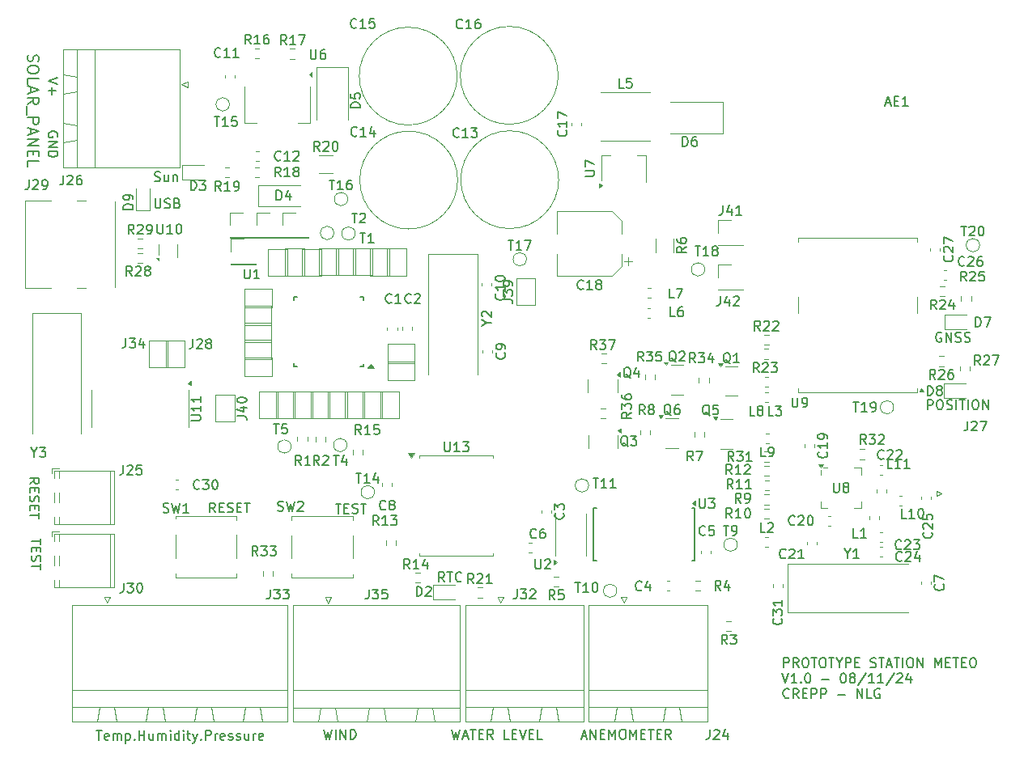
<source format=gbr>
%TF.GenerationSoftware,KiCad,Pcbnew,8.0.1*%
%TF.CreationDate,2024-11-10T18:35:02+01:00*%
%TF.ProjectId,Weather,57656174-6865-4722-9e6b-696361645f70,1.0*%
%TF.SameCoordinates,Original*%
%TF.FileFunction,Legend,Top*%
%TF.FilePolarity,Positive*%
%FSLAX46Y46*%
G04 Gerber Fmt 4.6, Leading zero omitted, Abs format (unit mm)*
G04 Created by KiCad (PCBNEW 8.0.1) date 2024-11-10 18:35:02*
%MOMM*%
%LPD*%
G01*
G04 APERTURE LIST*
%ADD10C,0.150000*%
%ADD11C,0.120000*%
G04 APERTURE END LIST*
D10*
X43861800Y-68427255D02*
X43804657Y-68598684D01*
X43804657Y-68598684D02*
X43804657Y-68884398D01*
X43804657Y-68884398D02*
X43861800Y-68998684D01*
X43861800Y-68998684D02*
X43918942Y-69055826D01*
X43918942Y-69055826D02*
X44033228Y-69112969D01*
X44033228Y-69112969D02*
X44147514Y-69112969D01*
X44147514Y-69112969D02*
X44261800Y-69055826D01*
X44261800Y-69055826D02*
X44318942Y-68998684D01*
X44318942Y-68998684D02*
X44376085Y-68884398D01*
X44376085Y-68884398D02*
X44433228Y-68655826D01*
X44433228Y-68655826D02*
X44490371Y-68541541D01*
X44490371Y-68541541D02*
X44547514Y-68484398D01*
X44547514Y-68484398D02*
X44661800Y-68427255D01*
X44661800Y-68427255D02*
X44776085Y-68427255D01*
X44776085Y-68427255D02*
X44890371Y-68484398D01*
X44890371Y-68484398D02*
X44947514Y-68541541D01*
X44947514Y-68541541D02*
X45004657Y-68655826D01*
X45004657Y-68655826D02*
X45004657Y-68941541D01*
X45004657Y-68941541D02*
X44947514Y-69112969D01*
X45004657Y-69855826D02*
X45004657Y-70084398D01*
X45004657Y-70084398D02*
X44947514Y-70198683D01*
X44947514Y-70198683D02*
X44833228Y-70312969D01*
X44833228Y-70312969D02*
X44604657Y-70370112D01*
X44604657Y-70370112D02*
X44204657Y-70370112D01*
X44204657Y-70370112D02*
X43976085Y-70312969D01*
X43976085Y-70312969D02*
X43861800Y-70198683D01*
X43861800Y-70198683D02*
X43804657Y-70084398D01*
X43804657Y-70084398D02*
X43804657Y-69855826D01*
X43804657Y-69855826D02*
X43861800Y-69741541D01*
X43861800Y-69741541D02*
X43976085Y-69627255D01*
X43976085Y-69627255D02*
X44204657Y-69570112D01*
X44204657Y-69570112D02*
X44604657Y-69570112D01*
X44604657Y-69570112D02*
X44833228Y-69627255D01*
X44833228Y-69627255D02*
X44947514Y-69741541D01*
X44947514Y-69741541D02*
X45004657Y-69855826D01*
X43804657Y-71455826D02*
X43804657Y-70884398D01*
X43804657Y-70884398D02*
X45004657Y-70884398D01*
X44147514Y-71798684D02*
X44147514Y-72370113D01*
X43804657Y-71684398D02*
X45004657Y-72084398D01*
X45004657Y-72084398D02*
X43804657Y-72484398D01*
X43804657Y-73570112D02*
X44376085Y-73170112D01*
X43804657Y-72884398D02*
X45004657Y-72884398D01*
X45004657Y-72884398D02*
X45004657Y-73341541D01*
X45004657Y-73341541D02*
X44947514Y-73455826D01*
X44947514Y-73455826D02*
X44890371Y-73512969D01*
X44890371Y-73512969D02*
X44776085Y-73570112D01*
X44776085Y-73570112D02*
X44604657Y-73570112D01*
X44604657Y-73570112D02*
X44490371Y-73512969D01*
X44490371Y-73512969D02*
X44433228Y-73455826D01*
X44433228Y-73455826D02*
X44376085Y-73341541D01*
X44376085Y-73341541D02*
X44376085Y-72884398D01*
X43690371Y-73798684D02*
X43690371Y-74712969D01*
X43804657Y-74998684D02*
X45004657Y-74998684D01*
X45004657Y-74998684D02*
X45004657Y-75455827D01*
X45004657Y-75455827D02*
X44947514Y-75570112D01*
X44947514Y-75570112D02*
X44890371Y-75627255D01*
X44890371Y-75627255D02*
X44776085Y-75684398D01*
X44776085Y-75684398D02*
X44604657Y-75684398D01*
X44604657Y-75684398D02*
X44490371Y-75627255D01*
X44490371Y-75627255D02*
X44433228Y-75570112D01*
X44433228Y-75570112D02*
X44376085Y-75455827D01*
X44376085Y-75455827D02*
X44376085Y-74998684D01*
X44147514Y-76141541D02*
X44147514Y-76712970D01*
X43804657Y-76027255D02*
X45004657Y-76427255D01*
X45004657Y-76427255D02*
X43804657Y-76827255D01*
X43804657Y-77227255D02*
X45004657Y-77227255D01*
X45004657Y-77227255D02*
X43804657Y-77912969D01*
X43804657Y-77912969D02*
X45004657Y-77912969D01*
X44433228Y-78484398D02*
X44433228Y-78884398D01*
X43804657Y-79055826D02*
X43804657Y-78484398D01*
X43804657Y-78484398D02*
X45004657Y-78484398D01*
X45004657Y-78484398D02*
X45004657Y-79055826D01*
X43804657Y-80141540D02*
X43804657Y-79570112D01*
X43804657Y-79570112D02*
X45004657Y-79570112D01*
X139392188Y-97520238D02*
X139296950Y-97472619D01*
X139296950Y-97472619D02*
X139154093Y-97472619D01*
X139154093Y-97472619D02*
X139011236Y-97520238D01*
X139011236Y-97520238D02*
X138915998Y-97615476D01*
X138915998Y-97615476D02*
X138868379Y-97710714D01*
X138868379Y-97710714D02*
X138820760Y-97901190D01*
X138820760Y-97901190D02*
X138820760Y-98044047D01*
X138820760Y-98044047D02*
X138868379Y-98234523D01*
X138868379Y-98234523D02*
X138915998Y-98329761D01*
X138915998Y-98329761D02*
X139011236Y-98425000D01*
X139011236Y-98425000D02*
X139154093Y-98472619D01*
X139154093Y-98472619D02*
X139249331Y-98472619D01*
X139249331Y-98472619D02*
X139392188Y-98425000D01*
X139392188Y-98425000D02*
X139439807Y-98377380D01*
X139439807Y-98377380D02*
X139439807Y-98044047D01*
X139439807Y-98044047D02*
X139249331Y-98044047D01*
X139868379Y-98472619D02*
X139868379Y-97472619D01*
X139868379Y-97472619D02*
X140439807Y-98472619D01*
X140439807Y-98472619D02*
X140439807Y-97472619D01*
X140868379Y-98425000D02*
X141011236Y-98472619D01*
X141011236Y-98472619D02*
X141249331Y-98472619D01*
X141249331Y-98472619D02*
X141344569Y-98425000D01*
X141344569Y-98425000D02*
X141392188Y-98377380D01*
X141392188Y-98377380D02*
X141439807Y-98282142D01*
X141439807Y-98282142D02*
X141439807Y-98186904D01*
X141439807Y-98186904D02*
X141392188Y-98091666D01*
X141392188Y-98091666D02*
X141344569Y-98044047D01*
X141344569Y-98044047D02*
X141249331Y-97996428D01*
X141249331Y-97996428D02*
X141058855Y-97948809D01*
X141058855Y-97948809D02*
X140963617Y-97901190D01*
X140963617Y-97901190D02*
X140915998Y-97853571D01*
X140915998Y-97853571D02*
X140868379Y-97758333D01*
X140868379Y-97758333D02*
X140868379Y-97663095D01*
X140868379Y-97663095D02*
X140915998Y-97567857D01*
X140915998Y-97567857D02*
X140963617Y-97520238D01*
X140963617Y-97520238D02*
X141058855Y-97472619D01*
X141058855Y-97472619D02*
X141296950Y-97472619D01*
X141296950Y-97472619D02*
X141439807Y-97520238D01*
X141820760Y-98425000D02*
X141963617Y-98472619D01*
X141963617Y-98472619D02*
X142201712Y-98472619D01*
X142201712Y-98472619D02*
X142296950Y-98425000D01*
X142296950Y-98425000D02*
X142344569Y-98377380D01*
X142344569Y-98377380D02*
X142392188Y-98282142D01*
X142392188Y-98282142D02*
X142392188Y-98186904D01*
X142392188Y-98186904D02*
X142344569Y-98091666D01*
X142344569Y-98091666D02*
X142296950Y-98044047D01*
X142296950Y-98044047D02*
X142201712Y-97996428D01*
X142201712Y-97996428D02*
X142011236Y-97948809D01*
X142011236Y-97948809D02*
X141915998Y-97901190D01*
X141915998Y-97901190D02*
X141868379Y-97853571D01*
X141868379Y-97853571D02*
X141820760Y-97758333D01*
X141820760Y-97758333D02*
X141820760Y-97663095D01*
X141820760Y-97663095D02*
X141868379Y-97567857D01*
X141868379Y-97567857D02*
X141915998Y-97520238D01*
X141915998Y-97520238D02*
X142011236Y-97472619D01*
X142011236Y-97472619D02*
X142249331Y-97472619D01*
X142249331Y-97472619D02*
X142392188Y-97520238D01*
X74815941Y-139027019D02*
X75054036Y-140027019D01*
X75054036Y-140027019D02*
X75244512Y-139312733D01*
X75244512Y-139312733D02*
X75434988Y-140027019D01*
X75434988Y-140027019D02*
X75673084Y-139027019D01*
X76054036Y-140027019D02*
X76054036Y-139027019D01*
X76530226Y-140027019D02*
X76530226Y-139027019D01*
X76530226Y-139027019D02*
X77101654Y-140027019D01*
X77101654Y-140027019D02*
X77101654Y-139027019D01*
X77577845Y-140027019D02*
X77577845Y-139027019D01*
X77577845Y-139027019D02*
X77815940Y-139027019D01*
X77815940Y-139027019D02*
X77958797Y-139074638D01*
X77958797Y-139074638D02*
X78054035Y-139169876D01*
X78054035Y-139169876D02*
X78101654Y-139265114D01*
X78101654Y-139265114D02*
X78149273Y-139455590D01*
X78149273Y-139455590D02*
X78149273Y-139598447D01*
X78149273Y-139598447D02*
X78101654Y-139788923D01*
X78101654Y-139788923D02*
X78054035Y-139884161D01*
X78054035Y-139884161D02*
X77958797Y-139979400D01*
X77958797Y-139979400D02*
X77815940Y-140027019D01*
X77815940Y-140027019D02*
X77577845Y-140027019D01*
X46932561Y-77010588D02*
X46980180Y-76915350D01*
X46980180Y-76915350D02*
X46980180Y-76772493D01*
X46980180Y-76772493D02*
X46932561Y-76629636D01*
X46932561Y-76629636D02*
X46837323Y-76534398D01*
X46837323Y-76534398D02*
X46742085Y-76486779D01*
X46742085Y-76486779D02*
X46551609Y-76439160D01*
X46551609Y-76439160D02*
X46408752Y-76439160D01*
X46408752Y-76439160D02*
X46218276Y-76486779D01*
X46218276Y-76486779D02*
X46123038Y-76534398D01*
X46123038Y-76534398D02*
X46027800Y-76629636D01*
X46027800Y-76629636D02*
X45980180Y-76772493D01*
X45980180Y-76772493D02*
X45980180Y-76867731D01*
X45980180Y-76867731D02*
X46027800Y-77010588D01*
X46027800Y-77010588D02*
X46075419Y-77058207D01*
X46075419Y-77058207D02*
X46408752Y-77058207D01*
X46408752Y-77058207D02*
X46408752Y-76867731D01*
X45980180Y-77486779D02*
X46980180Y-77486779D01*
X46980180Y-77486779D02*
X45980180Y-78058207D01*
X45980180Y-78058207D02*
X46980180Y-78058207D01*
X45980180Y-78534398D02*
X46980180Y-78534398D01*
X46980180Y-78534398D02*
X46980180Y-78772493D01*
X46980180Y-78772493D02*
X46932561Y-78915350D01*
X46932561Y-78915350D02*
X46837323Y-79010588D01*
X46837323Y-79010588D02*
X46742085Y-79058207D01*
X46742085Y-79058207D02*
X46551609Y-79105826D01*
X46551609Y-79105826D02*
X46408752Y-79105826D01*
X46408752Y-79105826D02*
X46218276Y-79058207D01*
X46218276Y-79058207D02*
X46123038Y-79010588D01*
X46123038Y-79010588D02*
X46027800Y-78915350D01*
X46027800Y-78915350D02*
X45980180Y-78772493D01*
X45980180Y-78772493D02*
X45980180Y-78534398D01*
X76038322Y-115405019D02*
X76609750Y-115405019D01*
X76324036Y-116405019D02*
X76324036Y-115405019D01*
X76943084Y-115881209D02*
X77276417Y-115881209D01*
X77419274Y-116405019D02*
X76943084Y-116405019D01*
X76943084Y-116405019D02*
X76943084Y-115405019D01*
X76943084Y-115405019D02*
X77419274Y-115405019D01*
X77800227Y-116357400D02*
X77943084Y-116405019D01*
X77943084Y-116405019D02*
X78181179Y-116405019D01*
X78181179Y-116405019D02*
X78276417Y-116357400D01*
X78276417Y-116357400D02*
X78324036Y-116309780D01*
X78324036Y-116309780D02*
X78371655Y-116214542D01*
X78371655Y-116214542D02*
X78371655Y-116119304D01*
X78371655Y-116119304D02*
X78324036Y-116024066D01*
X78324036Y-116024066D02*
X78276417Y-115976447D01*
X78276417Y-115976447D02*
X78181179Y-115928828D01*
X78181179Y-115928828D02*
X77990703Y-115881209D01*
X77990703Y-115881209D02*
X77895465Y-115833590D01*
X77895465Y-115833590D02*
X77847846Y-115785971D01*
X77847846Y-115785971D02*
X77800227Y-115690733D01*
X77800227Y-115690733D02*
X77800227Y-115595495D01*
X77800227Y-115595495D02*
X77847846Y-115500257D01*
X77847846Y-115500257D02*
X77895465Y-115452638D01*
X77895465Y-115452638D02*
X77990703Y-115405019D01*
X77990703Y-115405019D02*
X78228798Y-115405019D01*
X78228798Y-115405019D02*
X78371655Y-115452638D01*
X78657370Y-115405019D02*
X79228798Y-115405019D01*
X78943084Y-116405019D02*
X78943084Y-115405019D01*
X88176341Y-139027019D02*
X88414436Y-140027019D01*
X88414436Y-140027019D02*
X88604912Y-139312733D01*
X88604912Y-139312733D02*
X88795388Y-140027019D01*
X88795388Y-140027019D02*
X89033484Y-139027019D01*
X89366817Y-139741304D02*
X89843007Y-139741304D01*
X89271579Y-140027019D02*
X89604912Y-139027019D01*
X89604912Y-139027019D02*
X89938245Y-140027019D01*
X90128722Y-139027019D02*
X90700150Y-139027019D01*
X90414436Y-140027019D02*
X90414436Y-139027019D01*
X91033484Y-139503209D02*
X91366817Y-139503209D01*
X91509674Y-140027019D02*
X91033484Y-140027019D01*
X91033484Y-140027019D02*
X91033484Y-139027019D01*
X91033484Y-139027019D02*
X91509674Y-139027019D01*
X92509674Y-140027019D02*
X92176341Y-139550828D01*
X91938246Y-140027019D02*
X91938246Y-139027019D01*
X91938246Y-139027019D02*
X92319198Y-139027019D01*
X92319198Y-139027019D02*
X92414436Y-139074638D01*
X92414436Y-139074638D02*
X92462055Y-139122257D01*
X92462055Y-139122257D02*
X92509674Y-139217495D01*
X92509674Y-139217495D02*
X92509674Y-139360352D01*
X92509674Y-139360352D02*
X92462055Y-139455590D01*
X92462055Y-139455590D02*
X92414436Y-139503209D01*
X92414436Y-139503209D02*
X92319198Y-139550828D01*
X92319198Y-139550828D02*
X91938246Y-139550828D01*
X94176341Y-140027019D02*
X93700151Y-140027019D01*
X93700151Y-140027019D02*
X93700151Y-139027019D01*
X94509675Y-139503209D02*
X94843008Y-139503209D01*
X94985865Y-140027019D02*
X94509675Y-140027019D01*
X94509675Y-140027019D02*
X94509675Y-139027019D01*
X94509675Y-139027019D02*
X94985865Y-139027019D01*
X95271580Y-139027019D02*
X95604913Y-140027019D01*
X95604913Y-140027019D02*
X95938246Y-139027019D01*
X96271580Y-139503209D02*
X96604913Y-139503209D01*
X96747770Y-140027019D02*
X96271580Y-140027019D01*
X96271580Y-140027019D02*
X96271580Y-139027019D01*
X96271580Y-139027019D02*
X96747770Y-139027019D01*
X97652532Y-140027019D02*
X97176342Y-140027019D01*
X97176342Y-140027019D02*
X97176342Y-139027019D01*
X63443007Y-116303419D02*
X63109674Y-115827228D01*
X62871579Y-116303419D02*
X62871579Y-115303419D01*
X62871579Y-115303419D02*
X63252531Y-115303419D01*
X63252531Y-115303419D02*
X63347769Y-115351038D01*
X63347769Y-115351038D02*
X63395388Y-115398657D01*
X63395388Y-115398657D02*
X63443007Y-115493895D01*
X63443007Y-115493895D02*
X63443007Y-115636752D01*
X63443007Y-115636752D02*
X63395388Y-115731990D01*
X63395388Y-115731990D02*
X63347769Y-115779609D01*
X63347769Y-115779609D02*
X63252531Y-115827228D01*
X63252531Y-115827228D02*
X62871579Y-115827228D01*
X63871579Y-115779609D02*
X64204912Y-115779609D01*
X64347769Y-116303419D02*
X63871579Y-116303419D01*
X63871579Y-116303419D02*
X63871579Y-115303419D01*
X63871579Y-115303419D02*
X64347769Y-115303419D01*
X64728722Y-116255800D02*
X64871579Y-116303419D01*
X64871579Y-116303419D02*
X65109674Y-116303419D01*
X65109674Y-116303419D02*
X65204912Y-116255800D01*
X65204912Y-116255800D02*
X65252531Y-116208180D01*
X65252531Y-116208180D02*
X65300150Y-116112942D01*
X65300150Y-116112942D02*
X65300150Y-116017704D01*
X65300150Y-116017704D02*
X65252531Y-115922466D01*
X65252531Y-115922466D02*
X65204912Y-115874847D01*
X65204912Y-115874847D02*
X65109674Y-115827228D01*
X65109674Y-115827228D02*
X64919198Y-115779609D01*
X64919198Y-115779609D02*
X64823960Y-115731990D01*
X64823960Y-115731990D02*
X64776341Y-115684371D01*
X64776341Y-115684371D02*
X64728722Y-115589133D01*
X64728722Y-115589133D02*
X64728722Y-115493895D01*
X64728722Y-115493895D02*
X64776341Y-115398657D01*
X64776341Y-115398657D02*
X64823960Y-115351038D01*
X64823960Y-115351038D02*
X64919198Y-115303419D01*
X64919198Y-115303419D02*
X65157293Y-115303419D01*
X65157293Y-115303419D02*
X65300150Y-115351038D01*
X65728722Y-115779609D02*
X66062055Y-115779609D01*
X66204912Y-116303419D02*
X65728722Y-116303419D01*
X65728722Y-116303419D02*
X65728722Y-115303419D01*
X65728722Y-115303419D02*
X66204912Y-115303419D01*
X66490627Y-115303419D02*
X67062055Y-115303419D01*
X66776341Y-116303419D02*
X66776341Y-115303419D01*
X57108960Y-81610200D02*
X57251817Y-81657819D01*
X57251817Y-81657819D02*
X57489912Y-81657819D01*
X57489912Y-81657819D02*
X57585150Y-81610200D01*
X57585150Y-81610200D02*
X57632769Y-81562580D01*
X57632769Y-81562580D02*
X57680388Y-81467342D01*
X57680388Y-81467342D02*
X57680388Y-81372104D01*
X57680388Y-81372104D02*
X57632769Y-81276866D01*
X57632769Y-81276866D02*
X57585150Y-81229247D01*
X57585150Y-81229247D02*
X57489912Y-81181628D01*
X57489912Y-81181628D02*
X57299436Y-81134009D01*
X57299436Y-81134009D02*
X57204198Y-81086390D01*
X57204198Y-81086390D02*
X57156579Y-81038771D01*
X57156579Y-81038771D02*
X57108960Y-80943533D01*
X57108960Y-80943533D02*
X57108960Y-80848295D01*
X57108960Y-80848295D02*
X57156579Y-80753057D01*
X57156579Y-80753057D02*
X57204198Y-80705438D01*
X57204198Y-80705438D02*
X57299436Y-80657819D01*
X57299436Y-80657819D02*
X57537531Y-80657819D01*
X57537531Y-80657819D02*
X57680388Y-80705438D01*
X58537531Y-80991152D02*
X58537531Y-81657819D01*
X58108960Y-80991152D02*
X58108960Y-81514961D01*
X58108960Y-81514961D02*
X58156579Y-81610200D01*
X58156579Y-81610200D02*
X58251817Y-81657819D01*
X58251817Y-81657819D02*
X58394674Y-81657819D01*
X58394674Y-81657819D02*
X58489912Y-81610200D01*
X58489912Y-81610200D02*
X58537531Y-81562580D01*
X59013722Y-80991152D02*
X59013722Y-81657819D01*
X59013722Y-81086390D02*
X59061341Y-81038771D01*
X59061341Y-81038771D02*
X59156579Y-80991152D01*
X59156579Y-80991152D02*
X59299436Y-80991152D01*
X59299436Y-80991152D02*
X59394674Y-81038771D01*
X59394674Y-81038771D02*
X59442293Y-81134009D01*
X59442293Y-81134009D02*
X59442293Y-81657819D01*
X45205180Y-119068922D02*
X45205180Y-119640350D01*
X44205180Y-119354636D02*
X45205180Y-119354636D01*
X44728990Y-119973684D02*
X44728990Y-120307017D01*
X44205180Y-120449874D02*
X44205180Y-119973684D01*
X44205180Y-119973684D02*
X45205180Y-119973684D01*
X45205180Y-119973684D02*
X45205180Y-120449874D01*
X44252800Y-120830827D02*
X44205180Y-120973684D01*
X44205180Y-120973684D02*
X44205180Y-121211779D01*
X44205180Y-121211779D02*
X44252800Y-121307017D01*
X44252800Y-121307017D02*
X44300419Y-121354636D01*
X44300419Y-121354636D02*
X44395657Y-121402255D01*
X44395657Y-121402255D02*
X44490895Y-121402255D01*
X44490895Y-121402255D02*
X44586133Y-121354636D01*
X44586133Y-121354636D02*
X44633752Y-121307017D01*
X44633752Y-121307017D02*
X44681371Y-121211779D01*
X44681371Y-121211779D02*
X44728990Y-121021303D01*
X44728990Y-121021303D02*
X44776609Y-120926065D01*
X44776609Y-120926065D02*
X44824228Y-120878446D01*
X44824228Y-120878446D02*
X44919466Y-120830827D01*
X44919466Y-120830827D02*
X45014704Y-120830827D01*
X45014704Y-120830827D02*
X45109942Y-120878446D01*
X45109942Y-120878446D02*
X45157561Y-120926065D01*
X45157561Y-120926065D02*
X45205180Y-121021303D01*
X45205180Y-121021303D02*
X45205180Y-121259398D01*
X45205180Y-121259398D02*
X45157561Y-121402255D01*
X45205180Y-121687970D02*
X45205180Y-122259398D01*
X44205180Y-121973684D02*
X45205180Y-121973684D01*
X122891779Y-132539931D02*
X122891779Y-131539931D01*
X122891779Y-131539931D02*
X123272731Y-131539931D01*
X123272731Y-131539931D02*
X123367969Y-131587550D01*
X123367969Y-131587550D02*
X123415588Y-131635169D01*
X123415588Y-131635169D02*
X123463207Y-131730407D01*
X123463207Y-131730407D02*
X123463207Y-131873264D01*
X123463207Y-131873264D02*
X123415588Y-131968502D01*
X123415588Y-131968502D02*
X123367969Y-132016121D01*
X123367969Y-132016121D02*
X123272731Y-132063740D01*
X123272731Y-132063740D02*
X122891779Y-132063740D01*
X124463207Y-132539931D02*
X124129874Y-132063740D01*
X123891779Y-132539931D02*
X123891779Y-131539931D01*
X123891779Y-131539931D02*
X124272731Y-131539931D01*
X124272731Y-131539931D02*
X124367969Y-131587550D01*
X124367969Y-131587550D02*
X124415588Y-131635169D01*
X124415588Y-131635169D02*
X124463207Y-131730407D01*
X124463207Y-131730407D02*
X124463207Y-131873264D01*
X124463207Y-131873264D02*
X124415588Y-131968502D01*
X124415588Y-131968502D02*
X124367969Y-132016121D01*
X124367969Y-132016121D02*
X124272731Y-132063740D01*
X124272731Y-132063740D02*
X123891779Y-132063740D01*
X125082255Y-131539931D02*
X125272731Y-131539931D01*
X125272731Y-131539931D02*
X125367969Y-131587550D01*
X125367969Y-131587550D02*
X125463207Y-131682788D01*
X125463207Y-131682788D02*
X125510826Y-131873264D01*
X125510826Y-131873264D02*
X125510826Y-132206597D01*
X125510826Y-132206597D02*
X125463207Y-132397073D01*
X125463207Y-132397073D02*
X125367969Y-132492312D01*
X125367969Y-132492312D02*
X125272731Y-132539931D01*
X125272731Y-132539931D02*
X125082255Y-132539931D01*
X125082255Y-132539931D02*
X124987017Y-132492312D01*
X124987017Y-132492312D02*
X124891779Y-132397073D01*
X124891779Y-132397073D02*
X124844160Y-132206597D01*
X124844160Y-132206597D02*
X124844160Y-131873264D01*
X124844160Y-131873264D02*
X124891779Y-131682788D01*
X124891779Y-131682788D02*
X124987017Y-131587550D01*
X124987017Y-131587550D02*
X125082255Y-131539931D01*
X125796541Y-131539931D02*
X126367969Y-131539931D01*
X126082255Y-132539931D02*
X126082255Y-131539931D01*
X126891779Y-131539931D02*
X127082255Y-131539931D01*
X127082255Y-131539931D02*
X127177493Y-131587550D01*
X127177493Y-131587550D02*
X127272731Y-131682788D01*
X127272731Y-131682788D02*
X127320350Y-131873264D01*
X127320350Y-131873264D02*
X127320350Y-132206597D01*
X127320350Y-132206597D02*
X127272731Y-132397073D01*
X127272731Y-132397073D02*
X127177493Y-132492312D01*
X127177493Y-132492312D02*
X127082255Y-132539931D01*
X127082255Y-132539931D02*
X126891779Y-132539931D01*
X126891779Y-132539931D02*
X126796541Y-132492312D01*
X126796541Y-132492312D02*
X126701303Y-132397073D01*
X126701303Y-132397073D02*
X126653684Y-132206597D01*
X126653684Y-132206597D02*
X126653684Y-131873264D01*
X126653684Y-131873264D02*
X126701303Y-131682788D01*
X126701303Y-131682788D02*
X126796541Y-131587550D01*
X126796541Y-131587550D02*
X126891779Y-131539931D01*
X127606065Y-131539931D02*
X128177493Y-131539931D01*
X127891779Y-132539931D02*
X127891779Y-131539931D01*
X128701303Y-132063740D02*
X128701303Y-132539931D01*
X128367970Y-131539931D02*
X128701303Y-132063740D01*
X128701303Y-132063740D02*
X129034636Y-131539931D01*
X129367970Y-132539931D02*
X129367970Y-131539931D01*
X129367970Y-131539931D02*
X129748922Y-131539931D01*
X129748922Y-131539931D02*
X129844160Y-131587550D01*
X129844160Y-131587550D02*
X129891779Y-131635169D01*
X129891779Y-131635169D02*
X129939398Y-131730407D01*
X129939398Y-131730407D02*
X129939398Y-131873264D01*
X129939398Y-131873264D02*
X129891779Y-131968502D01*
X129891779Y-131968502D02*
X129844160Y-132016121D01*
X129844160Y-132016121D02*
X129748922Y-132063740D01*
X129748922Y-132063740D02*
X129367970Y-132063740D01*
X130367970Y-132016121D02*
X130701303Y-132016121D01*
X130844160Y-132539931D02*
X130367970Y-132539931D01*
X130367970Y-132539931D02*
X130367970Y-131539931D01*
X130367970Y-131539931D02*
X130844160Y-131539931D01*
X131987018Y-132492312D02*
X132129875Y-132539931D01*
X132129875Y-132539931D02*
X132367970Y-132539931D01*
X132367970Y-132539931D02*
X132463208Y-132492312D01*
X132463208Y-132492312D02*
X132510827Y-132444692D01*
X132510827Y-132444692D02*
X132558446Y-132349454D01*
X132558446Y-132349454D02*
X132558446Y-132254216D01*
X132558446Y-132254216D02*
X132510827Y-132158978D01*
X132510827Y-132158978D02*
X132463208Y-132111359D01*
X132463208Y-132111359D02*
X132367970Y-132063740D01*
X132367970Y-132063740D02*
X132177494Y-132016121D01*
X132177494Y-132016121D02*
X132082256Y-131968502D01*
X132082256Y-131968502D02*
X132034637Y-131920883D01*
X132034637Y-131920883D02*
X131987018Y-131825645D01*
X131987018Y-131825645D02*
X131987018Y-131730407D01*
X131987018Y-131730407D02*
X132034637Y-131635169D01*
X132034637Y-131635169D02*
X132082256Y-131587550D01*
X132082256Y-131587550D02*
X132177494Y-131539931D01*
X132177494Y-131539931D02*
X132415589Y-131539931D01*
X132415589Y-131539931D02*
X132558446Y-131587550D01*
X132844161Y-131539931D02*
X133415589Y-131539931D01*
X133129875Y-132539931D02*
X133129875Y-131539931D01*
X133701304Y-132254216D02*
X134177494Y-132254216D01*
X133606066Y-132539931D02*
X133939399Y-131539931D01*
X133939399Y-131539931D02*
X134272732Y-132539931D01*
X134463209Y-131539931D02*
X135034637Y-131539931D01*
X134748923Y-132539931D02*
X134748923Y-131539931D01*
X135367971Y-132539931D02*
X135367971Y-131539931D01*
X136034637Y-131539931D02*
X136225113Y-131539931D01*
X136225113Y-131539931D02*
X136320351Y-131587550D01*
X136320351Y-131587550D02*
X136415589Y-131682788D01*
X136415589Y-131682788D02*
X136463208Y-131873264D01*
X136463208Y-131873264D02*
X136463208Y-132206597D01*
X136463208Y-132206597D02*
X136415589Y-132397073D01*
X136415589Y-132397073D02*
X136320351Y-132492312D01*
X136320351Y-132492312D02*
X136225113Y-132539931D01*
X136225113Y-132539931D02*
X136034637Y-132539931D01*
X136034637Y-132539931D02*
X135939399Y-132492312D01*
X135939399Y-132492312D02*
X135844161Y-132397073D01*
X135844161Y-132397073D02*
X135796542Y-132206597D01*
X135796542Y-132206597D02*
X135796542Y-131873264D01*
X135796542Y-131873264D02*
X135844161Y-131682788D01*
X135844161Y-131682788D02*
X135939399Y-131587550D01*
X135939399Y-131587550D02*
X136034637Y-131539931D01*
X136891780Y-132539931D02*
X136891780Y-131539931D01*
X136891780Y-131539931D02*
X137463208Y-132539931D01*
X137463208Y-132539931D02*
X137463208Y-131539931D01*
X138701304Y-132539931D02*
X138701304Y-131539931D01*
X138701304Y-131539931D02*
X139034637Y-132254216D01*
X139034637Y-132254216D02*
X139367970Y-131539931D01*
X139367970Y-131539931D02*
X139367970Y-132539931D01*
X139844161Y-132016121D02*
X140177494Y-132016121D01*
X140320351Y-132539931D02*
X139844161Y-132539931D01*
X139844161Y-132539931D02*
X139844161Y-131539931D01*
X139844161Y-131539931D02*
X140320351Y-131539931D01*
X140606066Y-131539931D02*
X141177494Y-131539931D01*
X140891780Y-132539931D02*
X140891780Y-131539931D01*
X141510828Y-132016121D02*
X141844161Y-132016121D01*
X141987018Y-132539931D02*
X141510828Y-132539931D01*
X141510828Y-132539931D02*
X141510828Y-131539931D01*
X141510828Y-131539931D02*
X141987018Y-131539931D01*
X142606066Y-131539931D02*
X142796542Y-131539931D01*
X142796542Y-131539931D02*
X142891780Y-131587550D01*
X142891780Y-131587550D02*
X142987018Y-131682788D01*
X142987018Y-131682788D02*
X143034637Y-131873264D01*
X143034637Y-131873264D02*
X143034637Y-132206597D01*
X143034637Y-132206597D02*
X142987018Y-132397073D01*
X142987018Y-132397073D02*
X142891780Y-132492312D01*
X142891780Y-132492312D02*
X142796542Y-132539931D01*
X142796542Y-132539931D02*
X142606066Y-132539931D01*
X142606066Y-132539931D02*
X142510828Y-132492312D01*
X142510828Y-132492312D02*
X142415590Y-132397073D01*
X142415590Y-132397073D02*
X142367971Y-132206597D01*
X142367971Y-132206597D02*
X142367971Y-131873264D01*
X142367971Y-131873264D02*
X142415590Y-131682788D01*
X142415590Y-131682788D02*
X142510828Y-131587550D01*
X142510828Y-131587550D02*
X142606066Y-131539931D01*
X122748922Y-133149875D02*
X123082255Y-134149875D01*
X123082255Y-134149875D02*
X123415588Y-133149875D01*
X124272731Y-134149875D02*
X123701303Y-134149875D01*
X123987017Y-134149875D02*
X123987017Y-133149875D01*
X123987017Y-133149875D02*
X123891779Y-133292732D01*
X123891779Y-133292732D02*
X123796541Y-133387970D01*
X123796541Y-133387970D02*
X123701303Y-133435589D01*
X124701303Y-134054636D02*
X124748922Y-134102256D01*
X124748922Y-134102256D02*
X124701303Y-134149875D01*
X124701303Y-134149875D02*
X124653684Y-134102256D01*
X124653684Y-134102256D02*
X124701303Y-134054636D01*
X124701303Y-134054636D02*
X124701303Y-134149875D01*
X125367969Y-133149875D02*
X125463207Y-133149875D01*
X125463207Y-133149875D02*
X125558445Y-133197494D01*
X125558445Y-133197494D02*
X125606064Y-133245113D01*
X125606064Y-133245113D02*
X125653683Y-133340351D01*
X125653683Y-133340351D02*
X125701302Y-133530827D01*
X125701302Y-133530827D02*
X125701302Y-133768922D01*
X125701302Y-133768922D02*
X125653683Y-133959398D01*
X125653683Y-133959398D02*
X125606064Y-134054636D01*
X125606064Y-134054636D02*
X125558445Y-134102256D01*
X125558445Y-134102256D02*
X125463207Y-134149875D01*
X125463207Y-134149875D02*
X125367969Y-134149875D01*
X125367969Y-134149875D02*
X125272731Y-134102256D01*
X125272731Y-134102256D02*
X125225112Y-134054636D01*
X125225112Y-134054636D02*
X125177493Y-133959398D01*
X125177493Y-133959398D02*
X125129874Y-133768922D01*
X125129874Y-133768922D02*
X125129874Y-133530827D01*
X125129874Y-133530827D02*
X125177493Y-133340351D01*
X125177493Y-133340351D02*
X125225112Y-133245113D01*
X125225112Y-133245113D02*
X125272731Y-133197494D01*
X125272731Y-133197494D02*
X125367969Y-133149875D01*
X126891779Y-133768922D02*
X127653684Y-133768922D01*
X129082255Y-133149875D02*
X129177493Y-133149875D01*
X129177493Y-133149875D02*
X129272731Y-133197494D01*
X129272731Y-133197494D02*
X129320350Y-133245113D01*
X129320350Y-133245113D02*
X129367969Y-133340351D01*
X129367969Y-133340351D02*
X129415588Y-133530827D01*
X129415588Y-133530827D02*
X129415588Y-133768922D01*
X129415588Y-133768922D02*
X129367969Y-133959398D01*
X129367969Y-133959398D02*
X129320350Y-134054636D01*
X129320350Y-134054636D02*
X129272731Y-134102256D01*
X129272731Y-134102256D02*
X129177493Y-134149875D01*
X129177493Y-134149875D02*
X129082255Y-134149875D01*
X129082255Y-134149875D02*
X128987017Y-134102256D01*
X128987017Y-134102256D02*
X128939398Y-134054636D01*
X128939398Y-134054636D02*
X128891779Y-133959398D01*
X128891779Y-133959398D02*
X128844160Y-133768922D01*
X128844160Y-133768922D02*
X128844160Y-133530827D01*
X128844160Y-133530827D02*
X128891779Y-133340351D01*
X128891779Y-133340351D02*
X128939398Y-133245113D01*
X128939398Y-133245113D02*
X128987017Y-133197494D01*
X128987017Y-133197494D02*
X129082255Y-133149875D01*
X129987017Y-133578446D02*
X129891779Y-133530827D01*
X129891779Y-133530827D02*
X129844160Y-133483208D01*
X129844160Y-133483208D02*
X129796541Y-133387970D01*
X129796541Y-133387970D02*
X129796541Y-133340351D01*
X129796541Y-133340351D02*
X129844160Y-133245113D01*
X129844160Y-133245113D02*
X129891779Y-133197494D01*
X129891779Y-133197494D02*
X129987017Y-133149875D01*
X129987017Y-133149875D02*
X130177493Y-133149875D01*
X130177493Y-133149875D02*
X130272731Y-133197494D01*
X130272731Y-133197494D02*
X130320350Y-133245113D01*
X130320350Y-133245113D02*
X130367969Y-133340351D01*
X130367969Y-133340351D02*
X130367969Y-133387970D01*
X130367969Y-133387970D02*
X130320350Y-133483208D01*
X130320350Y-133483208D02*
X130272731Y-133530827D01*
X130272731Y-133530827D02*
X130177493Y-133578446D01*
X130177493Y-133578446D02*
X129987017Y-133578446D01*
X129987017Y-133578446D02*
X129891779Y-133626065D01*
X129891779Y-133626065D02*
X129844160Y-133673684D01*
X129844160Y-133673684D02*
X129796541Y-133768922D01*
X129796541Y-133768922D02*
X129796541Y-133959398D01*
X129796541Y-133959398D02*
X129844160Y-134054636D01*
X129844160Y-134054636D02*
X129891779Y-134102256D01*
X129891779Y-134102256D02*
X129987017Y-134149875D01*
X129987017Y-134149875D02*
X130177493Y-134149875D01*
X130177493Y-134149875D02*
X130272731Y-134102256D01*
X130272731Y-134102256D02*
X130320350Y-134054636D01*
X130320350Y-134054636D02*
X130367969Y-133959398D01*
X130367969Y-133959398D02*
X130367969Y-133768922D01*
X130367969Y-133768922D02*
X130320350Y-133673684D01*
X130320350Y-133673684D02*
X130272731Y-133626065D01*
X130272731Y-133626065D02*
X130177493Y-133578446D01*
X131510826Y-133102256D02*
X130653684Y-134387970D01*
X132367969Y-134149875D02*
X131796541Y-134149875D01*
X132082255Y-134149875D02*
X132082255Y-133149875D01*
X132082255Y-133149875D02*
X131987017Y-133292732D01*
X131987017Y-133292732D02*
X131891779Y-133387970D01*
X131891779Y-133387970D02*
X131796541Y-133435589D01*
X133320350Y-134149875D02*
X132748922Y-134149875D01*
X133034636Y-134149875D02*
X133034636Y-133149875D01*
X133034636Y-133149875D02*
X132939398Y-133292732D01*
X132939398Y-133292732D02*
X132844160Y-133387970D01*
X132844160Y-133387970D02*
X132748922Y-133435589D01*
X134463207Y-133102256D02*
X133606065Y-134387970D01*
X134748922Y-133245113D02*
X134796541Y-133197494D01*
X134796541Y-133197494D02*
X134891779Y-133149875D01*
X134891779Y-133149875D02*
X135129874Y-133149875D01*
X135129874Y-133149875D02*
X135225112Y-133197494D01*
X135225112Y-133197494D02*
X135272731Y-133245113D01*
X135272731Y-133245113D02*
X135320350Y-133340351D01*
X135320350Y-133340351D02*
X135320350Y-133435589D01*
X135320350Y-133435589D02*
X135272731Y-133578446D01*
X135272731Y-133578446D02*
X134701303Y-134149875D01*
X134701303Y-134149875D02*
X135320350Y-134149875D01*
X136177493Y-133483208D02*
X136177493Y-134149875D01*
X135939398Y-133102256D02*
X135701303Y-133816541D01*
X135701303Y-133816541D02*
X136320350Y-133816541D01*
X123463207Y-135664580D02*
X123415588Y-135712200D01*
X123415588Y-135712200D02*
X123272731Y-135759819D01*
X123272731Y-135759819D02*
X123177493Y-135759819D01*
X123177493Y-135759819D02*
X123034636Y-135712200D01*
X123034636Y-135712200D02*
X122939398Y-135616961D01*
X122939398Y-135616961D02*
X122891779Y-135521723D01*
X122891779Y-135521723D02*
X122844160Y-135331247D01*
X122844160Y-135331247D02*
X122844160Y-135188390D01*
X122844160Y-135188390D02*
X122891779Y-134997914D01*
X122891779Y-134997914D02*
X122939398Y-134902676D01*
X122939398Y-134902676D02*
X123034636Y-134807438D01*
X123034636Y-134807438D02*
X123177493Y-134759819D01*
X123177493Y-134759819D02*
X123272731Y-134759819D01*
X123272731Y-134759819D02*
X123415588Y-134807438D01*
X123415588Y-134807438D02*
X123463207Y-134855057D01*
X124463207Y-135759819D02*
X124129874Y-135283628D01*
X123891779Y-135759819D02*
X123891779Y-134759819D01*
X123891779Y-134759819D02*
X124272731Y-134759819D01*
X124272731Y-134759819D02*
X124367969Y-134807438D01*
X124367969Y-134807438D02*
X124415588Y-134855057D01*
X124415588Y-134855057D02*
X124463207Y-134950295D01*
X124463207Y-134950295D02*
X124463207Y-135093152D01*
X124463207Y-135093152D02*
X124415588Y-135188390D01*
X124415588Y-135188390D02*
X124367969Y-135236009D01*
X124367969Y-135236009D02*
X124272731Y-135283628D01*
X124272731Y-135283628D02*
X123891779Y-135283628D01*
X124891779Y-135236009D02*
X125225112Y-135236009D01*
X125367969Y-135759819D02*
X124891779Y-135759819D01*
X124891779Y-135759819D02*
X124891779Y-134759819D01*
X124891779Y-134759819D02*
X125367969Y-134759819D01*
X125796541Y-135759819D02*
X125796541Y-134759819D01*
X125796541Y-134759819D02*
X126177493Y-134759819D01*
X126177493Y-134759819D02*
X126272731Y-134807438D01*
X126272731Y-134807438D02*
X126320350Y-134855057D01*
X126320350Y-134855057D02*
X126367969Y-134950295D01*
X126367969Y-134950295D02*
X126367969Y-135093152D01*
X126367969Y-135093152D02*
X126320350Y-135188390D01*
X126320350Y-135188390D02*
X126272731Y-135236009D01*
X126272731Y-135236009D02*
X126177493Y-135283628D01*
X126177493Y-135283628D02*
X125796541Y-135283628D01*
X126796541Y-135759819D02*
X126796541Y-134759819D01*
X126796541Y-134759819D02*
X127177493Y-134759819D01*
X127177493Y-134759819D02*
X127272731Y-134807438D01*
X127272731Y-134807438D02*
X127320350Y-134855057D01*
X127320350Y-134855057D02*
X127367969Y-134950295D01*
X127367969Y-134950295D02*
X127367969Y-135093152D01*
X127367969Y-135093152D02*
X127320350Y-135188390D01*
X127320350Y-135188390D02*
X127272731Y-135236009D01*
X127272731Y-135236009D02*
X127177493Y-135283628D01*
X127177493Y-135283628D02*
X126796541Y-135283628D01*
X128558446Y-135378866D02*
X129320351Y-135378866D01*
X130558446Y-135759819D02*
X130558446Y-134759819D01*
X130558446Y-134759819D02*
X131129874Y-135759819D01*
X131129874Y-135759819D02*
X131129874Y-134759819D01*
X132082255Y-135759819D02*
X131606065Y-135759819D01*
X131606065Y-135759819D02*
X131606065Y-134759819D01*
X132939398Y-134807438D02*
X132844160Y-134759819D01*
X132844160Y-134759819D02*
X132701303Y-134759819D01*
X132701303Y-134759819D02*
X132558446Y-134807438D01*
X132558446Y-134807438D02*
X132463208Y-134902676D01*
X132463208Y-134902676D02*
X132415589Y-134997914D01*
X132415589Y-134997914D02*
X132367970Y-135188390D01*
X132367970Y-135188390D02*
X132367970Y-135331247D01*
X132367970Y-135331247D02*
X132415589Y-135521723D01*
X132415589Y-135521723D02*
X132463208Y-135616961D01*
X132463208Y-135616961D02*
X132558446Y-135712200D01*
X132558446Y-135712200D02*
X132701303Y-135759819D01*
X132701303Y-135759819D02*
X132796541Y-135759819D01*
X132796541Y-135759819D02*
X132939398Y-135712200D01*
X132939398Y-135712200D02*
X132987017Y-135664580D01*
X132987017Y-135664580D02*
X132987017Y-135331247D01*
X132987017Y-135331247D02*
X132796541Y-135331247D01*
X87420607Y-123567819D02*
X87087274Y-123091628D01*
X86849179Y-123567819D02*
X86849179Y-122567819D01*
X86849179Y-122567819D02*
X87230131Y-122567819D01*
X87230131Y-122567819D02*
X87325369Y-122615438D01*
X87325369Y-122615438D02*
X87372988Y-122663057D01*
X87372988Y-122663057D02*
X87420607Y-122758295D01*
X87420607Y-122758295D02*
X87420607Y-122901152D01*
X87420607Y-122901152D02*
X87372988Y-122996390D01*
X87372988Y-122996390D02*
X87325369Y-123044009D01*
X87325369Y-123044009D02*
X87230131Y-123091628D01*
X87230131Y-123091628D02*
X86849179Y-123091628D01*
X87706322Y-122567819D02*
X88277750Y-122567819D01*
X87992036Y-123567819D02*
X87992036Y-122567819D01*
X89182512Y-123472580D02*
X89134893Y-123520200D01*
X89134893Y-123520200D02*
X88992036Y-123567819D01*
X88992036Y-123567819D02*
X88896798Y-123567819D01*
X88896798Y-123567819D02*
X88753941Y-123520200D01*
X88753941Y-123520200D02*
X88658703Y-123424961D01*
X88658703Y-123424961D02*
X88611084Y-123329723D01*
X88611084Y-123329723D02*
X88563465Y-123139247D01*
X88563465Y-123139247D02*
X88563465Y-122996390D01*
X88563465Y-122996390D02*
X88611084Y-122805914D01*
X88611084Y-122805914D02*
X88658703Y-122710676D01*
X88658703Y-122710676D02*
X88753941Y-122615438D01*
X88753941Y-122615438D02*
X88896798Y-122567819D01*
X88896798Y-122567819D02*
X88992036Y-122567819D01*
X88992036Y-122567819D02*
X89134893Y-122615438D01*
X89134893Y-122615438D02*
X89182512Y-122663057D01*
X137953979Y-105533819D02*
X137953979Y-104533819D01*
X137953979Y-104533819D02*
X138334931Y-104533819D01*
X138334931Y-104533819D02*
X138430169Y-104581438D01*
X138430169Y-104581438D02*
X138477788Y-104629057D01*
X138477788Y-104629057D02*
X138525407Y-104724295D01*
X138525407Y-104724295D02*
X138525407Y-104867152D01*
X138525407Y-104867152D02*
X138477788Y-104962390D01*
X138477788Y-104962390D02*
X138430169Y-105010009D01*
X138430169Y-105010009D02*
X138334931Y-105057628D01*
X138334931Y-105057628D02*
X137953979Y-105057628D01*
X139144455Y-104533819D02*
X139334931Y-104533819D01*
X139334931Y-104533819D02*
X139430169Y-104581438D01*
X139430169Y-104581438D02*
X139525407Y-104676676D01*
X139525407Y-104676676D02*
X139573026Y-104867152D01*
X139573026Y-104867152D02*
X139573026Y-105200485D01*
X139573026Y-105200485D02*
X139525407Y-105390961D01*
X139525407Y-105390961D02*
X139430169Y-105486200D01*
X139430169Y-105486200D02*
X139334931Y-105533819D01*
X139334931Y-105533819D02*
X139144455Y-105533819D01*
X139144455Y-105533819D02*
X139049217Y-105486200D01*
X139049217Y-105486200D02*
X138953979Y-105390961D01*
X138953979Y-105390961D02*
X138906360Y-105200485D01*
X138906360Y-105200485D02*
X138906360Y-104867152D01*
X138906360Y-104867152D02*
X138953979Y-104676676D01*
X138953979Y-104676676D02*
X139049217Y-104581438D01*
X139049217Y-104581438D02*
X139144455Y-104533819D01*
X139953979Y-105486200D02*
X140096836Y-105533819D01*
X140096836Y-105533819D02*
X140334931Y-105533819D01*
X140334931Y-105533819D02*
X140430169Y-105486200D01*
X140430169Y-105486200D02*
X140477788Y-105438580D01*
X140477788Y-105438580D02*
X140525407Y-105343342D01*
X140525407Y-105343342D02*
X140525407Y-105248104D01*
X140525407Y-105248104D02*
X140477788Y-105152866D01*
X140477788Y-105152866D02*
X140430169Y-105105247D01*
X140430169Y-105105247D02*
X140334931Y-105057628D01*
X140334931Y-105057628D02*
X140144455Y-105010009D01*
X140144455Y-105010009D02*
X140049217Y-104962390D01*
X140049217Y-104962390D02*
X140001598Y-104914771D01*
X140001598Y-104914771D02*
X139953979Y-104819533D01*
X139953979Y-104819533D02*
X139953979Y-104724295D01*
X139953979Y-104724295D02*
X140001598Y-104629057D01*
X140001598Y-104629057D02*
X140049217Y-104581438D01*
X140049217Y-104581438D02*
X140144455Y-104533819D01*
X140144455Y-104533819D02*
X140382550Y-104533819D01*
X140382550Y-104533819D02*
X140525407Y-104581438D01*
X140953979Y-105533819D02*
X140953979Y-104533819D01*
X141287312Y-104533819D02*
X141858740Y-104533819D01*
X141573026Y-105533819D02*
X141573026Y-104533819D01*
X142192074Y-105533819D02*
X142192074Y-104533819D01*
X142858740Y-104533819D02*
X143049216Y-104533819D01*
X143049216Y-104533819D02*
X143144454Y-104581438D01*
X143144454Y-104581438D02*
X143239692Y-104676676D01*
X143239692Y-104676676D02*
X143287311Y-104867152D01*
X143287311Y-104867152D02*
X143287311Y-105200485D01*
X143287311Y-105200485D02*
X143239692Y-105390961D01*
X143239692Y-105390961D02*
X143144454Y-105486200D01*
X143144454Y-105486200D02*
X143049216Y-105533819D01*
X143049216Y-105533819D02*
X142858740Y-105533819D01*
X142858740Y-105533819D02*
X142763502Y-105486200D01*
X142763502Y-105486200D02*
X142668264Y-105390961D01*
X142668264Y-105390961D02*
X142620645Y-105200485D01*
X142620645Y-105200485D02*
X142620645Y-104867152D01*
X142620645Y-104867152D02*
X142668264Y-104676676D01*
X142668264Y-104676676D02*
X142763502Y-104581438D01*
X142763502Y-104581438D02*
X142858740Y-104533819D01*
X143715883Y-105533819D02*
X143715883Y-104533819D01*
X143715883Y-104533819D02*
X144287311Y-105533819D01*
X144287311Y-105533819D02*
X144287311Y-104533819D01*
X44030180Y-113308207D02*
X44506371Y-112974874D01*
X44030180Y-112736779D02*
X45030180Y-112736779D01*
X45030180Y-112736779D02*
X45030180Y-113117731D01*
X45030180Y-113117731D02*
X44982561Y-113212969D01*
X44982561Y-113212969D02*
X44934942Y-113260588D01*
X44934942Y-113260588D02*
X44839704Y-113308207D01*
X44839704Y-113308207D02*
X44696847Y-113308207D01*
X44696847Y-113308207D02*
X44601609Y-113260588D01*
X44601609Y-113260588D02*
X44553990Y-113212969D01*
X44553990Y-113212969D02*
X44506371Y-113117731D01*
X44506371Y-113117731D02*
X44506371Y-112736779D01*
X44553990Y-113736779D02*
X44553990Y-114070112D01*
X44030180Y-114212969D02*
X44030180Y-113736779D01*
X44030180Y-113736779D02*
X45030180Y-113736779D01*
X45030180Y-113736779D02*
X45030180Y-114212969D01*
X44077800Y-114593922D02*
X44030180Y-114736779D01*
X44030180Y-114736779D02*
X44030180Y-114974874D01*
X44030180Y-114974874D02*
X44077800Y-115070112D01*
X44077800Y-115070112D02*
X44125419Y-115117731D01*
X44125419Y-115117731D02*
X44220657Y-115165350D01*
X44220657Y-115165350D02*
X44315895Y-115165350D01*
X44315895Y-115165350D02*
X44411133Y-115117731D01*
X44411133Y-115117731D02*
X44458752Y-115070112D01*
X44458752Y-115070112D02*
X44506371Y-114974874D01*
X44506371Y-114974874D02*
X44553990Y-114784398D01*
X44553990Y-114784398D02*
X44601609Y-114689160D01*
X44601609Y-114689160D02*
X44649228Y-114641541D01*
X44649228Y-114641541D02*
X44744466Y-114593922D01*
X44744466Y-114593922D02*
X44839704Y-114593922D01*
X44839704Y-114593922D02*
X44934942Y-114641541D01*
X44934942Y-114641541D02*
X44982561Y-114689160D01*
X44982561Y-114689160D02*
X45030180Y-114784398D01*
X45030180Y-114784398D02*
X45030180Y-115022493D01*
X45030180Y-115022493D02*
X44982561Y-115165350D01*
X44553990Y-115593922D02*
X44553990Y-115927255D01*
X44030180Y-116070112D02*
X44030180Y-115593922D01*
X44030180Y-115593922D02*
X45030180Y-115593922D01*
X45030180Y-115593922D02*
X45030180Y-116070112D01*
X45030180Y-116355827D02*
X45030180Y-116927255D01*
X44030180Y-116641541D02*
X45030180Y-116641541D01*
X57156579Y-83451819D02*
X57156579Y-84261342D01*
X57156579Y-84261342D02*
X57204198Y-84356580D01*
X57204198Y-84356580D02*
X57251817Y-84404200D01*
X57251817Y-84404200D02*
X57347055Y-84451819D01*
X57347055Y-84451819D02*
X57537531Y-84451819D01*
X57537531Y-84451819D02*
X57632769Y-84404200D01*
X57632769Y-84404200D02*
X57680388Y-84356580D01*
X57680388Y-84356580D02*
X57728007Y-84261342D01*
X57728007Y-84261342D02*
X57728007Y-83451819D01*
X58156579Y-84404200D02*
X58299436Y-84451819D01*
X58299436Y-84451819D02*
X58537531Y-84451819D01*
X58537531Y-84451819D02*
X58632769Y-84404200D01*
X58632769Y-84404200D02*
X58680388Y-84356580D01*
X58680388Y-84356580D02*
X58728007Y-84261342D01*
X58728007Y-84261342D02*
X58728007Y-84166104D01*
X58728007Y-84166104D02*
X58680388Y-84070866D01*
X58680388Y-84070866D02*
X58632769Y-84023247D01*
X58632769Y-84023247D02*
X58537531Y-83975628D01*
X58537531Y-83975628D02*
X58347055Y-83928009D01*
X58347055Y-83928009D02*
X58251817Y-83880390D01*
X58251817Y-83880390D02*
X58204198Y-83832771D01*
X58204198Y-83832771D02*
X58156579Y-83737533D01*
X58156579Y-83737533D02*
X58156579Y-83642295D01*
X58156579Y-83642295D02*
X58204198Y-83547057D01*
X58204198Y-83547057D02*
X58251817Y-83499438D01*
X58251817Y-83499438D02*
X58347055Y-83451819D01*
X58347055Y-83451819D02*
X58585150Y-83451819D01*
X58585150Y-83451819D02*
X58728007Y-83499438D01*
X59489912Y-83928009D02*
X59632769Y-83975628D01*
X59632769Y-83975628D02*
X59680388Y-84023247D01*
X59680388Y-84023247D02*
X59728007Y-84118485D01*
X59728007Y-84118485D02*
X59728007Y-84261342D01*
X59728007Y-84261342D02*
X59680388Y-84356580D01*
X59680388Y-84356580D02*
X59632769Y-84404200D01*
X59632769Y-84404200D02*
X59537531Y-84451819D01*
X59537531Y-84451819D02*
X59156579Y-84451819D01*
X59156579Y-84451819D02*
X59156579Y-83451819D01*
X59156579Y-83451819D02*
X59489912Y-83451819D01*
X59489912Y-83451819D02*
X59585150Y-83499438D01*
X59585150Y-83499438D02*
X59632769Y-83547057D01*
X59632769Y-83547057D02*
X59680388Y-83642295D01*
X59680388Y-83642295D02*
X59680388Y-83737533D01*
X59680388Y-83737533D02*
X59632769Y-83832771D01*
X59632769Y-83832771D02*
X59585150Y-83880390D01*
X59585150Y-83880390D02*
X59489912Y-83928009D01*
X59489912Y-83928009D02*
X59156579Y-83928009D01*
X46980180Y-70793922D02*
X45980180Y-71127255D01*
X45980180Y-71127255D02*
X46980180Y-71460588D01*
X46361133Y-71793922D02*
X46361133Y-72555827D01*
X45980180Y-72174874D02*
X46742085Y-72174874D01*
X101787560Y-139741304D02*
X102263750Y-139741304D01*
X101692322Y-140027019D02*
X102025655Y-139027019D01*
X102025655Y-139027019D02*
X102358988Y-140027019D01*
X102692322Y-140027019D02*
X102692322Y-139027019D01*
X102692322Y-139027019D02*
X103263750Y-140027019D01*
X103263750Y-140027019D02*
X103263750Y-139027019D01*
X103739941Y-139503209D02*
X104073274Y-139503209D01*
X104216131Y-140027019D02*
X103739941Y-140027019D01*
X103739941Y-140027019D02*
X103739941Y-139027019D01*
X103739941Y-139027019D02*
X104216131Y-139027019D01*
X104644703Y-140027019D02*
X104644703Y-139027019D01*
X104644703Y-139027019D02*
X104978036Y-139741304D01*
X104978036Y-139741304D02*
X105311369Y-139027019D01*
X105311369Y-139027019D02*
X105311369Y-140027019D01*
X105978036Y-139027019D02*
X106168512Y-139027019D01*
X106168512Y-139027019D02*
X106263750Y-139074638D01*
X106263750Y-139074638D02*
X106358988Y-139169876D01*
X106358988Y-139169876D02*
X106406607Y-139360352D01*
X106406607Y-139360352D02*
X106406607Y-139693685D01*
X106406607Y-139693685D02*
X106358988Y-139884161D01*
X106358988Y-139884161D02*
X106263750Y-139979400D01*
X106263750Y-139979400D02*
X106168512Y-140027019D01*
X106168512Y-140027019D02*
X105978036Y-140027019D01*
X105978036Y-140027019D02*
X105882798Y-139979400D01*
X105882798Y-139979400D02*
X105787560Y-139884161D01*
X105787560Y-139884161D02*
X105739941Y-139693685D01*
X105739941Y-139693685D02*
X105739941Y-139360352D01*
X105739941Y-139360352D02*
X105787560Y-139169876D01*
X105787560Y-139169876D02*
X105882798Y-139074638D01*
X105882798Y-139074638D02*
X105978036Y-139027019D01*
X106835179Y-140027019D02*
X106835179Y-139027019D01*
X106835179Y-139027019D02*
X107168512Y-139741304D01*
X107168512Y-139741304D02*
X107501845Y-139027019D01*
X107501845Y-139027019D02*
X107501845Y-140027019D01*
X107978036Y-139503209D02*
X108311369Y-139503209D01*
X108454226Y-140027019D02*
X107978036Y-140027019D01*
X107978036Y-140027019D02*
X107978036Y-139027019D01*
X107978036Y-139027019D02*
X108454226Y-139027019D01*
X108739941Y-139027019D02*
X109311369Y-139027019D01*
X109025655Y-140027019D02*
X109025655Y-139027019D01*
X109644703Y-139503209D02*
X109978036Y-139503209D01*
X110120893Y-140027019D02*
X109644703Y-140027019D01*
X109644703Y-140027019D02*
X109644703Y-139027019D01*
X109644703Y-139027019D02*
X110120893Y-139027019D01*
X111120893Y-140027019D02*
X110787560Y-139550828D01*
X110549465Y-140027019D02*
X110549465Y-139027019D01*
X110549465Y-139027019D02*
X110930417Y-139027019D01*
X110930417Y-139027019D02*
X111025655Y-139074638D01*
X111025655Y-139074638D02*
X111073274Y-139122257D01*
X111073274Y-139122257D02*
X111120893Y-139217495D01*
X111120893Y-139217495D02*
X111120893Y-139360352D01*
X111120893Y-139360352D02*
X111073274Y-139455590D01*
X111073274Y-139455590D02*
X111025655Y-139503209D01*
X111025655Y-139503209D02*
X110930417Y-139550828D01*
X110930417Y-139550828D02*
X110549465Y-139550828D01*
X50993922Y-139128619D02*
X51565350Y-139128619D01*
X51279636Y-140128619D02*
X51279636Y-139128619D01*
X52279636Y-140081000D02*
X52184398Y-140128619D01*
X52184398Y-140128619D02*
X51993922Y-140128619D01*
X51993922Y-140128619D02*
X51898684Y-140081000D01*
X51898684Y-140081000D02*
X51851065Y-139985761D01*
X51851065Y-139985761D02*
X51851065Y-139604809D01*
X51851065Y-139604809D02*
X51898684Y-139509571D01*
X51898684Y-139509571D02*
X51993922Y-139461952D01*
X51993922Y-139461952D02*
X52184398Y-139461952D01*
X52184398Y-139461952D02*
X52279636Y-139509571D01*
X52279636Y-139509571D02*
X52327255Y-139604809D01*
X52327255Y-139604809D02*
X52327255Y-139700047D01*
X52327255Y-139700047D02*
X51851065Y-139795285D01*
X52755827Y-140128619D02*
X52755827Y-139461952D01*
X52755827Y-139557190D02*
X52803446Y-139509571D01*
X52803446Y-139509571D02*
X52898684Y-139461952D01*
X52898684Y-139461952D02*
X53041541Y-139461952D01*
X53041541Y-139461952D02*
X53136779Y-139509571D01*
X53136779Y-139509571D02*
X53184398Y-139604809D01*
X53184398Y-139604809D02*
X53184398Y-140128619D01*
X53184398Y-139604809D02*
X53232017Y-139509571D01*
X53232017Y-139509571D02*
X53327255Y-139461952D01*
X53327255Y-139461952D02*
X53470112Y-139461952D01*
X53470112Y-139461952D02*
X53565351Y-139509571D01*
X53565351Y-139509571D02*
X53612970Y-139604809D01*
X53612970Y-139604809D02*
X53612970Y-140128619D01*
X54089160Y-139461952D02*
X54089160Y-140461952D01*
X54089160Y-139509571D02*
X54184398Y-139461952D01*
X54184398Y-139461952D02*
X54374874Y-139461952D01*
X54374874Y-139461952D02*
X54470112Y-139509571D01*
X54470112Y-139509571D02*
X54517731Y-139557190D01*
X54517731Y-139557190D02*
X54565350Y-139652428D01*
X54565350Y-139652428D02*
X54565350Y-139938142D01*
X54565350Y-139938142D02*
X54517731Y-140033380D01*
X54517731Y-140033380D02*
X54470112Y-140081000D01*
X54470112Y-140081000D02*
X54374874Y-140128619D01*
X54374874Y-140128619D02*
X54184398Y-140128619D01*
X54184398Y-140128619D02*
X54089160Y-140081000D01*
X54993922Y-140033380D02*
X55041541Y-140081000D01*
X55041541Y-140081000D02*
X54993922Y-140128619D01*
X54993922Y-140128619D02*
X54946303Y-140081000D01*
X54946303Y-140081000D02*
X54993922Y-140033380D01*
X54993922Y-140033380D02*
X54993922Y-140128619D01*
X55470112Y-140128619D02*
X55470112Y-139128619D01*
X55470112Y-139604809D02*
X56041540Y-139604809D01*
X56041540Y-140128619D02*
X56041540Y-139128619D01*
X56946302Y-139461952D02*
X56946302Y-140128619D01*
X56517731Y-139461952D02*
X56517731Y-139985761D01*
X56517731Y-139985761D02*
X56565350Y-140081000D01*
X56565350Y-140081000D02*
X56660588Y-140128619D01*
X56660588Y-140128619D02*
X56803445Y-140128619D01*
X56803445Y-140128619D02*
X56898683Y-140081000D01*
X56898683Y-140081000D02*
X56946302Y-140033380D01*
X57422493Y-140128619D02*
X57422493Y-139461952D01*
X57422493Y-139557190D02*
X57470112Y-139509571D01*
X57470112Y-139509571D02*
X57565350Y-139461952D01*
X57565350Y-139461952D02*
X57708207Y-139461952D01*
X57708207Y-139461952D02*
X57803445Y-139509571D01*
X57803445Y-139509571D02*
X57851064Y-139604809D01*
X57851064Y-139604809D02*
X57851064Y-140128619D01*
X57851064Y-139604809D02*
X57898683Y-139509571D01*
X57898683Y-139509571D02*
X57993921Y-139461952D01*
X57993921Y-139461952D02*
X58136778Y-139461952D01*
X58136778Y-139461952D02*
X58232017Y-139509571D01*
X58232017Y-139509571D02*
X58279636Y-139604809D01*
X58279636Y-139604809D02*
X58279636Y-140128619D01*
X58755826Y-140128619D02*
X58755826Y-139461952D01*
X58755826Y-139128619D02*
X58708207Y-139176238D01*
X58708207Y-139176238D02*
X58755826Y-139223857D01*
X58755826Y-139223857D02*
X58803445Y-139176238D01*
X58803445Y-139176238D02*
X58755826Y-139128619D01*
X58755826Y-139128619D02*
X58755826Y-139223857D01*
X59660587Y-140128619D02*
X59660587Y-139128619D01*
X59660587Y-140081000D02*
X59565349Y-140128619D01*
X59565349Y-140128619D02*
X59374873Y-140128619D01*
X59374873Y-140128619D02*
X59279635Y-140081000D01*
X59279635Y-140081000D02*
X59232016Y-140033380D01*
X59232016Y-140033380D02*
X59184397Y-139938142D01*
X59184397Y-139938142D02*
X59184397Y-139652428D01*
X59184397Y-139652428D02*
X59232016Y-139557190D01*
X59232016Y-139557190D02*
X59279635Y-139509571D01*
X59279635Y-139509571D02*
X59374873Y-139461952D01*
X59374873Y-139461952D02*
X59565349Y-139461952D01*
X59565349Y-139461952D02*
X59660587Y-139509571D01*
X60136778Y-140128619D02*
X60136778Y-139461952D01*
X60136778Y-139128619D02*
X60089159Y-139176238D01*
X60089159Y-139176238D02*
X60136778Y-139223857D01*
X60136778Y-139223857D02*
X60184397Y-139176238D01*
X60184397Y-139176238D02*
X60136778Y-139128619D01*
X60136778Y-139128619D02*
X60136778Y-139223857D01*
X60470111Y-139461952D02*
X60851063Y-139461952D01*
X60612968Y-139128619D02*
X60612968Y-139985761D01*
X60612968Y-139985761D02*
X60660587Y-140081000D01*
X60660587Y-140081000D02*
X60755825Y-140128619D01*
X60755825Y-140128619D02*
X60851063Y-140128619D01*
X61089159Y-139461952D02*
X61327254Y-140128619D01*
X61565349Y-139461952D02*
X61327254Y-140128619D01*
X61327254Y-140128619D02*
X61232016Y-140366714D01*
X61232016Y-140366714D02*
X61184397Y-140414333D01*
X61184397Y-140414333D02*
X61089159Y-140461952D01*
X61946302Y-140033380D02*
X61993921Y-140081000D01*
X61993921Y-140081000D02*
X61946302Y-140128619D01*
X61946302Y-140128619D02*
X61898683Y-140081000D01*
X61898683Y-140081000D02*
X61946302Y-140033380D01*
X61946302Y-140033380D02*
X61946302Y-140128619D01*
X62422492Y-140128619D02*
X62422492Y-139128619D01*
X62422492Y-139128619D02*
X62803444Y-139128619D01*
X62803444Y-139128619D02*
X62898682Y-139176238D01*
X62898682Y-139176238D02*
X62946301Y-139223857D01*
X62946301Y-139223857D02*
X62993920Y-139319095D01*
X62993920Y-139319095D02*
X62993920Y-139461952D01*
X62993920Y-139461952D02*
X62946301Y-139557190D01*
X62946301Y-139557190D02*
X62898682Y-139604809D01*
X62898682Y-139604809D02*
X62803444Y-139652428D01*
X62803444Y-139652428D02*
X62422492Y-139652428D01*
X63422492Y-140128619D02*
X63422492Y-139461952D01*
X63422492Y-139652428D02*
X63470111Y-139557190D01*
X63470111Y-139557190D02*
X63517730Y-139509571D01*
X63517730Y-139509571D02*
X63612968Y-139461952D01*
X63612968Y-139461952D02*
X63708206Y-139461952D01*
X64422492Y-140081000D02*
X64327254Y-140128619D01*
X64327254Y-140128619D02*
X64136778Y-140128619D01*
X64136778Y-140128619D02*
X64041540Y-140081000D01*
X64041540Y-140081000D02*
X63993921Y-139985761D01*
X63993921Y-139985761D02*
X63993921Y-139604809D01*
X63993921Y-139604809D02*
X64041540Y-139509571D01*
X64041540Y-139509571D02*
X64136778Y-139461952D01*
X64136778Y-139461952D02*
X64327254Y-139461952D01*
X64327254Y-139461952D02*
X64422492Y-139509571D01*
X64422492Y-139509571D02*
X64470111Y-139604809D01*
X64470111Y-139604809D02*
X64470111Y-139700047D01*
X64470111Y-139700047D02*
X63993921Y-139795285D01*
X64851064Y-140081000D02*
X64946302Y-140128619D01*
X64946302Y-140128619D02*
X65136778Y-140128619D01*
X65136778Y-140128619D02*
X65232016Y-140081000D01*
X65232016Y-140081000D02*
X65279635Y-139985761D01*
X65279635Y-139985761D02*
X65279635Y-139938142D01*
X65279635Y-139938142D02*
X65232016Y-139842904D01*
X65232016Y-139842904D02*
X65136778Y-139795285D01*
X65136778Y-139795285D02*
X64993921Y-139795285D01*
X64993921Y-139795285D02*
X64898683Y-139747666D01*
X64898683Y-139747666D02*
X64851064Y-139652428D01*
X64851064Y-139652428D02*
X64851064Y-139604809D01*
X64851064Y-139604809D02*
X64898683Y-139509571D01*
X64898683Y-139509571D02*
X64993921Y-139461952D01*
X64993921Y-139461952D02*
X65136778Y-139461952D01*
X65136778Y-139461952D02*
X65232016Y-139509571D01*
X65660588Y-140081000D02*
X65755826Y-140128619D01*
X65755826Y-140128619D02*
X65946302Y-140128619D01*
X65946302Y-140128619D02*
X66041540Y-140081000D01*
X66041540Y-140081000D02*
X66089159Y-139985761D01*
X66089159Y-139985761D02*
X66089159Y-139938142D01*
X66089159Y-139938142D02*
X66041540Y-139842904D01*
X66041540Y-139842904D02*
X65946302Y-139795285D01*
X65946302Y-139795285D02*
X65803445Y-139795285D01*
X65803445Y-139795285D02*
X65708207Y-139747666D01*
X65708207Y-139747666D02*
X65660588Y-139652428D01*
X65660588Y-139652428D02*
X65660588Y-139604809D01*
X65660588Y-139604809D02*
X65708207Y-139509571D01*
X65708207Y-139509571D02*
X65803445Y-139461952D01*
X65803445Y-139461952D02*
X65946302Y-139461952D01*
X65946302Y-139461952D02*
X66041540Y-139509571D01*
X66946302Y-139461952D02*
X66946302Y-140128619D01*
X66517731Y-139461952D02*
X66517731Y-139985761D01*
X66517731Y-139985761D02*
X66565350Y-140081000D01*
X66565350Y-140081000D02*
X66660588Y-140128619D01*
X66660588Y-140128619D02*
X66803445Y-140128619D01*
X66803445Y-140128619D02*
X66898683Y-140081000D01*
X66898683Y-140081000D02*
X66946302Y-140033380D01*
X67422493Y-140128619D02*
X67422493Y-139461952D01*
X67422493Y-139652428D02*
X67470112Y-139557190D01*
X67470112Y-139557190D02*
X67517731Y-139509571D01*
X67517731Y-139509571D02*
X67612969Y-139461952D01*
X67612969Y-139461952D02*
X67708207Y-139461952D01*
X68422493Y-140081000D02*
X68327255Y-140128619D01*
X68327255Y-140128619D02*
X68136779Y-140128619D01*
X68136779Y-140128619D02*
X68041541Y-140081000D01*
X68041541Y-140081000D02*
X67993922Y-139985761D01*
X67993922Y-139985761D02*
X67993922Y-139604809D01*
X67993922Y-139604809D02*
X68041541Y-139509571D01*
X68041541Y-139509571D02*
X68136779Y-139461952D01*
X68136779Y-139461952D02*
X68327255Y-139461952D01*
X68327255Y-139461952D02*
X68422493Y-139509571D01*
X68422493Y-139509571D02*
X68470112Y-139604809D01*
X68470112Y-139604809D02*
X68470112Y-139700047D01*
X68470112Y-139700047D02*
X67993922Y-139795285D01*
X53868076Y-123705419D02*
X53868076Y-124419704D01*
X53868076Y-124419704D02*
X53820457Y-124562561D01*
X53820457Y-124562561D02*
X53725219Y-124657800D01*
X53725219Y-124657800D02*
X53582362Y-124705419D01*
X53582362Y-124705419D02*
X53487124Y-124705419D01*
X54249029Y-123705419D02*
X54868076Y-123705419D01*
X54868076Y-123705419D02*
X54534743Y-124086371D01*
X54534743Y-124086371D02*
X54677600Y-124086371D01*
X54677600Y-124086371D02*
X54772838Y-124133990D01*
X54772838Y-124133990D02*
X54820457Y-124181609D01*
X54820457Y-124181609D02*
X54868076Y-124276847D01*
X54868076Y-124276847D02*
X54868076Y-124514942D01*
X54868076Y-124514942D02*
X54820457Y-124610180D01*
X54820457Y-124610180D02*
X54772838Y-124657800D01*
X54772838Y-124657800D02*
X54677600Y-124705419D01*
X54677600Y-124705419D02*
X54391886Y-124705419D01*
X54391886Y-124705419D02*
X54296648Y-124657800D01*
X54296648Y-124657800D02*
X54249029Y-124610180D01*
X55487124Y-123705419D02*
X55582362Y-123705419D01*
X55582362Y-123705419D02*
X55677600Y-123753038D01*
X55677600Y-123753038D02*
X55725219Y-123800657D01*
X55725219Y-123800657D02*
X55772838Y-123895895D01*
X55772838Y-123895895D02*
X55820457Y-124086371D01*
X55820457Y-124086371D02*
X55820457Y-124324466D01*
X55820457Y-124324466D02*
X55772838Y-124514942D01*
X55772838Y-124514942D02*
X55725219Y-124610180D01*
X55725219Y-124610180D02*
X55677600Y-124657800D01*
X55677600Y-124657800D02*
X55582362Y-124705419D01*
X55582362Y-124705419D02*
X55487124Y-124705419D01*
X55487124Y-124705419D02*
X55391886Y-124657800D01*
X55391886Y-124657800D02*
X55344267Y-124610180D01*
X55344267Y-124610180D02*
X55296648Y-124514942D01*
X55296648Y-124514942D02*
X55249029Y-124324466D01*
X55249029Y-124324466D02*
X55249029Y-124086371D01*
X55249029Y-124086371D02*
X55296648Y-123895895D01*
X55296648Y-123895895D02*
X55344267Y-123800657D01*
X55344267Y-123800657D02*
X55391886Y-123753038D01*
X55391886Y-123753038D02*
X55487124Y-123705419D01*
X98956333Y-125430419D02*
X98623000Y-124954228D01*
X98384905Y-125430419D02*
X98384905Y-124430419D01*
X98384905Y-124430419D02*
X98765857Y-124430419D01*
X98765857Y-124430419D02*
X98861095Y-124478038D01*
X98861095Y-124478038D02*
X98908714Y-124525657D01*
X98908714Y-124525657D02*
X98956333Y-124620895D01*
X98956333Y-124620895D02*
X98956333Y-124763752D01*
X98956333Y-124763752D02*
X98908714Y-124858990D01*
X98908714Y-124858990D02*
X98861095Y-124906609D01*
X98861095Y-124906609D02*
X98765857Y-124954228D01*
X98765857Y-124954228D02*
X98384905Y-124954228D01*
X99861095Y-124430419D02*
X99384905Y-124430419D01*
X99384905Y-124430419D02*
X99337286Y-124906609D01*
X99337286Y-124906609D02*
X99384905Y-124858990D01*
X99384905Y-124858990D02*
X99480143Y-124811371D01*
X99480143Y-124811371D02*
X99718238Y-124811371D01*
X99718238Y-124811371D02*
X99813476Y-124858990D01*
X99813476Y-124858990D02*
X99861095Y-124906609D01*
X99861095Y-124906609D02*
X99908714Y-125001847D01*
X99908714Y-125001847D02*
X99908714Y-125239942D01*
X99908714Y-125239942D02*
X99861095Y-125335180D01*
X99861095Y-125335180D02*
X99813476Y-125382800D01*
X99813476Y-125382800D02*
X99718238Y-125430419D01*
X99718238Y-125430419D02*
X99480143Y-125430419D01*
X99480143Y-125430419D02*
X99384905Y-125382800D01*
X99384905Y-125382800D02*
X99337286Y-125335180D01*
X130181505Y-104763219D02*
X130752933Y-104763219D01*
X130467219Y-105763219D02*
X130467219Y-104763219D01*
X131610076Y-105763219D02*
X131038648Y-105763219D01*
X131324362Y-105763219D02*
X131324362Y-104763219D01*
X131324362Y-104763219D02*
X131229124Y-104906076D01*
X131229124Y-104906076D02*
X131133886Y-105001314D01*
X131133886Y-105001314D02*
X131038648Y-105048933D01*
X132086267Y-105763219D02*
X132276743Y-105763219D01*
X132276743Y-105763219D02*
X132371981Y-105715600D01*
X132371981Y-105715600D02*
X132419600Y-105667980D01*
X132419600Y-105667980D02*
X132514838Y-105525123D01*
X132514838Y-105525123D02*
X132562457Y-105334647D01*
X132562457Y-105334647D02*
X132562457Y-104953695D01*
X132562457Y-104953695D02*
X132514838Y-104858457D01*
X132514838Y-104858457D02*
X132467219Y-104810838D01*
X132467219Y-104810838D02*
X132371981Y-104763219D01*
X132371981Y-104763219D02*
X132181505Y-104763219D01*
X132181505Y-104763219D02*
X132086267Y-104810838D01*
X132086267Y-104810838D02*
X132038648Y-104858457D01*
X132038648Y-104858457D02*
X131991029Y-104953695D01*
X131991029Y-104953695D02*
X131991029Y-105191790D01*
X131991029Y-105191790D02*
X132038648Y-105287028D01*
X132038648Y-105287028D02*
X132086267Y-105334647D01*
X132086267Y-105334647D02*
X132181505Y-105382266D01*
X132181505Y-105382266D02*
X132371981Y-105382266D01*
X132371981Y-105382266D02*
X132467219Y-105334647D01*
X132467219Y-105334647D02*
X132514838Y-105287028D01*
X132514838Y-105287028D02*
X132562457Y-105191790D01*
X115169961Y-106163257D02*
X115074723Y-106115638D01*
X115074723Y-106115638D02*
X114979485Y-106020400D01*
X114979485Y-106020400D02*
X114836628Y-105877542D01*
X114836628Y-105877542D02*
X114741390Y-105829923D01*
X114741390Y-105829923D02*
X114646152Y-105829923D01*
X114693771Y-106068019D02*
X114598533Y-106020400D01*
X114598533Y-106020400D02*
X114503295Y-105925161D01*
X114503295Y-105925161D02*
X114455676Y-105734685D01*
X114455676Y-105734685D02*
X114455676Y-105401352D01*
X114455676Y-105401352D02*
X114503295Y-105210876D01*
X114503295Y-105210876D02*
X114598533Y-105115638D01*
X114598533Y-105115638D02*
X114693771Y-105068019D01*
X114693771Y-105068019D02*
X114884247Y-105068019D01*
X114884247Y-105068019D02*
X114979485Y-105115638D01*
X114979485Y-105115638D02*
X115074723Y-105210876D01*
X115074723Y-105210876D02*
X115122342Y-105401352D01*
X115122342Y-105401352D02*
X115122342Y-105734685D01*
X115122342Y-105734685D02*
X115074723Y-105925161D01*
X115074723Y-105925161D02*
X114979485Y-106020400D01*
X114979485Y-106020400D02*
X114884247Y-106068019D01*
X114884247Y-106068019D02*
X114693771Y-106068019D01*
X116027104Y-105068019D02*
X115550914Y-105068019D01*
X115550914Y-105068019D02*
X115503295Y-105544209D01*
X115503295Y-105544209D02*
X115550914Y-105496590D01*
X115550914Y-105496590D02*
X115646152Y-105448971D01*
X115646152Y-105448971D02*
X115884247Y-105448971D01*
X115884247Y-105448971D02*
X115979485Y-105496590D01*
X115979485Y-105496590D02*
X116027104Y-105544209D01*
X116027104Y-105544209D02*
X116074723Y-105639447D01*
X116074723Y-105639447D02*
X116074723Y-105877542D01*
X116074723Y-105877542D02*
X116027104Y-105972780D01*
X116027104Y-105972780D02*
X115979485Y-106020400D01*
X115979485Y-106020400D02*
X115884247Y-106068019D01*
X115884247Y-106068019D02*
X115646152Y-106068019D01*
X115646152Y-106068019D02*
X115550914Y-106020400D01*
X115550914Y-106020400D02*
X115503295Y-105972780D01*
X99833580Y-116384066D02*
X99881200Y-116431685D01*
X99881200Y-116431685D02*
X99928819Y-116574542D01*
X99928819Y-116574542D02*
X99928819Y-116669780D01*
X99928819Y-116669780D02*
X99881200Y-116812637D01*
X99881200Y-116812637D02*
X99785961Y-116907875D01*
X99785961Y-116907875D02*
X99690723Y-116955494D01*
X99690723Y-116955494D02*
X99500247Y-117003113D01*
X99500247Y-117003113D02*
X99357390Y-117003113D01*
X99357390Y-117003113D02*
X99166914Y-116955494D01*
X99166914Y-116955494D02*
X99071676Y-116907875D01*
X99071676Y-116907875D02*
X98976438Y-116812637D01*
X98976438Y-116812637D02*
X98928819Y-116669780D01*
X98928819Y-116669780D02*
X98928819Y-116574542D01*
X98928819Y-116574542D02*
X98976438Y-116431685D01*
X98976438Y-116431685D02*
X99024057Y-116384066D01*
X98928819Y-116050732D02*
X98928819Y-115431685D01*
X98928819Y-115431685D02*
X99309771Y-115765018D01*
X99309771Y-115765018D02*
X99309771Y-115622161D01*
X99309771Y-115622161D02*
X99357390Y-115526923D01*
X99357390Y-115526923D02*
X99405009Y-115479304D01*
X99405009Y-115479304D02*
X99500247Y-115431685D01*
X99500247Y-115431685D02*
X99738342Y-115431685D01*
X99738342Y-115431685D02*
X99833580Y-115479304D01*
X99833580Y-115479304D02*
X99881200Y-115526923D01*
X99881200Y-115526923D02*
X99928819Y-115622161D01*
X99928819Y-115622161D02*
X99928819Y-115907875D01*
X99928819Y-115907875D02*
X99881200Y-116003113D01*
X99881200Y-116003113D02*
X99833580Y-116050732D01*
X112323705Y-77978819D02*
X112323705Y-76978819D01*
X112323705Y-76978819D02*
X112561800Y-76978819D01*
X112561800Y-76978819D02*
X112704657Y-77026438D01*
X112704657Y-77026438D02*
X112799895Y-77121676D01*
X112799895Y-77121676D02*
X112847514Y-77216914D01*
X112847514Y-77216914D02*
X112895133Y-77407390D01*
X112895133Y-77407390D02*
X112895133Y-77550247D01*
X112895133Y-77550247D02*
X112847514Y-77740723D01*
X112847514Y-77740723D02*
X112799895Y-77835961D01*
X112799895Y-77835961D02*
X112704657Y-77931200D01*
X112704657Y-77931200D02*
X112561800Y-77978819D01*
X112561800Y-77978819D02*
X112323705Y-77978819D01*
X113752276Y-76978819D02*
X113561800Y-76978819D01*
X113561800Y-76978819D02*
X113466562Y-77026438D01*
X113466562Y-77026438D02*
X113418943Y-77074057D01*
X113418943Y-77074057D02*
X113323705Y-77216914D01*
X113323705Y-77216914D02*
X113276086Y-77407390D01*
X113276086Y-77407390D02*
X113276086Y-77788342D01*
X113276086Y-77788342D02*
X113323705Y-77883580D01*
X113323705Y-77883580D02*
X113371324Y-77931200D01*
X113371324Y-77931200D02*
X113466562Y-77978819D01*
X113466562Y-77978819D02*
X113657038Y-77978819D01*
X113657038Y-77978819D02*
X113752276Y-77931200D01*
X113752276Y-77931200D02*
X113799895Y-77883580D01*
X113799895Y-77883580D02*
X113847514Y-77788342D01*
X113847514Y-77788342D02*
X113847514Y-77550247D01*
X113847514Y-77550247D02*
X113799895Y-77455009D01*
X113799895Y-77455009D02*
X113752276Y-77407390D01*
X113752276Y-77407390D02*
X113657038Y-77359771D01*
X113657038Y-77359771D02*
X113466562Y-77359771D01*
X113466562Y-77359771D02*
X113371324Y-77407390D01*
X113371324Y-77407390D02*
X113323705Y-77455009D01*
X113323705Y-77455009D02*
X113276086Y-77550247D01*
X54836219Y-84583594D02*
X53836219Y-84583594D01*
X53836219Y-84583594D02*
X53836219Y-84345499D01*
X53836219Y-84345499D02*
X53883838Y-84202642D01*
X53883838Y-84202642D02*
X53979076Y-84107404D01*
X53979076Y-84107404D02*
X54074314Y-84059785D01*
X54074314Y-84059785D02*
X54264790Y-84012166D01*
X54264790Y-84012166D02*
X54407647Y-84012166D01*
X54407647Y-84012166D02*
X54598123Y-84059785D01*
X54598123Y-84059785D02*
X54693361Y-84107404D01*
X54693361Y-84107404D02*
X54788600Y-84202642D01*
X54788600Y-84202642D02*
X54836219Y-84345499D01*
X54836219Y-84345499D02*
X54836219Y-84583594D01*
X54836219Y-83535975D02*
X54836219Y-83345499D01*
X54836219Y-83345499D02*
X54788600Y-83250261D01*
X54788600Y-83250261D02*
X54740980Y-83202642D01*
X54740980Y-83202642D02*
X54598123Y-83107404D01*
X54598123Y-83107404D02*
X54407647Y-83059785D01*
X54407647Y-83059785D02*
X54026695Y-83059785D01*
X54026695Y-83059785D02*
X53931457Y-83107404D01*
X53931457Y-83107404D02*
X53883838Y-83155023D01*
X53883838Y-83155023D02*
X53836219Y-83250261D01*
X53836219Y-83250261D02*
X53836219Y-83440737D01*
X53836219Y-83440737D02*
X53883838Y-83535975D01*
X53883838Y-83535975D02*
X53931457Y-83583594D01*
X53931457Y-83583594D02*
X54026695Y-83631213D01*
X54026695Y-83631213D02*
X54264790Y-83631213D01*
X54264790Y-83631213D02*
X54360028Y-83583594D01*
X54360028Y-83583594D02*
X54407647Y-83535975D01*
X54407647Y-83535975D02*
X54455266Y-83440737D01*
X54455266Y-83440737D02*
X54455266Y-83250261D01*
X54455266Y-83250261D02*
X54407647Y-83155023D01*
X54407647Y-83155023D02*
X54360028Y-83107404D01*
X54360028Y-83107404D02*
X54264790Y-83059785D01*
X113620705Y-88456419D02*
X114192133Y-88456419D01*
X113906419Y-89456419D02*
X113906419Y-88456419D01*
X115049276Y-89456419D02*
X114477848Y-89456419D01*
X114763562Y-89456419D02*
X114763562Y-88456419D01*
X114763562Y-88456419D02*
X114668324Y-88599276D01*
X114668324Y-88599276D02*
X114573086Y-88694514D01*
X114573086Y-88694514D02*
X114477848Y-88742133D01*
X115620705Y-88884990D02*
X115525467Y-88837371D01*
X115525467Y-88837371D02*
X115477848Y-88789752D01*
X115477848Y-88789752D02*
X115430229Y-88694514D01*
X115430229Y-88694514D02*
X115430229Y-88646895D01*
X115430229Y-88646895D02*
X115477848Y-88551657D01*
X115477848Y-88551657D02*
X115525467Y-88504038D01*
X115525467Y-88504038D02*
X115620705Y-88456419D01*
X115620705Y-88456419D02*
X115811181Y-88456419D01*
X115811181Y-88456419D02*
X115906419Y-88504038D01*
X115906419Y-88504038D02*
X115954038Y-88551657D01*
X115954038Y-88551657D02*
X116001657Y-88646895D01*
X116001657Y-88646895D02*
X116001657Y-88694514D01*
X116001657Y-88694514D02*
X115954038Y-88789752D01*
X115954038Y-88789752D02*
X115906419Y-88837371D01*
X115906419Y-88837371D02*
X115811181Y-88884990D01*
X115811181Y-88884990D02*
X115620705Y-88884990D01*
X115620705Y-88884990D02*
X115525467Y-88932609D01*
X115525467Y-88932609D02*
X115477848Y-88980228D01*
X115477848Y-88980228D02*
X115430229Y-89075466D01*
X115430229Y-89075466D02*
X115430229Y-89265942D01*
X115430229Y-89265942D02*
X115477848Y-89361180D01*
X115477848Y-89361180D02*
X115525467Y-89408800D01*
X115525467Y-89408800D02*
X115620705Y-89456419D01*
X115620705Y-89456419D02*
X115811181Y-89456419D01*
X115811181Y-89456419D02*
X115906419Y-89408800D01*
X115906419Y-89408800D02*
X115954038Y-89361180D01*
X115954038Y-89361180D02*
X116001657Y-89265942D01*
X116001657Y-89265942D02*
X116001657Y-89075466D01*
X116001657Y-89075466D02*
X115954038Y-88980228D01*
X115954038Y-88980228D02*
X115906419Y-88932609D01*
X115906419Y-88932609D02*
X115811181Y-88884990D01*
X119873533Y-106169619D02*
X119397343Y-106169619D01*
X119397343Y-106169619D02*
X119397343Y-105169619D01*
X120349724Y-105598190D02*
X120254486Y-105550571D01*
X120254486Y-105550571D02*
X120206867Y-105502952D01*
X120206867Y-105502952D02*
X120159248Y-105407714D01*
X120159248Y-105407714D02*
X120159248Y-105360095D01*
X120159248Y-105360095D02*
X120206867Y-105264857D01*
X120206867Y-105264857D02*
X120254486Y-105217238D01*
X120254486Y-105217238D02*
X120349724Y-105169619D01*
X120349724Y-105169619D02*
X120540200Y-105169619D01*
X120540200Y-105169619D02*
X120635438Y-105217238D01*
X120635438Y-105217238D02*
X120683057Y-105264857D01*
X120683057Y-105264857D02*
X120730676Y-105360095D01*
X120730676Y-105360095D02*
X120730676Y-105407714D01*
X120730676Y-105407714D02*
X120683057Y-105502952D01*
X120683057Y-105502952D02*
X120635438Y-105550571D01*
X120635438Y-105550571D02*
X120540200Y-105598190D01*
X120540200Y-105598190D02*
X120349724Y-105598190D01*
X120349724Y-105598190D02*
X120254486Y-105645809D01*
X120254486Y-105645809D02*
X120206867Y-105693428D01*
X120206867Y-105693428D02*
X120159248Y-105788666D01*
X120159248Y-105788666D02*
X120159248Y-105979142D01*
X120159248Y-105979142D02*
X120206867Y-106074380D01*
X120206867Y-106074380D02*
X120254486Y-106122000D01*
X120254486Y-106122000D02*
X120349724Y-106169619D01*
X120349724Y-106169619D02*
X120540200Y-106169619D01*
X120540200Y-106169619D02*
X120635438Y-106122000D01*
X120635438Y-106122000D02*
X120683057Y-106074380D01*
X120683057Y-106074380D02*
X120730676Y-105979142D01*
X120730676Y-105979142D02*
X120730676Y-105788666D01*
X120730676Y-105788666D02*
X120683057Y-105693428D01*
X120683057Y-105693428D02*
X120635438Y-105645809D01*
X120635438Y-105645809D02*
X120540200Y-105598190D01*
X94999276Y-124354119D02*
X94999276Y-125068404D01*
X94999276Y-125068404D02*
X94951657Y-125211261D01*
X94951657Y-125211261D02*
X94856419Y-125306500D01*
X94856419Y-125306500D02*
X94713562Y-125354119D01*
X94713562Y-125354119D02*
X94618324Y-125354119D01*
X95380229Y-124354119D02*
X95999276Y-124354119D01*
X95999276Y-124354119D02*
X95665943Y-124735071D01*
X95665943Y-124735071D02*
X95808800Y-124735071D01*
X95808800Y-124735071D02*
X95904038Y-124782690D01*
X95904038Y-124782690D02*
X95951657Y-124830309D01*
X95951657Y-124830309D02*
X95999276Y-124925547D01*
X95999276Y-124925547D02*
X95999276Y-125163642D01*
X95999276Y-125163642D02*
X95951657Y-125258880D01*
X95951657Y-125258880D02*
X95904038Y-125306500D01*
X95904038Y-125306500D02*
X95808800Y-125354119D01*
X95808800Y-125354119D02*
X95523086Y-125354119D01*
X95523086Y-125354119D02*
X95427848Y-125306500D01*
X95427848Y-125306500D02*
X95380229Y-125258880D01*
X96380229Y-124449357D02*
X96427848Y-124401738D01*
X96427848Y-124401738D02*
X96523086Y-124354119D01*
X96523086Y-124354119D02*
X96761181Y-124354119D01*
X96761181Y-124354119D02*
X96856419Y-124401738D01*
X96856419Y-124401738D02*
X96904038Y-124449357D01*
X96904038Y-124449357D02*
X96951657Y-124544595D01*
X96951657Y-124544595D02*
X96951657Y-124639833D01*
X96951657Y-124639833D02*
X96904038Y-124782690D01*
X96904038Y-124782690D02*
X96332610Y-125354119D01*
X96332610Y-125354119D02*
X96951657Y-125354119D01*
X67899342Y-120843219D02*
X67566009Y-120367028D01*
X67327914Y-120843219D02*
X67327914Y-119843219D01*
X67327914Y-119843219D02*
X67708866Y-119843219D01*
X67708866Y-119843219D02*
X67804104Y-119890838D01*
X67804104Y-119890838D02*
X67851723Y-119938457D01*
X67851723Y-119938457D02*
X67899342Y-120033695D01*
X67899342Y-120033695D02*
X67899342Y-120176552D01*
X67899342Y-120176552D02*
X67851723Y-120271790D01*
X67851723Y-120271790D02*
X67804104Y-120319409D01*
X67804104Y-120319409D02*
X67708866Y-120367028D01*
X67708866Y-120367028D02*
X67327914Y-120367028D01*
X68232676Y-119843219D02*
X68851723Y-119843219D01*
X68851723Y-119843219D02*
X68518390Y-120224171D01*
X68518390Y-120224171D02*
X68661247Y-120224171D01*
X68661247Y-120224171D02*
X68756485Y-120271790D01*
X68756485Y-120271790D02*
X68804104Y-120319409D01*
X68804104Y-120319409D02*
X68851723Y-120414647D01*
X68851723Y-120414647D02*
X68851723Y-120652742D01*
X68851723Y-120652742D02*
X68804104Y-120747980D01*
X68804104Y-120747980D02*
X68756485Y-120795600D01*
X68756485Y-120795600D02*
X68661247Y-120843219D01*
X68661247Y-120843219D02*
X68375533Y-120843219D01*
X68375533Y-120843219D02*
X68280295Y-120795600D01*
X68280295Y-120795600D02*
X68232676Y-120747980D01*
X69185057Y-119843219D02*
X69804104Y-119843219D01*
X69804104Y-119843219D02*
X69470771Y-120224171D01*
X69470771Y-120224171D02*
X69613628Y-120224171D01*
X69613628Y-120224171D02*
X69708866Y-120271790D01*
X69708866Y-120271790D02*
X69756485Y-120319409D01*
X69756485Y-120319409D02*
X69804104Y-120414647D01*
X69804104Y-120414647D02*
X69804104Y-120652742D01*
X69804104Y-120652742D02*
X69756485Y-120747980D01*
X69756485Y-120747980D02*
X69708866Y-120795600D01*
X69708866Y-120795600D02*
X69613628Y-120843219D01*
X69613628Y-120843219D02*
X69327914Y-120843219D01*
X69327914Y-120843219D02*
X69232676Y-120795600D01*
X69232676Y-120795600D02*
X69185057Y-120747980D01*
X117492442Y-112316419D02*
X117159109Y-111840228D01*
X116921014Y-112316419D02*
X116921014Y-111316419D01*
X116921014Y-111316419D02*
X117301966Y-111316419D01*
X117301966Y-111316419D02*
X117397204Y-111364038D01*
X117397204Y-111364038D02*
X117444823Y-111411657D01*
X117444823Y-111411657D02*
X117492442Y-111506895D01*
X117492442Y-111506895D02*
X117492442Y-111649752D01*
X117492442Y-111649752D02*
X117444823Y-111744990D01*
X117444823Y-111744990D02*
X117397204Y-111792609D01*
X117397204Y-111792609D02*
X117301966Y-111840228D01*
X117301966Y-111840228D02*
X116921014Y-111840228D01*
X118444823Y-112316419D02*
X117873395Y-112316419D01*
X118159109Y-112316419D02*
X118159109Y-111316419D01*
X118159109Y-111316419D02*
X118063871Y-111459276D01*
X118063871Y-111459276D02*
X117968633Y-111554514D01*
X117968633Y-111554514D02*
X117873395Y-111602133D01*
X118825776Y-111411657D02*
X118873395Y-111364038D01*
X118873395Y-111364038D02*
X118968633Y-111316419D01*
X118968633Y-111316419D02*
X119206728Y-111316419D01*
X119206728Y-111316419D02*
X119301966Y-111364038D01*
X119301966Y-111364038D02*
X119349585Y-111411657D01*
X119349585Y-111411657D02*
X119397204Y-111506895D01*
X119397204Y-111506895D02*
X119397204Y-111602133D01*
X119397204Y-111602133D02*
X119349585Y-111744990D01*
X119349585Y-111744990D02*
X118778157Y-112316419D01*
X118778157Y-112316419D02*
X119397204Y-112316419D01*
X111440933Y-93876019D02*
X110964743Y-93876019D01*
X110964743Y-93876019D02*
X110964743Y-92876019D01*
X111679029Y-92876019D02*
X112345695Y-92876019D01*
X112345695Y-92876019D02*
X111917124Y-93876019D01*
X135196342Y-120095180D02*
X135148723Y-120142800D01*
X135148723Y-120142800D02*
X135005866Y-120190419D01*
X135005866Y-120190419D02*
X134910628Y-120190419D01*
X134910628Y-120190419D02*
X134767771Y-120142800D01*
X134767771Y-120142800D02*
X134672533Y-120047561D01*
X134672533Y-120047561D02*
X134624914Y-119952323D01*
X134624914Y-119952323D02*
X134577295Y-119761847D01*
X134577295Y-119761847D02*
X134577295Y-119618990D01*
X134577295Y-119618990D02*
X134624914Y-119428514D01*
X134624914Y-119428514D02*
X134672533Y-119333276D01*
X134672533Y-119333276D02*
X134767771Y-119238038D01*
X134767771Y-119238038D02*
X134910628Y-119190419D01*
X134910628Y-119190419D02*
X135005866Y-119190419D01*
X135005866Y-119190419D02*
X135148723Y-119238038D01*
X135148723Y-119238038D02*
X135196342Y-119285657D01*
X135577295Y-119285657D02*
X135624914Y-119238038D01*
X135624914Y-119238038D02*
X135720152Y-119190419D01*
X135720152Y-119190419D02*
X135958247Y-119190419D01*
X135958247Y-119190419D02*
X136053485Y-119238038D01*
X136053485Y-119238038D02*
X136101104Y-119285657D01*
X136101104Y-119285657D02*
X136148723Y-119380895D01*
X136148723Y-119380895D02*
X136148723Y-119476133D01*
X136148723Y-119476133D02*
X136101104Y-119618990D01*
X136101104Y-119618990D02*
X135529676Y-120190419D01*
X135529676Y-120190419D02*
X136148723Y-120190419D01*
X136482057Y-119190419D02*
X137101104Y-119190419D01*
X137101104Y-119190419D02*
X136767771Y-119571371D01*
X136767771Y-119571371D02*
X136910628Y-119571371D01*
X136910628Y-119571371D02*
X137005866Y-119618990D01*
X137005866Y-119618990D02*
X137053485Y-119666609D01*
X137053485Y-119666609D02*
X137101104Y-119761847D01*
X137101104Y-119761847D02*
X137101104Y-119999942D01*
X137101104Y-119999942D02*
X137053485Y-120095180D01*
X137053485Y-120095180D02*
X137005866Y-120142800D01*
X137005866Y-120142800D02*
X136910628Y-120190419D01*
X136910628Y-120190419D02*
X136624914Y-120190419D01*
X136624914Y-120190419D02*
X136529676Y-120142800D01*
X136529676Y-120142800D02*
X136482057Y-120095180D01*
X90480142Y-123738819D02*
X90146809Y-123262628D01*
X89908714Y-123738819D02*
X89908714Y-122738819D01*
X89908714Y-122738819D02*
X90289666Y-122738819D01*
X90289666Y-122738819D02*
X90384904Y-122786438D01*
X90384904Y-122786438D02*
X90432523Y-122834057D01*
X90432523Y-122834057D02*
X90480142Y-122929295D01*
X90480142Y-122929295D02*
X90480142Y-123072152D01*
X90480142Y-123072152D02*
X90432523Y-123167390D01*
X90432523Y-123167390D02*
X90384904Y-123215009D01*
X90384904Y-123215009D02*
X90289666Y-123262628D01*
X90289666Y-123262628D02*
X89908714Y-123262628D01*
X90861095Y-122834057D02*
X90908714Y-122786438D01*
X90908714Y-122786438D02*
X91003952Y-122738819D01*
X91003952Y-122738819D02*
X91242047Y-122738819D01*
X91242047Y-122738819D02*
X91337285Y-122786438D01*
X91337285Y-122786438D02*
X91384904Y-122834057D01*
X91384904Y-122834057D02*
X91432523Y-122929295D01*
X91432523Y-122929295D02*
X91432523Y-123024533D01*
X91432523Y-123024533D02*
X91384904Y-123167390D01*
X91384904Y-123167390D02*
X90813476Y-123738819D01*
X90813476Y-123738819D02*
X91432523Y-123738819D01*
X92384904Y-123738819D02*
X91813476Y-123738819D01*
X92099190Y-123738819D02*
X92099190Y-122738819D01*
X92099190Y-122738819D02*
X92003952Y-122881676D01*
X92003952Y-122881676D02*
X91908714Y-122976914D01*
X91908714Y-122976914D02*
X91813476Y-123024533D01*
X127389580Y-109967857D02*
X127437200Y-110015476D01*
X127437200Y-110015476D02*
X127484819Y-110158333D01*
X127484819Y-110158333D02*
X127484819Y-110253571D01*
X127484819Y-110253571D02*
X127437200Y-110396428D01*
X127437200Y-110396428D02*
X127341961Y-110491666D01*
X127341961Y-110491666D02*
X127246723Y-110539285D01*
X127246723Y-110539285D02*
X127056247Y-110586904D01*
X127056247Y-110586904D02*
X126913390Y-110586904D01*
X126913390Y-110586904D02*
X126722914Y-110539285D01*
X126722914Y-110539285D02*
X126627676Y-110491666D01*
X126627676Y-110491666D02*
X126532438Y-110396428D01*
X126532438Y-110396428D02*
X126484819Y-110253571D01*
X126484819Y-110253571D02*
X126484819Y-110158333D01*
X126484819Y-110158333D02*
X126532438Y-110015476D01*
X126532438Y-110015476D02*
X126580057Y-109967857D01*
X127484819Y-109015476D02*
X127484819Y-109586904D01*
X127484819Y-109301190D02*
X126484819Y-109301190D01*
X126484819Y-109301190D02*
X126627676Y-109396428D01*
X126627676Y-109396428D02*
X126722914Y-109491666D01*
X126722914Y-109491666D02*
X126770533Y-109586904D01*
X127484819Y-108539285D02*
X127484819Y-108348809D01*
X127484819Y-108348809D02*
X127437200Y-108253571D01*
X127437200Y-108253571D02*
X127389580Y-108205952D01*
X127389580Y-108205952D02*
X127246723Y-108110714D01*
X127246723Y-108110714D02*
X127056247Y-108063095D01*
X127056247Y-108063095D02*
X126675295Y-108063095D01*
X126675295Y-108063095D02*
X126580057Y-108110714D01*
X126580057Y-108110714D02*
X126532438Y-108158333D01*
X126532438Y-108158333D02*
X126484819Y-108253571D01*
X126484819Y-108253571D02*
X126484819Y-108444047D01*
X126484819Y-108444047D02*
X126532438Y-108539285D01*
X126532438Y-108539285D02*
X126580057Y-108586904D01*
X126580057Y-108586904D02*
X126675295Y-108634523D01*
X126675295Y-108634523D02*
X126913390Y-108634523D01*
X126913390Y-108634523D02*
X127008628Y-108586904D01*
X127008628Y-108586904D02*
X127056247Y-108539285D01*
X127056247Y-108539285D02*
X127103866Y-108444047D01*
X127103866Y-108444047D02*
X127103866Y-108253571D01*
X127103866Y-108253571D02*
X127056247Y-108158333D01*
X127056247Y-108158333D02*
X127008628Y-108110714D01*
X127008628Y-108110714D02*
X126913390Y-108063095D01*
X117331461Y-100715257D02*
X117236223Y-100667638D01*
X117236223Y-100667638D02*
X117140985Y-100572400D01*
X117140985Y-100572400D02*
X116998128Y-100429542D01*
X116998128Y-100429542D02*
X116902890Y-100381923D01*
X116902890Y-100381923D02*
X116807652Y-100381923D01*
X116855271Y-100620019D02*
X116760033Y-100572400D01*
X116760033Y-100572400D02*
X116664795Y-100477161D01*
X116664795Y-100477161D02*
X116617176Y-100286685D01*
X116617176Y-100286685D02*
X116617176Y-99953352D01*
X116617176Y-99953352D02*
X116664795Y-99762876D01*
X116664795Y-99762876D02*
X116760033Y-99667638D01*
X116760033Y-99667638D02*
X116855271Y-99620019D01*
X116855271Y-99620019D02*
X117045747Y-99620019D01*
X117045747Y-99620019D02*
X117140985Y-99667638D01*
X117140985Y-99667638D02*
X117236223Y-99762876D01*
X117236223Y-99762876D02*
X117283842Y-99953352D01*
X117283842Y-99953352D02*
X117283842Y-100286685D01*
X117283842Y-100286685D02*
X117236223Y-100477161D01*
X117236223Y-100477161D02*
X117140985Y-100572400D01*
X117140985Y-100572400D02*
X117045747Y-100620019D01*
X117045747Y-100620019D02*
X116855271Y-100620019D01*
X118236223Y-100620019D02*
X117664795Y-100620019D01*
X117950509Y-100620019D02*
X117950509Y-99620019D01*
X117950509Y-99620019D02*
X117855271Y-99762876D01*
X117855271Y-99762876D02*
X117760033Y-99858114D01*
X117760033Y-99858114D02*
X117664795Y-99905733D01*
X57397305Y-86136109D02*
X57397305Y-86945632D01*
X57397305Y-86945632D02*
X57444924Y-87040870D01*
X57444924Y-87040870D02*
X57492543Y-87088490D01*
X57492543Y-87088490D02*
X57587781Y-87136109D01*
X57587781Y-87136109D02*
X57778257Y-87136109D01*
X57778257Y-87136109D02*
X57873495Y-87088490D01*
X57873495Y-87088490D02*
X57921114Y-87040870D01*
X57921114Y-87040870D02*
X57968733Y-86945632D01*
X57968733Y-86945632D02*
X57968733Y-86136109D01*
X58968733Y-87136109D02*
X58397305Y-87136109D01*
X58683019Y-87136109D02*
X58683019Y-86136109D01*
X58683019Y-86136109D02*
X58587781Y-86278966D01*
X58587781Y-86278966D02*
X58492543Y-86374204D01*
X58492543Y-86374204D02*
X58397305Y-86421823D01*
X59587781Y-86136109D02*
X59683019Y-86136109D01*
X59683019Y-86136109D02*
X59778257Y-86183728D01*
X59778257Y-86183728D02*
X59825876Y-86231347D01*
X59825876Y-86231347D02*
X59873495Y-86326585D01*
X59873495Y-86326585D02*
X59921114Y-86517061D01*
X59921114Y-86517061D02*
X59921114Y-86755156D01*
X59921114Y-86755156D02*
X59873495Y-86945632D01*
X59873495Y-86945632D02*
X59825876Y-87040870D01*
X59825876Y-87040870D02*
X59778257Y-87088490D01*
X59778257Y-87088490D02*
X59683019Y-87136109D01*
X59683019Y-87136109D02*
X59587781Y-87136109D01*
X59587781Y-87136109D02*
X59492543Y-87088490D01*
X59492543Y-87088490D02*
X59444924Y-87040870D01*
X59444924Y-87040870D02*
X59397305Y-86945632D01*
X59397305Y-86945632D02*
X59349686Y-86755156D01*
X59349686Y-86755156D02*
X59349686Y-86517061D01*
X59349686Y-86517061D02*
X59397305Y-86326585D01*
X59397305Y-86326585D02*
X59444924Y-86231347D01*
X59444924Y-86231347D02*
X59492543Y-86183728D01*
X59492543Y-86183728D02*
X59587781Y-86136109D01*
X133357142Y-110659580D02*
X133309523Y-110707200D01*
X133309523Y-110707200D02*
X133166666Y-110754819D01*
X133166666Y-110754819D02*
X133071428Y-110754819D01*
X133071428Y-110754819D02*
X132928571Y-110707200D01*
X132928571Y-110707200D02*
X132833333Y-110611961D01*
X132833333Y-110611961D02*
X132785714Y-110516723D01*
X132785714Y-110516723D02*
X132738095Y-110326247D01*
X132738095Y-110326247D02*
X132738095Y-110183390D01*
X132738095Y-110183390D02*
X132785714Y-109992914D01*
X132785714Y-109992914D02*
X132833333Y-109897676D01*
X132833333Y-109897676D02*
X132928571Y-109802438D01*
X132928571Y-109802438D02*
X133071428Y-109754819D01*
X133071428Y-109754819D02*
X133166666Y-109754819D01*
X133166666Y-109754819D02*
X133309523Y-109802438D01*
X133309523Y-109802438D02*
X133357142Y-109850057D01*
X133738095Y-109850057D02*
X133785714Y-109802438D01*
X133785714Y-109802438D02*
X133880952Y-109754819D01*
X133880952Y-109754819D02*
X134119047Y-109754819D01*
X134119047Y-109754819D02*
X134214285Y-109802438D01*
X134214285Y-109802438D02*
X134261904Y-109850057D01*
X134261904Y-109850057D02*
X134309523Y-109945295D01*
X134309523Y-109945295D02*
X134309523Y-110040533D01*
X134309523Y-110040533D02*
X134261904Y-110183390D01*
X134261904Y-110183390D02*
X133690476Y-110754819D01*
X133690476Y-110754819D02*
X134309523Y-110754819D01*
X134690476Y-109850057D02*
X134738095Y-109802438D01*
X134738095Y-109802438D02*
X134833333Y-109754819D01*
X134833333Y-109754819D02*
X135071428Y-109754819D01*
X135071428Y-109754819D02*
X135166666Y-109802438D01*
X135166666Y-109802438D02*
X135214285Y-109850057D01*
X135214285Y-109850057D02*
X135261904Y-109945295D01*
X135261904Y-109945295D02*
X135261904Y-110040533D01*
X135261904Y-110040533D02*
X135214285Y-110183390D01*
X135214285Y-110183390D02*
X134642857Y-110754819D01*
X134642857Y-110754819D02*
X135261904Y-110754819D01*
X44498809Y-110028628D02*
X44498809Y-110504819D01*
X44165476Y-109504819D02*
X44498809Y-110028628D01*
X44498809Y-110028628D02*
X44832142Y-109504819D01*
X45070238Y-109504819D02*
X45689285Y-109504819D01*
X45689285Y-109504819D02*
X45355952Y-109885771D01*
X45355952Y-109885771D02*
X45498809Y-109885771D01*
X45498809Y-109885771D02*
X45594047Y-109933390D01*
X45594047Y-109933390D02*
X45641666Y-109981009D01*
X45641666Y-109981009D02*
X45689285Y-110076247D01*
X45689285Y-110076247D02*
X45689285Y-110314342D01*
X45689285Y-110314342D02*
X45641666Y-110409580D01*
X45641666Y-110409580D02*
X45594047Y-110457200D01*
X45594047Y-110457200D02*
X45498809Y-110504819D01*
X45498809Y-110504819D02*
X45213095Y-110504819D01*
X45213095Y-110504819D02*
X45117857Y-110457200D01*
X45117857Y-110457200D02*
X45070238Y-110409580D01*
X101942942Y-92890780D02*
X101895323Y-92938400D01*
X101895323Y-92938400D02*
X101752466Y-92986019D01*
X101752466Y-92986019D02*
X101657228Y-92986019D01*
X101657228Y-92986019D02*
X101514371Y-92938400D01*
X101514371Y-92938400D02*
X101419133Y-92843161D01*
X101419133Y-92843161D02*
X101371514Y-92747923D01*
X101371514Y-92747923D02*
X101323895Y-92557447D01*
X101323895Y-92557447D02*
X101323895Y-92414590D01*
X101323895Y-92414590D02*
X101371514Y-92224114D01*
X101371514Y-92224114D02*
X101419133Y-92128876D01*
X101419133Y-92128876D02*
X101514371Y-92033638D01*
X101514371Y-92033638D02*
X101657228Y-91986019D01*
X101657228Y-91986019D02*
X101752466Y-91986019D01*
X101752466Y-91986019D02*
X101895323Y-92033638D01*
X101895323Y-92033638D02*
X101942942Y-92081257D01*
X102895323Y-92986019D02*
X102323895Y-92986019D01*
X102609609Y-92986019D02*
X102609609Y-91986019D01*
X102609609Y-91986019D02*
X102514371Y-92128876D01*
X102514371Y-92128876D02*
X102419133Y-92224114D01*
X102419133Y-92224114D02*
X102323895Y-92271733D01*
X103466752Y-92414590D02*
X103371514Y-92366971D01*
X103371514Y-92366971D02*
X103323895Y-92319352D01*
X103323895Y-92319352D02*
X103276276Y-92224114D01*
X103276276Y-92224114D02*
X103276276Y-92176495D01*
X103276276Y-92176495D02*
X103323895Y-92081257D01*
X103323895Y-92081257D02*
X103371514Y-92033638D01*
X103371514Y-92033638D02*
X103466752Y-91986019D01*
X103466752Y-91986019D02*
X103657228Y-91986019D01*
X103657228Y-91986019D02*
X103752466Y-92033638D01*
X103752466Y-92033638D02*
X103800085Y-92081257D01*
X103800085Y-92081257D02*
X103847704Y-92176495D01*
X103847704Y-92176495D02*
X103847704Y-92224114D01*
X103847704Y-92224114D02*
X103800085Y-92319352D01*
X103800085Y-92319352D02*
X103752466Y-92366971D01*
X103752466Y-92366971D02*
X103657228Y-92414590D01*
X103657228Y-92414590D02*
X103466752Y-92414590D01*
X103466752Y-92414590D02*
X103371514Y-92462209D01*
X103371514Y-92462209D02*
X103323895Y-92509828D01*
X103323895Y-92509828D02*
X103276276Y-92605066D01*
X103276276Y-92605066D02*
X103276276Y-92795542D01*
X103276276Y-92795542D02*
X103323895Y-92890780D01*
X103323895Y-92890780D02*
X103371514Y-92938400D01*
X103371514Y-92938400D02*
X103466752Y-92986019D01*
X103466752Y-92986019D02*
X103657228Y-92986019D01*
X103657228Y-92986019D02*
X103752466Y-92938400D01*
X103752466Y-92938400D02*
X103800085Y-92890780D01*
X103800085Y-92890780D02*
X103847704Y-92795542D01*
X103847704Y-92795542D02*
X103847704Y-92605066D01*
X103847704Y-92605066D02*
X103800085Y-92509828D01*
X103800085Y-92509828D02*
X103752466Y-92462209D01*
X103752466Y-92462209D02*
X103657228Y-92414590D01*
X106604761Y-109400057D02*
X106509523Y-109352438D01*
X106509523Y-109352438D02*
X106414285Y-109257200D01*
X106414285Y-109257200D02*
X106271428Y-109114342D01*
X106271428Y-109114342D02*
X106176190Y-109066723D01*
X106176190Y-109066723D02*
X106080952Y-109066723D01*
X106128571Y-109304819D02*
X106033333Y-109257200D01*
X106033333Y-109257200D02*
X105938095Y-109161961D01*
X105938095Y-109161961D02*
X105890476Y-108971485D01*
X105890476Y-108971485D02*
X105890476Y-108638152D01*
X105890476Y-108638152D02*
X105938095Y-108447676D01*
X105938095Y-108447676D02*
X106033333Y-108352438D01*
X106033333Y-108352438D02*
X106128571Y-108304819D01*
X106128571Y-108304819D02*
X106319047Y-108304819D01*
X106319047Y-108304819D02*
X106414285Y-108352438D01*
X106414285Y-108352438D02*
X106509523Y-108447676D01*
X106509523Y-108447676D02*
X106557142Y-108638152D01*
X106557142Y-108638152D02*
X106557142Y-108971485D01*
X106557142Y-108971485D02*
X106509523Y-109161961D01*
X106509523Y-109161961D02*
X106414285Y-109257200D01*
X106414285Y-109257200D02*
X106319047Y-109304819D01*
X106319047Y-109304819D02*
X106128571Y-109304819D01*
X106890476Y-108304819D02*
X107509523Y-108304819D01*
X107509523Y-108304819D02*
X107176190Y-108685771D01*
X107176190Y-108685771D02*
X107319047Y-108685771D01*
X107319047Y-108685771D02*
X107414285Y-108733390D01*
X107414285Y-108733390D02*
X107461904Y-108781009D01*
X107461904Y-108781009D02*
X107509523Y-108876247D01*
X107509523Y-108876247D02*
X107509523Y-109114342D01*
X107509523Y-109114342D02*
X107461904Y-109209580D01*
X107461904Y-109209580D02*
X107414285Y-109257200D01*
X107414285Y-109257200D02*
X107319047Y-109304819D01*
X107319047Y-109304819D02*
X107033333Y-109304819D01*
X107033333Y-109304819D02*
X106938095Y-109257200D01*
X106938095Y-109257200D02*
X106890476Y-109209580D01*
X54932342Y-87179309D02*
X54599009Y-86703118D01*
X54360914Y-87179309D02*
X54360914Y-86179309D01*
X54360914Y-86179309D02*
X54741866Y-86179309D01*
X54741866Y-86179309D02*
X54837104Y-86226928D01*
X54837104Y-86226928D02*
X54884723Y-86274547D01*
X54884723Y-86274547D02*
X54932342Y-86369785D01*
X54932342Y-86369785D02*
X54932342Y-86512642D01*
X54932342Y-86512642D02*
X54884723Y-86607880D01*
X54884723Y-86607880D02*
X54837104Y-86655499D01*
X54837104Y-86655499D02*
X54741866Y-86703118D01*
X54741866Y-86703118D02*
X54360914Y-86703118D01*
X55313295Y-86274547D02*
X55360914Y-86226928D01*
X55360914Y-86226928D02*
X55456152Y-86179309D01*
X55456152Y-86179309D02*
X55694247Y-86179309D01*
X55694247Y-86179309D02*
X55789485Y-86226928D01*
X55789485Y-86226928D02*
X55837104Y-86274547D01*
X55837104Y-86274547D02*
X55884723Y-86369785D01*
X55884723Y-86369785D02*
X55884723Y-86465023D01*
X55884723Y-86465023D02*
X55837104Y-86607880D01*
X55837104Y-86607880D02*
X55265676Y-87179309D01*
X55265676Y-87179309D02*
X55884723Y-87179309D01*
X56360914Y-87179309D02*
X56551390Y-87179309D01*
X56551390Y-87179309D02*
X56646628Y-87131690D01*
X56646628Y-87131690D02*
X56694247Y-87084070D01*
X56694247Y-87084070D02*
X56789485Y-86941213D01*
X56789485Y-86941213D02*
X56837104Y-86750737D01*
X56837104Y-86750737D02*
X56837104Y-86369785D01*
X56837104Y-86369785D02*
X56789485Y-86274547D01*
X56789485Y-86274547D02*
X56741866Y-86226928D01*
X56741866Y-86226928D02*
X56646628Y-86179309D01*
X56646628Y-86179309D02*
X56456152Y-86179309D01*
X56456152Y-86179309D02*
X56360914Y-86226928D01*
X56360914Y-86226928D02*
X56313295Y-86274547D01*
X56313295Y-86274547D02*
X56265676Y-86369785D01*
X56265676Y-86369785D02*
X56265676Y-86607880D01*
X56265676Y-86607880D02*
X56313295Y-86703118D01*
X56313295Y-86703118D02*
X56360914Y-86750737D01*
X56360914Y-86750737D02*
X56456152Y-86798356D01*
X56456152Y-86798356D02*
X56646628Y-86798356D01*
X56646628Y-86798356D02*
X56741866Y-86750737D01*
X56741866Y-86750737D02*
X56789485Y-86703118D01*
X56789485Y-86703118D02*
X56837104Y-86607880D01*
X116538476Y-84168819D02*
X116538476Y-84883104D01*
X116538476Y-84883104D02*
X116490857Y-85025961D01*
X116490857Y-85025961D02*
X116395619Y-85121200D01*
X116395619Y-85121200D02*
X116252762Y-85168819D01*
X116252762Y-85168819D02*
X116157524Y-85168819D01*
X117443238Y-84502152D02*
X117443238Y-85168819D01*
X117205143Y-84121200D02*
X116967048Y-84835485D01*
X116967048Y-84835485D02*
X117586095Y-84835485D01*
X118490857Y-85168819D02*
X117919429Y-85168819D01*
X118205143Y-85168819D02*
X118205143Y-84168819D01*
X118205143Y-84168819D02*
X118109905Y-84311676D01*
X118109905Y-84311676D02*
X118014667Y-84406914D01*
X118014667Y-84406914D02*
X117919429Y-84454533D01*
X87431505Y-108950219D02*
X87431505Y-109759742D01*
X87431505Y-109759742D02*
X87479124Y-109854980D01*
X87479124Y-109854980D02*
X87526743Y-109902600D01*
X87526743Y-109902600D02*
X87621981Y-109950219D01*
X87621981Y-109950219D02*
X87812457Y-109950219D01*
X87812457Y-109950219D02*
X87907695Y-109902600D01*
X87907695Y-109902600D02*
X87955314Y-109854980D01*
X87955314Y-109854980D02*
X88002933Y-109759742D01*
X88002933Y-109759742D02*
X88002933Y-108950219D01*
X89002933Y-109950219D02*
X88431505Y-109950219D01*
X88717219Y-109950219D02*
X88717219Y-108950219D01*
X88717219Y-108950219D02*
X88621981Y-109093076D01*
X88621981Y-109093076D02*
X88526743Y-109188314D01*
X88526743Y-109188314D02*
X88431505Y-109235933D01*
X89336267Y-108950219D02*
X89955314Y-108950219D01*
X89955314Y-108950219D02*
X89621981Y-109331171D01*
X89621981Y-109331171D02*
X89764838Y-109331171D01*
X89764838Y-109331171D02*
X89860076Y-109378790D01*
X89860076Y-109378790D02*
X89907695Y-109426409D01*
X89907695Y-109426409D02*
X89955314Y-109521647D01*
X89955314Y-109521647D02*
X89955314Y-109759742D01*
X89955314Y-109759742D02*
X89907695Y-109854980D01*
X89907695Y-109854980D02*
X89860076Y-109902600D01*
X89860076Y-109902600D02*
X89764838Y-109950219D01*
X89764838Y-109950219D02*
X89479124Y-109950219D01*
X89479124Y-109950219D02*
X89383886Y-109902600D01*
X89383886Y-109902600D02*
X89336267Y-109854980D01*
X137945905Y-104086819D02*
X137945905Y-103086819D01*
X137945905Y-103086819D02*
X138184000Y-103086819D01*
X138184000Y-103086819D02*
X138326857Y-103134438D01*
X138326857Y-103134438D02*
X138422095Y-103229676D01*
X138422095Y-103229676D02*
X138469714Y-103324914D01*
X138469714Y-103324914D02*
X138517333Y-103515390D01*
X138517333Y-103515390D02*
X138517333Y-103658247D01*
X138517333Y-103658247D02*
X138469714Y-103848723D01*
X138469714Y-103848723D02*
X138422095Y-103943961D01*
X138422095Y-103943961D02*
X138326857Y-104039200D01*
X138326857Y-104039200D02*
X138184000Y-104086819D01*
X138184000Y-104086819D02*
X137945905Y-104086819D01*
X139088762Y-103515390D02*
X138993524Y-103467771D01*
X138993524Y-103467771D02*
X138945905Y-103420152D01*
X138945905Y-103420152D02*
X138898286Y-103324914D01*
X138898286Y-103324914D02*
X138898286Y-103277295D01*
X138898286Y-103277295D02*
X138945905Y-103182057D01*
X138945905Y-103182057D02*
X138993524Y-103134438D01*
X138993524Y-103134438D02*
X139088762Y-103086819D01*
X139088762Y-103086819D02*
X139279238Y-103086819D01*
X139279238Y-103086819D02*
X139374476Y-103134438D01*
X139374476Y-103134438D02*
X139422095Y-103182057D01*
X139422095Y-103182057D02*
X139469714Y-103277295D01*
X139469714Y-103277295D02*
X139469714Y-103324914D01*
X139469714Y-103324914D02*
X139422095Y-103420152D01*
X139422095Y-103420152D02*
X139374476Y-103467771D01*
X139374476Y-103467771D02*
X139279238Y-103515390D01*
X139279238Y-103515390D02*
X139088762Y-103515390D01*
X139088762Y-103515390D02*
X138993524Y-103563009D01*
X138993524Y-103563009D02*
X138945905Y-103610628D01*
X138945905Y-103610628D02*
X138898286Y-103705866D01*
X138898286Y-103705866D02*
X138898286Y-103896342D01*
X138898286Y-103896342D02*
X138945905Y-103991580D01*
X138945905Y-103991580D02*
X138993524Y-104039200D01*
X138993524Y-104039200D02*
X139088762Y-104086819D01*
X139088762Y-104086819D02*
X139279238Y-104086819D01*
X139279238Y-104086819D02*
X139374476Y-104039200D01*
X139374476Y-104039200D02*
X139422095Y-103991580D01*
X139422095Y-103991580D02*
X139469714Y-103896342D01*
X139469714Y-103896342D02*
X139469714Y-103705866D01*
X139469714Y-103705866D02*
X139422095Y-103610628D01*
X139422095Y-103610628D02*
X139374476Y-103563009D01*
X139374476Y-103563009D02*
X139279238Y-103515390D01*
X58001067Y-116282000D02*
X58143924Y-116329619D01*
X58143924Y-116329619D02*
X58382019Y-116329619D01*
X58382019Y-116329619D02*
X58477257Y-116282000D01*
X58477257Y-116282000D02*
X58524876Y-116234380D01*
X58524876Y-116234380D02*
X58572495Y-116139142D01*
X58572495Y-116139142D02*
X58572495Y-116043904D01*
X58572495Y-116043904D02*
X58524876Y-115948666D01*
X58524876Y-115948666D02*
X58477257Y-115901047D01*
X58477257Y-115901047D02*
X58382019Y-115853428D01*
X58382019Y-115853428D02*
X58191543Y-115805809D01*
X58191543Y-115805809D02*
X58096305Y-115758190D01*
X58096305Y-115758190D02*
X58048686Y-115710571D01*
X58048686Y-115710571D02*
X58001067Y-115615333D01*
X58001067Y-115615333D02*
X58001067Y-115520095D01*
X58001067Y-115520095D02*
X58048686Y-115424857D01*
X58048686Y-115424857D02*
X58096305Y-115377238D01*
X58096305Y-115377238D02*
X58191543Y-115329619D01*
X58191543Y-115329619D02*
X58429638Y-115329619D01*
X58429638Y-115329619D02*
X58572495Y-115377238D01*
X58905829Y-115329619D02*
X59143924Y-116329619D01*
X59143924Y-116329619D02*
X59334400Y-115615333D01*
X59334400Y-115615333D02*
X59524876Y-116329619D01*
X59524876Y-116329619D02*
X59762972Y-115329619D01*
X60667733Y-116329619D02*
X60096305Y-116329619D01*
X60382019Y-116329619D02*
X60382019Y-115329619D01*
X60382019Y-115329619D02*
X60286781Y-115472476D01*
X60286781Y-115472476D02*
X60191543Y-115567714D01*
X60191543Y-115567714D02*
X60096305Y-115615333D01*
X106170733Y-71876419D02*
X105694543Y-71876419D01*
X105694543Y-71876419D02*
X105694543Y-70876419D01*
X106980257Y-70876419D02*
X106504067Y-70876419D01*
X106504067Y-70876419D02*
X106456448Y-71352609D01*
X106456448Y-71352609D02*
X106504067Y-71304990D01*
X106504067Y-71304990D02*
X106599305Y-71257371D01*
X106599305Y-71257371D02*
X106837400Y-71257371D01*
X106837400Y-71257371D02*
X106932638Y-71304990D01*
X106932638Y-71304990D02*
X106980257Y-71352609D01*
X106980257Y-71352609D02*
X107027876Y-71447847D01*
X107027876Y-71447847D02*
X107027876Y-71685942D01*
X107027876Y-71685942D02*
X106980257Y-71781180D01*
X106980257Y-71781180D02*
X106932638Y-71828800D01*
X106932638Y-71828800D02*
X106837400Y-71876419D01*
X106837400Y-71876419D02*
X106599305Y-71876419D01*
X106599305Y-71876419D02*
X106504067Y-71828800D01*
X106504067Y-71828800D02*
X106456448Y-71781180D01*
X79505276Y-124372419D02*
X79505276Y-125086704D01*
X79505276Y-125086704D02*
X79457657Y-125229561D01*
X79457657Y-125229561D02*
X79362419Y-125324800D01*
X79362419Y-125324800D02*
X79219562Y-125372419D01*
X79219562Y-125372419D02*
X79124324Y-125372419D01*
X79886229Y-124372419D02*
X80505276Y-124372419D01*
X80505276Y-124372419D02*
X80171943Y-124753371D01*
X80171943Y-124753371D02*
X80314800Y-124753371D01*
X80314800Y-124753371D02*
X80410038Y-124800990D01*
X80410038Y-124800990D02*
X80457657Y-124848609D01*
X80457657Y-124848609D02*
X80505276Y-124943847D01*
X80505276Y-124943847D02*
X80505276Y-125181942D01*
X80505276Y-125181942D02*
X80457657Y-125277180D01*
X80457657Y-125277180D02*
X80410038Y-125324800D01*
X80410038Y-125324800D02*
X80314800Y-125372419D01*
X80314800Y-125372419D02*
X80029086Y-125372419D01*
X80029086Y-125372419D02*
X79933848Y-125324800D01*
X79933848Y-125324800D02*
X79886229Y-125277180D01*
X81410038Y-124372419D02*
X80933848Y-124372419D01*
X80933848Y-124372419D02*
X80886229Y-124848609D01*
X80886229Y-124848609D02*
X80933848Y-124800990D01*
X80933848Y-124800990D02*
X81029086Y-124753371D01*
X81029086Y-124753371D02*
X81267181Y-124753371D01*
X81267181Y-124753371D02*
X81362419Y-124800990D01*
X81362419Y-124800990D02*
X81410038Y-124848609D01*
X81410038Y-124848609D02*
X81457657Y-124943847D01*
X81457657Y-124943847D02*
X81457657Y-125181942D01*
X81457657Y-125181942D02*
X81410038Y-125277180D01*
X81410038Y-125277180D02*
X81362419Y-125324800D01*
X81362419Y-125324800D02*
X81267181Y-125372419D01*
X81267181Y-125372419D02*
X81029086Y-125372419D01*
X81029086Y-125372419D02*
X80933848Y-125324800D01*
X80933848Y-125324800D02*
X80886229Y-125277180D01*
X108037333Y-124413180D02*
X107989714Y-124460800D01*
X107989714Y-124460800D02*
X107846857Y-124508419D01*
X107846857Y-124508419D02*
X107751619Y-124508419D01*
X107751619Y-124508419D02*
X107608762Y-124460800D01*
X107608762Y-124460800D02*
X107513524Y-124365561D01*
X107513524Y-124365561D02*
X107465905Y-124270323D01*
X107465905Y-124270323D02*
X107418286Y-124079847D01*
X107418286Y-124079847D02*
X107418286Y-123936990D01*
X107418286Y-123936990D02*
X107465905Y-123746514D01*
X107465905Y-123746514D02*
X107513524Y-123651276D01*
X107513524Y-123651276D02*
X107608762Y-123556038D01*
X107608762Y-123556038D02*
X107751619Y-123508419D01*
X107751619Y-123508419D02*
X107846857Y-123508419D01*
X107846857Y-123508419D02*
X107989714Y-123556038D01*
X107989714Y-123556038D02*
X108037333Y-123603657D01*
X108894476Y-123841752D02*
X108894476Y-124508419D01*
X108656381Y-123460800D02*
X108418286Y-124175085D01*
X108418286Y-124175085D02*
X109037333Y-124175085D01*
X100136180Y-76327257D02*
X100183800Y-76374876D01*
X100183800Y-76374876D02*
X100231419Y-76517733D01*
X100231419Y-76517733D02*
X100231419Y-76612971D01*
X100231419Y-76612971D02*
X100183800Y-76755828D01*
X100183800Y-76755828D02*
X100088561Y-76851066D01*
X100088561Y-76851066D02*
X99993323Y-76898685D01*
X99993323Y-76898685D02*
X99802847Y-76946304D01*
X99802847Y-76946304D02*
X99659990Y-76946304D01*
X99659990Y-76946304D02*
X99469514Y-76898685D01*
X99469514Y-76898685D02*
X99374276Y-76851066D01*
X99374276Y-76851066D02*
X99279038Y-76755828D01*
X99279038Y-76755828D02*
X99231419Y-76612971D01*
X99231419Y-76612971D02*
X99231419Y-76517733D01*
X99231419Y-76517733D02*
X99279038Y-76374876D01*
X99279038Y-76374876D02*
X99326657Y-76327257D01*
X100231419Y-75374876D02*
X100231419Y-75946304D01*
X100231419Y-75660590D02*
X99231419Y-75660590D01*
X99231419Y-75660590D02*
X99374276Y-75755828D01*
X99374276Y-75755828D02*
X99469514Y-75851066D01*
X99469514Y-75851066D02*
X99517133Y-75946304D01*
X99231419Y-75041542D02*
X99231419Y-74374876D01*
X99231419Y-74374876D02*
X100231419Y-74803447D01*
X108381733Y-106052819D02*
X108048400Y-105576628D01*
X107810305Y-106052819D02*
X107810305Y-105052819D01*
X107810305Y-105052819D02*
X108191257Y-105052819D01*
X108191257Y-105052819D02*
X108286495Y-105100438D01*
X108286495Y-105100438D02*
X108334114Y-105148057D01*
X108334114Y-105148057D02*
X108381733Y-105243295D01*
X108381733Y-105243295D02*
X108381733Y-105386152D01*
X108381733Y-105386152D02*
X108334114Y-105481390D01*
X108334114Y-105481390D02*
X108286495Y-105529009D01*
X108286495Y-105529009D02*
X108191257Y-105576628D01*
X108191257Y-105576628D02*
X107810305Y-105576628D01*
X108953162Y-105481390D02*
X108857924Y-105433771D01*
X108857924Y-105433771D02*
X108810305Y-105386152D01*
X108810305Y-105386152D02*
X108762686Y-105290914D01*
X108762686Y-105290914D02*
X108762686Y-105243295D01*
X108762686Y-105243295D02*
X108810305Y-105148057D01*
X108810305Y-105148057D02*
X108857924Y-105100438D01*
X108857924Y-105100438D02*
X108953162Y-105052819D01*
X108953162Y-105052819D02*
X109143638Y-105052819D01*
X109143638Y-105052819D02*
X109238876Y-105100438D01*
X109238876Y-105100438D02*
X109286495Y-105148057D01*
X109286495Y-105148057D02*
X109334114Y-105243295D01*
X109334114Y-105243295D02*
X109334114Y-105290914D01*
X109334114Y-105290914D02*
X109286495Y-105386152D01*
X109286495Y-105386152D02*
X109238876Y-105433771D01*
X109238876Y-105433771D02*
X109143638Y-105481390D01*
X109143638Y-105481390D02*
X108953162Y-105481390D01*
X108953162Y-105481390D02*
X108857924Y-105529009D01*
X108857924Y-105529009D02*
X108810305Y-105576628D01*
X108810305Y-105576628D02*
X108762686Y-105671866D01*
X108762686Y-105671866D02*
X108762686Y-105862342D01*
X108762686Y-105862342D02*
X108810305Y-105957580D01*
X108810305Y-105957580D02*
X108857924Y-106005200D01*
X108857924Y-106005200D02*
X108953162Y-106052819D01*
X108953162Y-106052819D02*
X109143638Y-106052819D01*
X109143638Y-106052819D02*
X109238876Y-106005200D01*
X109238876Y-106005200D02*
X109286495Y-105957580D01*
X109286495Y-105957580D02*
X109334114Y-105862342D01*
X109334114Y-105862342D02*
X109334114Y-105671866D01*
X109334114Y-105671866D02*
X109286495Y-105576628D01*
X109286495Y-105576628D02*
X109238876Y-105529009D01*
X109238876Y-105529009D02*
X109143638Y-105481390D01*
X66497295Y-90844019D02*
X66497295Y-91653542D01*
X66497295Y-91653542D02*
X66544914Y-91748780D01*
X66544914Y-91748780D02*
X66592533Y-91796400D01*
X66592533Y-91796400D02*
X66687771Y-91844019D01*
X66687771Y-91844019D02*
X66878247Y-91844019D01*
X66878247Y-91844019D02*
X66973485Y-91796400D01*
X66973485Y-91796400D02*
X67021104Y-91748780D01*
X67021104Y-91748780D02*
X67068723Y-91653542D01*
X67068723Y-91653542D02*
X67068723Y-90844019D01*
X68068723Y-91844019D02*
X67497295Y-91844019D01*
X67783009Y-91844019D02*
X67783009Y-90844019D01*
X67783009Y-90844019D02*
X67687771Y-90986876D01*
X67687771Y-90986876D02*
X67592533Y-91082114D01*
X67592533Y-91082114D02*
X67497295Y-91129733D01*
X122660580Y-127414257D02*
X122708200Y-127461876D01*
X122708200Y-127461876D02*
X122755819Y-127604733D01*
X122755819Y-127604733D02*
X122755819Y-127699971D01*
X122755819Y-127699971D02*
X122708200Y-127842828D01*
X122708200Y-127842828D02*
X122612961Y-127938066D01*
X122612961Y-127938066D02*
X122517723Y-127985685D01*
X122517723Y-127985685D02*
X122327247Y-128033304D01*
X122327247Y-128033304D02*
X122184390Y-128033304D01*
X122184390Y-128033304D02*
X121993914Y-127985685D01*
X121993914Y-127985685D02*
X121898676Y-127938066D01*
X121898676Y-127938066D02*
X121803438Y-127842828D01*
X121803438Y-127842828D02*
X121755819Y-127699971D01*
X121755819Y-127699971D02*
X121755819Y-127604733D01*
X121755819Y-127604733D02*
X121803438Y-127461876D01*
X121803438Y-127461876D02*
X121851057Y-127414257D01*
X121755819Y-127080923D02*
X121755819Y-126461876D01*
X121755819Y-126461876D02*
X122136771Y-126795209D01*
X122136771Y-126795209D02*
X122136771Y-126652352D01*
X122136771Y-126652352D02*
X122184390Y-126557114D01*
X122184390Y-126557114D02*
X122232009Y-126509495D01*
X122232009Y-126509495D02*
X122327247Y-126461876D01*
X122327247Y-126461876D02*
X122565342Y-126461876D01*
X122565342Y-126461876D02*
X122660580Y-126509495D01*
X122660580Y-126509495D02*
X122708200Y-126557114D01*
X122708200Y-126557114D02*
X122755819Y-126652352D01*
X122755819Y-126652352D02*
X122755819Y-126938066D01*
X122755819Y-126938066D02*
X122708200Y-127033304D01*
X122708200Y-127033304D02*
X122660580Y-127080923D01*
X122755819Y-125509495D02*
X122755819Y-126080923D01*
X122755819Y-125795209D02*
X121755819Y-125795209D01*
X121755819Y-125795209D02*
X121898676Y-125890447D01*
X121898676Y-125890447D02*
X121993914Y-125985685D01*
X121993914Y-125985685D02*
X122041533Y-126080923D01*
X117492442Y-116888419D02*
X117159109Y-116412228D01*
X116921014Y-116888419D02*
X116921014Y-115888419D01*
X116921014Y-115888419D02*
X117301966Y-115888419D01*
X117301966Y-115888419D02*
X117397204Y-115936038D01*
X117397204Y-115936038D02*
X117444823Y-115983657D01*
X117444823Y-115983657D02*
X117492442Y-116078895D01*
X117492442Y-116078895D02*
X117492442Y-116221752D01*
X117492442Y-116221752D02*
X117444823Y-116316990D01*
X117444823Y-116316990D02*
X117397204Y-116364609D01*
X117397204Y-116364609D02*
X117301966Y-116412228D01*
X117301966Y-116412228D02*
X116921014Y-116412228D01*
X118444823Y-116888419D02*
X117873395Y-116888419D01*
X118159109Y-116888419D02*
X118159109Y-115888419D01*
X118159109Y-115888419D02*
X118063871Y-116031276D01*
X118063871Y-116031276D02*
X117968633Y-116126514D01*
X117968633Y-116126514D02*
X117873395Y-116174133D01*
X119063871Y-115888419D02*
X119159109Y-115888419D01*
X119159109Y-115888419D02*
X119254347Y-115936038D01*
X119254347Y-115936038D02*
X119301966Y-115983657D01*
X119301966Y-115983657D02*
X119349585Y-116078895D01*
X119349585Y-116078895D02*
X119397204Y-116269371D01*
X119397204Y-116269371D02*
X119397204Y-116507466D01*
X119397204Y-116507466D02*
X119349585Y-116697942D01*
X119349585Y-116697942D02*
X119301966Y-116793180D01*
X119301966Y-116793180D02*
X119254347Y-116840800D01*
X119254347Y-116840800D02*
X119159109Y-116888419D01*
X119159109Y-116888419D02*
X119063871Y-116888419D01*
X119063871Y-116888419D02*
X118968633Y-116840800D01*
X118968633Y-116840800D02*
X118921014Y-116793180D01*
X118921014Y-116793180D02*
X118873395Y-116697942D01*
X118873395Y-116697942D02*
X118825776Y-116507466D01*
X118825776Y-116507466D02*
X118825776Y-116269371D01*
X118825776Y-116269371D02*
X118873395Y-116078895D01*
X118873395Y-116078895D02*
X118921014Y-115983657D01*
X118921014Y-115983657D02*
X118968633Y-115936038D01*
X118968633Y-115936038D02*
X119063871Y-115888419D01*
X67175942Y-67292419D02*
X66842609Y-66816228D01*
X66604514Y-67292419D02*
X66604514Y-66292419D01*
X66604514Y-66292419D02*
X66985466Y-66292419D01*
X66985466Y-66292419D02*
X67080704Y-66340038D01*
X67080704Y-66340038D02*
X67128323Y-66387657D01*
X67128323Y-66387657D02*
X67175942Y-66482895D01*
X67175942Y-66482895D02*
X67175942Y-66625752D01*
X67175942Y-66625752D02*
X67128323Y-66720990D01*
X67128323Y-66720990D02*
X67080704Y-66768609D01*
X67080704Y-66768609D02*
X66985466Y-66816228D01*
X66985466Y-66816228D02*
X66604514Y-66816228D01*
X68128323Y-67292419D02*
X67556895Y-67292419D01*
X67842609Y-67292419D02*
X67842609Y-66292419D01*
X67842609Y-66292419D02*
X67747371Y-66435276D01*
X67747371Y-66435276D02*
X67652133Y-66530514D01*
X67652133Y-66530514D02*
X67556895Y-66578133D01*
X68985466Y-66292419D02*
X68794990Y-66292419D01*
X68794990Y-66292419D02*
X68699752Y-66340038D01*
X68699752Y-66340038D02*
X68652133Y-66387657D01*
X68652133Y-66387657D02*
X68556895Y-66530514D01*
X68556895Y-66530514D02*
X68509276Y-66720990D01*
X68509276Y-66720990D02*
X68509276Y-67101942D01*
X68509276Y-67101942D02*
X68556895Y-67197180D01*
X68556895Y-67197180D02*
X68604514Y-67244800D01*
X68604514Y-67244800D02*
X68699752Y-67292419D01*
X68699752Y-67292419D02*
X68890228Y-67292419D01*
X68890228Y-67292419D02*
X68985466Y-67244800D01*
X68985466Y-67244800D02*
X69033085Y-67197180D01*
X69033085Y-67197180D02*
X69080704Y-67101942D01*
X69080704Y-67101942D02*
X69080704Y-66863847D01*
X69080704Y-66863847D02*
X69033085Y-66768609D01*
X69033085Y-66768609D02*
X68985466Y-66720990D01*
X68985466Y-66720990D02*
X68890228Y-66673371D01*
X68890228Y-66673371D02*
X68699752Y-66673371D01*
X68699752Y-66673371D02*
X68604514Y-66720990D01*
X68604514Y-66720990D02*
X68556895Y-66768609D01*
X68556895Y-66768609D02*
X68509276Y-66863847D01*
X143476742Y-100886419D02*
X143143409Y-100410228D01*
X142905314Y-100886419D02*
X142905314Y-99886419D01*
X142905314Y-99886419D02*
X143286266Y-99886419D01*
X143286266Y-99886419D02*
X143381504Y-99934038D01*
X143381504Y-99934038D02*
X143429123Y-99981657D01*
X143429123Y-99981657D02*
X143476742Y-100076895D01*
X143476742Y-100076895D02*
X143476742Y-100219752D01*
X143476742Y-100219752D02*
X143429123Y-100314990D01*
X143429123Y-100314990D02*
X143381504Y-100362609D01*
X143381504Y-100362609D02*
X143286266Y-100410228D01*
X143286266Y-100410228D02*
X142905314Y-100410228D01*
X143857695Y-99981657D02*
X143905314Y-99934038D01*
X143905314Y-99934038D02*
X144000552Y-99886419D01*
X144000552Y-99886419D02*
X144238647Y-99886419D01*
X144238647Y-99886419D02*
X144333885Y-99934038D01*
X144333885Y-99934038D02*
X144381504Y-99981657D01*
X144381504Y-99981657D02*
X144429123Y-100076895D01*
X144429123Y-100076895D02*
X144429123Y-100172133D01*
X144429123Y-100172133D02*
X144381504Y-100314990D01*
X144381504Y-100314990D02*
X143810076Y-100886419D01*
X143810076Y-100886419D02*
X144429123Y-100886419D01*
X144762457Y-99886419D02*
X145429123Y-99886419D01*
X145429123Y-99886419D02*
X145000552Y-100886419D01*
X69545295Y-107049219D02*
X70116723Y-107049219D01*
X69831009Y-108049219D02*
X69831009Y-107049219D01*
X70926247Y-107049219D02*
X70450057Y-107049219D01*
X70450057Y-107049219D02*
X70402438Y-107525409D01*
X70402438Y-107525409D02*
X70450057Y-107477790D01*
X70450057Y-107477790D02*
X70545295Y-107430171D01*
X70545295Y-107430171D02*
X70783390Y-107430171D01*
X70783390Y-107430171D02*
X70878628Y-107477790D01*
X70878628Y-107477790D02*
X70926247Y-107525409D01*
X70926247Y-107525409D02*
X70973866Y-107620647D01*
X70973866Y-107620647D02*
X70973866Y-107858742D01*
X70973866Y-107858742D02*
X70926247Y-107953980D01*
X70926247Y-107953980D02*
X70878628Y-108001600D01*
X70878628Y-108001600D02*
X70783390Y-108049219D01*
X70783390Y-108049219D02*
X70545295Y-108049219D01*
X70545295Y-108049219D02*
X70450057Y-108001600D01*
X70450057Y-108001600D02*
X70402438Y-107953980D01*
X108221742Y-100480019D02*
X107888409Y-100003828D01*
X107650314Y-100480019D02*
X107650314Y-99480019D01*
X107650314Y-99480019D02*
X108031266Y-99480019D01*
X108031266Y-99480019D02*
X108126504Y-99527638D01*
X108126504Y-99527638D02*
X108174123Y-99575257D01*
X108174123Y-99575257D02*
X108221742Y-99670495D01*
X108221742Y-99670495D02*
X108221742Y-99813352D01*
X108221742Y-99813352D02*
X108174123Y-99908590D01*
X108174123Y-99908590D02*
X108126504Y-99956209D01*
X108126504Y-99956209D02*
X108031266Y-100003828D01*
X108031266Y-100003828D02*
X107650314Y-100003828D01*
X108555076Y-99480019D02*
X109174123Y-99480019D01*
X109174123Y-99480019D02*
X108840790Y-99860971D01*
X108840790Y-99860971D02*
X108983647Y-99860971D01*
X108983647Y-99860971D02*
X109078885Y-99908590D01*
X109078885Y-99908590D02*
X109126504Y-99956209D01*
X109126504Y-99956209D02*
X109174123Y-100051447D01*
X109174123Y-100051447D02*
X109174123Y-100289542D01*
X109174123Y-100289542D02*
X109126504Y-100384780D01*
X109126504Y-100384780D02*
X109078885Y-100432400D01*
X109078885Y-100432400D02*
X108983647Y-100480019D01*
X108983647Y-100480019D02*
X108697933Y-100480019D01*
X108697933Y-100480019D02*
X108602695Y-100432400D01*
X108602695Y-100432400D02*
X108555076Y-100384780D01*
X110078885Y-99480019D02*
X109602695Y-99480019D01*
X109602695Y-99480019D02*
X109555076Y-99956209D01*
X109555076Y-99956209D02*
X109602695Y-99908590D01*
X109602695Y-99908590D02*
X109697933Y-99860971D01*
X109697933Y-99860971D02*
X109936028Y-99860971D01*
X109936028Y-99860971D02*
X110031266Y-99908590D01*
X110031266Y-99908590D02*
X110078885Y-99956209D01*
X110078885Y-99956209D02*
X110126504Y-100051447D01*
X110126504Y-100051447D02*
X110126504Y-100289542D01*
X110126504Y-100289542D02*
X110078885Y-100384780D01*
X110078885Y-100384780D02*
X110031266Y-100432400D01*
X110031266Y-100432400D02*
X109936028Y-100480019D01*
X109936028Y-100480019D02*
X109697933Y-100480019D01*
X109697933Y-100480019D02*
X109602695Y-100432400D01*
X109602695Y-100432400D02*
X109555076Y-100384780D01*
X140529980Y-89451657D02*
X140577600Y-89499276D01*
X140577600Y-89499276D02*
X140625219Y-89642133D01*
X140625219Y-89642133D02*
X140625219Y-89737371D01*
X140625219Y-89737371D02*
X140577600Y-89880228D01*
X140577600Y-89880228D02*
X140482361Y-89975466D01*
X140482361Y-89975466D02*
X140387123Y-90023085D01*
X140387123Y-90023085D02*
X140196647Y-90070704D01*
X140196647Y-90070704D02*
X140053790Y-90070704D01*
X140053790Y-90070704D02*
X139863314Y-90023085D01*
X139863314Y-90023085D02*
X139768076Y-89975466D01*
X139768076Y-89975466D02*
X139672838Y-89880228D01*
X139672838Y-89880228D02*
X139625219Y-89737371D01*
X139625219Y-89737371D02*
X139625219Y-89642133D01*
X139625219Y-89642133D02*
X139672838Y-89499276D01*
X139672838Y-89499276D02*
X139720457Y-89451657D01*
X139720457Y-89070704D02*
X139672838Y-89023085D01*
X139672838Y-89023085D02*
X139625219Y-88927847D01*
X139625219Y-88927847D02*
X139625219Y-88689752D01*
X139625219Y-88689752D02*
X139672838Y-88594514D01*
X139672838Y-88594514D02*
X139720457Y-88546895D01*
X139720457Y-88546895D02*
X139815695Y-88499276D01*
X139815695Y-88499276D02*
X139910933Y-88499276D01*
X139910933Y-88499276D02*
X140053790Y-88546895D01*
X140053790Y-88546895D02*
X140625219Y-89118323D01*
X140625219Y-89118323D02*
X140625219Y-88499276D01*
X139625219Y-88165942D02*
X139625219Y-87499276D01*
X139625219Y-87499276D02*
X140625219Y-87927847D01*
X123799695Y-104306019D02*
X123799695Y-105115542D01*
X123799695Y-105115542D02*
X123847314Y-105210780D01*
X123847314Y-105210780D02*
X123894933Y-105258400D01*
X123894933Y-105258400D02*
X123990171Y-105306019D01*
X123990171Y-105306019D02*
X124180647Y-105306019D01*
X124180647Y-105306019D02*
X124275885Y-105258400D01*
X124275885Y-105258400D02*
X124323504Y-105210780D01*
X124323504Y-105210780D02*
X124371123Y-105115542D01*
X124371123Y-105115542D02*
X124371123Y-104306019D01*
X124894933Y-105306019D02*
X125085409Y-105306019D01*
X125085409Y-105306019D02*
X125180647Y-105258400D01*
X125180647Y-105258400D02*
X125228266Y-105210780D01*
X125228266Y-105210780D02*
X125323504Y-105067923D01*
X125323504Y-105067923D02*
X125371123Y-104877447D01*
X125371123Y-104877447D02*
X125371123Y-104496495D01*
X125371123Y-104496495D02*
X125323504Y-104401257D01*
X125323504Y-104401257D02*
X125275885Y-104353638D01*
X125275885Y-104353638D02*
X125180647Y-104306019D01*
X125180647Y-104306019D02*
X124990171Y-104306019D01*
X124990171Y-104306019D02*
X124894933Y-104353638D01*
X124894933Y-104353638D02*
X124847314Y-104401257D01*
X124847314Y-104401257D02*
X124799695Y-104496495D01*
X124799695Y-104496495D02*
X124799695Y-104734590D01*
X124799695Y-104734590D02*
X124847314Y-104829828D01*
X124847314Y-104829828D02*
X124894933Y-104877447D01*
X124894933Y-104877447D02*
X124990171Y-104925066D01*
X124990171Y-104925066D02*
X125180647Y-104925066D01*
X125180647Y-104925066D02*
X125275885Y-104877447D01*
X125275885Y-104877447D02*
X125323504Y-104829828D01*
X125323504Y-104829828D02*
X125371123Y-104734590D01*
X134253142Y-111688319D02*
X133776952Y-111688319D01*
X133776952Y-111688319D02*
X133776952Y-110688319D01*
X135110285Y-111688319D02*
X134538857Y-111688319D01*
X134824571Y-111688319D02*
X134824571Y-110688319D01*
X134824571Y-110688319D02*
X134729333Y-110831176D01*
X134729333Y-110831176D02*
X134634095Y-110926414D01*
X134634095Y-110926414D02*
X134538857Y-110974033D01*
X136062666Y-111688319D02*
X135491238Y-111688319D01*
X135776952Y-111688319D02*
X135776952Y-110688319D01*
X135776952Y-110688319D02*
X135681714Y-110831176D01*
X135681714Y-110831176D02*
X135586476Y-110926414D01*
X135586476Y-110926414D02*
X135491238Y-110974033D01*
X135722642Y-116916819D02*
X135246452Y-116916819D01*
X135246452Y-116916819D02*
X135246452Y-115916819D01*
X136579785Y-116916819D02*
X136008357Y-116916819D01*
X136294071Y-116916819D02*
X136294071Y-115916819D01*
X136294071Y-115916819D02*
X136198833Y-116059676D01*
X136198833Y-116059676D02*
X136103595Y-116154914D01*
X136103595Y-116154914D02*
X136008357Y-116202533D01*
X137198833Y-115916819D02*
X137294071Y-115916819D01*
X137294071Y-115916819D02*
X137389309Y-115964438D01*
X137389309Y-115964438D02*
X137436928Y-116012057D01*
X137436928Y-116012057D02*
X137484547Y-116107295D01*
X137484547Y-116107295D02*
X137532166Y-116297771D01*
X137532166Y-116297771D02*
X137532166Y-116535866D01*
X137532166Y-116535866D02*
X137484547Y-116726342D01*
X137484547Y-116726342D02*
X137436928Y-116821580D01*
X137436928Y-116821580D02*
X137389309Y-116869200D01*
X137389309Y-116869200D02*
X137294071Y-116916819D01*
X137294071Y-116916819D02*
X137198833Y-116916819D01*
X137198833Y-116916819D02*
X137103595Y-116869200D01*
X137103595Y-116869200D02*
X137055976Y-116821580D01*
X137055976Y-116821580D02*
X137008357Y-116726342D01*
X137008357Y-116726342D02*
X136960738Y-116535866D01*
X136960738Y-116535866D02*
X136960738Y-116297771D01*
X136960738Y-116297771D02*
X137008357Y-116107295D01*
X137008357Y-116107295D02*
X137055976Y-116012057D01*
X137055976Y-116012057D02*
X137103595Y-115964438D01*
X137103595Y-115964438D02*
X137198833Y-115916819D01*
X73419095Y-67874819D02*
X73419095Y-68684342D01*
X73419095Y-68684342D02*
X73466714Y-68779580D01*
X73466714Y-68779580D02*
X73514333Y-68827200D01*
X73514333Y-68827200D02*
X73609571Y-68874819D01*
X73609571Y-68874819D02*
X73800047Y-68874819D01*
X73800047Y-68874819D02*
X73895285Y-68827200D01*
X73895285Y-68827200D02*
X73942904Y-68779580D01*
X73942904Y-68779580D02*
X73990523Y-68684342D01*
X73990523Y-68684342D02*
X73990523Y-67874819D01*
X74895285Y-67874819D02*
X74704809Y-67874819D01*
X74704809Y-67874819D02*
X74609571Y-67922438D01*
X74609571Y-67922438D02*
X74561952Y-67970057D01*
X74561952Y-67970057D02*
X74466714Y-68112914D01*
X74466714Y-68112914D02*
X74419095Y-68303390D01*
X74419095Y-68303390D02*
X74419095Y-68684342D01*
X74419095Y-68684342D02*
X74466714Y-68779580D01*
X74466714Y-68779580D02*
X74514333Y-68827200D01*
X74514333Y-68827200D02*
X74609571Y-68874819D01*
X74609571Y-68874819D02*
X74800047Y-68874819D01*
X74800047Y-68874819D02*
X74895285Y-68827200D01*
X74895285Y-68827200D02*
X74942904Y-68779580D01*
X74942904Y-68779580D02*
X74990523Y-68684342D01*
X74990523Y-68684342D02*
X74990523Y-68446247D01*
X74990523Y-68446247D02*
X74942904Y-68351009D01*
X74942904Y-68351009D02*
X74895285Y-68303390D01*
X74895285Y-68303390D02*
X74800047Y-68255771D01*
X74800047Y-68255771D02*
X74609571Y-68255771D01*
X74609571Y-68255771D02*
X74514333Y-68303390D01*
X74514333Y-68303390D02*
X74466714Y-68351009D01*
X74466714Y-68351009D02*
X74419095Y-68446247D01*
X135272542Y-121314380D02*
X135224923Y-121362000D01*
X135224923Y-121362000D02*
X135082066Y-121409619D01*
X135082066Y-121409619D02*
X134986828Y-121409619D01*
X134986828Y-121409619D02*
X134843971Y-121362000D01*
X134843971Y-121362000D02*
X134748733Y-121266761D01*
X134748733Y-121266761D02*
X134701114Y-121171523D01*
X134701114Y-121171523D02*
X134653495Y-120981047D01*
X134653495Y-120981047D02*
X134653495Y-120838190D01*
X134653495Y-120838190D02*
X134701114Y-120647714D01*
X134701114Y-120647714D02*
X134748733Y-120552476D01*
X134748733Y-120552476D02*
X134843971Y-120457238D01*
X134843971Y-120457238D02*
X134986828Y-120409619D01*
X134986828Y-120409619D02*
X135082066Y-120409619D01*
X135082066Y-120409619D02*
X135224923Y-120457238D01*
X135224923Y-120457238D02*
X135272542Y-120504857D01*
X135653495Y-120504857D02*
X135701114Y-120457238D01*
X135701114Y-120457238D02*
X135796352Y-120409619D01*
X135796352Y-120409619D02*
X136034447Y-120409619D01*
X136034447Y-120409619D02*
X136129685Y-120457238D01*
X136129685Y-120457238D02*
X136177304Y-120504857D01*
X136177304Y-120504857D02*
X136224923Y-120600095D01*
X136224923Y-120600095D02*
X136224923Y-120695333D01*
X136224923Y-120695333D02*
X136177304Y-120838190D01*
X136177304Y-120838190D02*
X135605876Y-121409619D01*
X135605876Y-121409619D02*
X136224923Y-121409619D01*
X137082066Y-120742952D02*
X137082066Y-121409619D01*
X136843971Y-120362000D02*
X136605876Y-121076285D01*
X136605876Y-121076285D02*
X137224923Y-121076285D01*
X142003542Y-92098019D02*
X141670209Y-91621828D01*
X141432114Y-92098019D02*
X141432114Y-91098019D01*
X141432114Y-91098019D02*
X141813066Y-91098019D01*
X141813066Y-91098019D02*
X141908304Y-91145638D01*
X141908304Y-91145638D02*
X141955923Y-91193257D01*
X141955923Y-91193257D02*
X142003542Y-91288495D01*
X142003542Y-91288495D02*
X142003542Y-91431352D01*
X142003542Y-91431352D02*
X141955923Y-91526590D01*
X141955923Y-91526590D02*
X141908304Y-91574209D01*
X141908304Y-91574209D02*
X141813066Y-91621828D01*
X141813066Y-91621828D02*
X141432114Y-91621828D01*
X142384495Y-91193257D02*
X142432114Y-91145638D01*
X142432114Y-91145638D02*
X142527352Y-91098019D01*
X142527352Y-91098019D02*
X142765447Y-91098019D01*
X142765447Y-91098019D02*
X142860685Y-91145638D01*
X142860685Y-91145638D02*
X142908304Y-91193257D01*
X142908304Y-91193257D02*
X142955923Y-91288495D01*
X142955923Y-91288495D02*
X142955923Y-91383733D01*
X142955923Y-91383733D02*
X142908304Y-91526590D01*
X142908304Y-91526590D02*
X142336876Y-92098019D01*
X142336876Y-92098019D02*
X142955923Y-92098019D01*
X143860685Y-91098019D02*
X143384495Y-91098019D01*
X143384495Y-91098019D02*
X143336876Y-91574209D01*
X143336876Y-91574209D02*
X143384495Y-91526590D01*
X143384495Y-91526590D02*
X143479733Y-91478971D01*
X143479733Y-91478971D02*
X143717828Y-91478971D01*
X143717828Y-91478971D02*
X143813066Y-91526590D01*
X143813066Y-91526590D02*
X143860685Y-91574209D01*
X143860685Y-91574209D02*
X143908304Y-91669447D01*
X143908304Y-91669447D02*
X143908304Y-91907542D01*
X143908304Y-91907542D02*
X143860685Y-92002780D01*
X143860685Y-92002780D02*
X143813066Y-92050400D01*
X143813066Y-92050400D02*
X143717828Y-92098019D01*
X143717828Y-92098019D02*
X143479733Y-92098019D01*
X143479733Y-92098019D02*
X143384495Y-92050400D01*
X143384495Y-92050400D02*
X143336876Y-92002780D01*
X103307142Y-99254819D02*
X102973809Y-98778628D01*
X102735714Y-99254819D02*
X102735714Y-98254819D01*
X102735714Y-98254819D02*
X103116666Y-98254819D01*
X103116666Y-98254819D02*
X103211904Y-98302438D01*
X103211904Y-98302438D02*
X103259523Y-98350057D01*
X103259523Y-98350057D02*
X103307142Y-98445295D01*
X103307142Y-98445295D02*
X103307142Y-98588152D01*
X103307142Y-98588152D02*
X103259523Y-98683390D01*
X103259523Y-98683390D02*
X103211904Y-98731009D01*
X103211904Y-98731009D02*
X103116666Y-98778628D01*
X103116666Y-98778628D02*
X102735714Y-98778628D01*
X103640476Y-98254819D02*
X104259523Y-98254819D01*
X104259523Y-98254819D02*
X103926190Y-98635771D01*
X103926190Y-98635771D02*
X104069047Y-98635771D01*
X104069047Y-98635771D02*
X104164285Y-98683390D01*
X104164285Y-98683390D02*
X104211904Y-98731009D01*
X104211904Y-98731009D02*
X104259523Y-98826247D01*
X104259523Y-98826247D02*
X104259523Y-99064342D01*
X104259523Y-99064342D02*
X104211904Y-99159580D01*
X104211904Y-99159580D02*
X104164285Y-99207200D01*
X104164285Y-99207200D02*
X104069047Y-99254819D01*
X104069047Y-99254819D02*
X103783333Y-99254819D01*
X103783333Y-99254819D02*
X103688095Y-99207200D01*
X103688095Y-99207200D02*
X103640476Y-99159580D01*
X104592857Y-98254819D02*
X105259523Y-98254819D01*
X105259523Y-98254819D02*
X104830952Y-99254819D01*
X88930542Y-76958380D02*
X88882923Y-77006000D01*
X88882923Y-77006000D02*
X88740066Y-77053619D01*
X88740066Y-77053619D02*
X88644828Y-77053619D01*
X88644828Y-77053619D02*
X88501971Y-77006000D01*
X88501971Y-77006000D02*
X88406733Y-76910761D01*
X88406733Y-76910761D02*
X88359114Y-76815523D01*
X88359114Y-76815523D02*
X88311495Y-76625047D01*
X88311495Y-76625047D02*
X88311495Y-76482190D01*
X88311495Y-76482190D02*
X88359114Y-76291714D01*
X88359114Y-76291714D02*
X88406733Y-76196476D01*
X88406733Y-76196476D02*
X88501971Y-76101238D01*
X88501971Y-76101238D02*
X88644828Y-76053619D01*
X88644828Y-76053619D02*
X88740066Y-76053619D01*
X88740066Y-76053619D02*
X88882923Y-76101238D01*
X88882923Y-76101238D02*
X88930542Y-76148857D01*
X89882923Y-77053619D02*
X89311495Y-77053619D01*
X89597209Y-77053619D02*
X89597209Y-76053619D01*
X89597209Y-76053619D02*
X89501971Y-76196476D01*
X89501971Y-76196476D02*
X89406733Y-76291714D01*
X89406733Y-76291714D02*
X89311495Y-76339333D01*
X90216257Y-76053619D02*
X90835304Y-76053619D01*
X90835304Y-76053619D02*
X90501971Y-76434571D01*
X90501971Y-76434571D02*
X90644828Y-76434571D01*
X90644828Y-76434571D02*
X90740066Y-76482190D01*
X90740066Y-76482190D02*
X90787685Y-76529809D01*
X90787685Y-76529809D02*
X90835304Y-76625047D01*
X90835304Y-76625047D02*
X90835304Y-76863142D01*
X90835304Y-76863142D02*
X90787685Y-76958380D01*
X90787685Y-76958380D02*
X90740066Y-77006000D01*
X90740066Y-77006000D02*
X90644828Y-77053619D01*
X90644828Y-77053619D02*
X90359114Y-77053619D01*
X90359114Y-77053619D02*
X90263876Y-77006000D01*
X90263876Y-77006000D02*
X90216257Y-76958380D01*
X74319133Y-111343619D02*
X73985800Y-110867428D01*
X73747705Y-111343619D02*
X73747705Y-110343619D01*
X73747705Y-110343619D02*
X74128657Y-110343619D01*
X74128657Y-110343619D02*
X74223895Y-110391238D01*
X74223895Y-110391238D02*
X74271514Y-110438857D01*
X74271514Y-110438857D02*
X74319133Y-110534095D01*
X74319133Y-110534095D02*
X74319133Y-110676952D01*
X74319133Y-110676952D02*
X74271514Y-110772190D01*
X74271514Y-110772190D02*
X74223895Y-110819809D01*
X74223895Y-110819809D02*
X74128657Y-110867428D01*
X74128657Y-110867428D02*
X73747705Y-110867428D01*
X74700086Y-110438857D02*
X74747705Y-110391238D01*
X74747705Y-110391238D02*
X74842943Y-110343619D01*
X74842943Y-110343619D02*
X75081038Y-110343619D01*
X75081038Y-110343619D02*
X75176276Y-110391238D01*
X75176276Y-110391238D02*
X75223895Y-110438857D01*
X75223895Y-110438857D02*
X75271514Y-110534095D01*
X75271514Y-110534095D02*
X75271514Y-110629333D01*
X75271514Y-110629333D02*
X75223895Y-110772190D01*
X75223895Y-110772190D02*
X74652467Y-111343619D01*
X74652467Y-111343619D02*
X75271514Y-111343619D01*
X116586095Y-117691619D02*
X117157523Y-117691619D01*
X116871809Y-118691619D02*
X116871809Y-117691619D01*
X117538476Y-118691619D02*
X117728952Y-118691619D01*
X117728952Y-118691619D02*
X117824190Y-118644000D01*
X117824190Y-118644000D02*
X117871809Y-118596380D01*
X117871809Y-118596380D02*
X117967047Y-118453523D01*
X117967047Y-118453523D02*
X118014666Y-118263047D01*
X118014666Y-118263047D02*
X118014666Y-117882095D01*
X118014666Y-117882095D02*
X117967047Y-117786857D01*
X117967047Y-117786857D02*
X117919428Y-117739238D01*
X117919428Y-117739238D02*
X117824190Y-117691619D01*
X117824190Y-117691619D02*
X117633714Y-117691619D01*
X117633714Y-117691619D02*
X117538476Y-117739238D01*
X117538476Y-117739238D02*
X117490857Y-117786857D01*
X117490857Y-117786857D02*
X117443238Y-117882095D01*
X117443238Y-117882095D02*
X117443238Y-118120190D01*
X117443238Y-118120190D02*
X117490857Y-118215428D01*
X117490857Y-118215428D02*
X117538476Y-118263047D01*
X117538476Y-118263047D02*
X117633714Y-118310666D01*
X117633714Y-118310666D02*
X117824190Y-118310666D01*
X117824190Y-118310666D02*
X117919428Y-118263047D01*
X117919428Y-118263047D02*
X117967047Y-118215428D01*
X117967047Y-118215428D02*
X118014666Y-118120190D01*
X84504305Y-125067219D02*
X84504305Y-124067219D01*
X84504305Y-124067219D02*
X84742400Y-124067219D01*
X84742400Y-124067219D02*
X84885257Y-124114838D01*
X84885257Y-124114838D02*
X84980495Y-124210076D01*
X84980495Y-124210076D02*
X85028114Y-124305314D01*
X85028114Y-124305314D02*
X85075733Y-124495790D01*
X85075733Y-124495790D02*
X85075733Y-124638647D01*
X85075733Y-124638647D02*
X85028114Y-124829123D01*
X85028114Y-124829123D02*
X84980495Y-124924361D01*
X84980495Y-124924361D02*
X84885257Y-125019600D01*
X84885257Y-125019600D02*
X84742400Y-125067219D01*
X84742400Y-125067219D02*
X84504305Y-125067219D01*
X85456686Y-124162457D02*
X85504305Y-124114838D01*
X85504305Y-124114838D02*
X85599543Y-124067219D01*
X85599543Y-124067219D02*
X85837638Y-124067219D01*
X85837638Y-124067219D02*
X85932876Y-124114838D01*
X85932876Y-124114838D02*
X85980495Y-124162457D01*
X85980495Y-124162457D02*
X86028114Y-124257695D01*
X86028114Y-124257695D02*
X86028114Y-124352933D01*
X86028114Y-124352933D02*
X85980495Y-124495790D01*
X85980495Y-124495790D02*
X85409067Y-125067219D01*
X85409067Y-125067219D02*
X86028114Y-125067219D01*
X75368305Y-81522019D02*
X75939733Y-81522019D01*
X75654019Y-82522019D02*
X75654019Y-81522019D01*
X76796876Y-82522019D02*
X76225448Y-82522019D01*
X76511162Y-82522019D02*
X76511162Y-81522019D01*
X76511162Y-81522019D02*
X76415924Y-81664876D01*
X76415924Y-81664876D02*
X76320686Y-81760114D01*
X76320686Y-81760114D02*
X76225448Y-81807733D01*
X77654019Y-81522019D02*
X77463543Y-81522019D01*
X77463543Y-81522019D02*
X77368305Y-81569638D01*
X77368305Y-81569638D02*
X77320686Y-81617257D01*
X77320686Y-81617257D02*
X77225448Y-81760114D01*
X77225448Y-81760114D02*
X77177829Y-81950590D01*
X77177829Y-81950590D02*
X77177829Y-82331542D01*
X77177829Y-82331542D02*
X77225448Y-82426780D01*
X77225448Y-82426780D02*
X77273067Y-82474400D01*
X77273067Y-82474400D02*
X77368305Y-82522019D01*
X77368305Y-82522019D02*
X77558781Y-82522019D01*
X77558781Y-82522019D02*
X77654019Y-82474400D01*
X77654019Y-82474400D02*
X77701638Y-82426780D01*
X77701638Y-82426780D02*
X77749257Y-82331542D01*
X77749257Y-82331542D02*
X77749257Y-82093447D01*
X77749257Y-82093447D02*
X77701638Y-81998209D01*
X77701638Y-81998209D02*
X77654019Y-81950590D01*
X77654019Y-81950590D02*
X77558781Y-81902971D01*
X77558781Y-81902971D02*
X77368305Y-81902971D01*
X77368305Y-81902971D02*
X77273067Y-81950590D01*
X77273067Y-81950590D02*
X77225448Y-81998209D01*
X77225448Y-81998209D02*
X77177829Y-82093447D01*
X114692133Y-118621980D02*
X114644514Y-118669600D01*
X114644514Y-118669600D02*
X114501657Y-118717219D01*
X114501657Y-118717219D02*
X114406419Y-118717219D01*
X114406419Y-118717219D02*
X114263562Y-118669600D01*
X114263562Y-118669600D02*
X114168324Y-118574361D01*
X114168324Y-118574361D02*
X114120705Y-118479123D01*
X114120705Y-118479123D02*
X114073086Y-118288647D01*
X114073086Y-118288647D02*
X114073086Y-118145790D01*
X114073086Y-118145790D02*
X114120705Y-117955314D01*
X114120705Y-117955314D02*
X114168324Y-117860076D01*
X114168324Y-117860076D02*
X114263562Y-117764838D01*
X114263562Y-117764838D02*
X114406419Y-117717219D01*
X114406419Y-117717219D02*
X114501657Y-117717219D01*
X114501657Y-117717219D02*
X114644514Y-117764838D01*
X114644514Y-117764838D02*
X114692133Y-117812457D01*
X115596895Y-117717219D02*
X115120705Y-117717219D01*
X115120705Y-117717219D02*
X115073086Y-118193409D01*
X115073086Y-118193409D02*
X115120705Y-118145790D01*
X115120705Y-118145790D02*
X115215943Y-118098171D01*
X115215943Y-118098171D02*
X115454038Y-118098171D01*
X115454038Y-118098171D02*
X115549276Y-118145790D01*
X115549276Y-118145790D02*
X115596895Y-118193409D01*
X115596895Y-118193409D02*
X115644514Y-118288647D01*
X115644514Y-118288647D02*
X115644514Y-118526742D01*
X115644514Y-118526742D02*
X115596895Y-118621980D01*
X115596895Y-118621980D02*
X115549276Y-118669600D01*
X115549276Y-118669600D02*
X115454038Y-118717219D01*
X115454038Y-118717219D02*
X115215943Y-118717219D01*
X115215943Y-118717219D02*
X115120705Y-118669600D01*
X115120705Y-118669600D02*
X115073086Y-118621980D01*
X121803933Y-106169619D02*
X121327743Y-106169619D01*
X121327743Y-106169619D02*
X121327743Y-105169619D01*
X122042029Y-105169619D02*
X122661076Y-105169619D01*
X122661076Y-105169619D02*
X122327743Y-105550571D01*
X122327743Y-105550571D02*
X122470600Y-105550571D01*
X122470600Y-105550571D02*
X122565838Y-105598190D01*
X122565838Y-105598190D02*
X122613457Y-105645809D01*
X122613457Y-105645809D02*
X122661076Y-105741047D01*
X122661076Y-105741047D02*
X122661076Y-105979142D01*
X122661076Y-105979142D02*
X122613457Y-106074380D01*
X122613457Y-106074380D02*
X122565838Y-106122000D01*
X122565838Y-106122000D02*
X122470600Y-106169619D01*
X122470600Y-106169619D02*
X122184886Y-106169619D01*
X122184886Y-106169619D02*
X122089648Y-106122000D01*
X122089648Y-106122000D02*
X122042029Y-106074380D01*
X102952705Y-112738819D02*
X103524133Y-112738819D01*
X103238419Y-113738819D02*
X103238419Y-112738819D01*
X104381276Y-113738819D02*
X103809848Y-113738819D01*
X104095562Y-113738819D02*
X104095562Y-112738819D01*
X104095562Y-112738819D02*
X104000324Y-112881676D01*
X104000324Y-112881676D02*
X103905086Y-112976914D01*
X103905086Y-112976914D02*
X103809848Y-113024533D01*
X105333657Y-113738819D02*
X104762229Y-113738819D01*
X105047943Y-113738819D02*
X105047943Y-112738819D01*
X105047943Y-112738819D02*
X104952705Y-112881676D01*
X104952705Y-112881676D02*
X104857467Y-112976914D01*
X104857467Y-112976914D02*
X104762229Y-113024533D01*
X129571809Y-120634628D02*
X129571809Y-121110819D01*
X129238476Y-120110819D02*
X129571809Y-120634628D01*
X129571809Y-120634628D02*
X129905142Y-120110819D01*
X130762285Y-121110819D02*
X130190857Y-121110819D01*
X130476571Y-121110819D02*
X130476571Y-120110819D01*
X130476571Y-120110819D02*
X130381333Y-120253676D01*
X130381333Y-120253676D02*
X130286095Y-120348914D01*
X130286095Y-120348914D02*
X130190857Y-120396533D01*
X139584580Y-123851666D02*
X139632200Y-123899285D01*
X139632200Y-123899285D02*
X139679819Y-124042142D01*
X139679819Y-124042142D02*
X139679819Y-124137380D01*
X139679819Y-124137380D02*
X139632200Y-124280237D01*
X139632200Y-124280237D02*
X139536961Y-124375475D01*
X139536961Y-124375475D02*
X139441723Y-124423094D01*
X139441723Y-124423094D02*
X139251247Y-124470713D01*
X139251247Y-124470713D02*
X139108390Y-124470713D01*
X139108390Y-124470713D02*
X138917914Y-124423094D01*
X138917914Y-124423094D02*
X138822676Y-124375475D01*
X138822676Y-124375475D02*
X138727438Y-124280237D01*
X138727438Y-124280237D02*
X138679819Y-124137380D01*
X138679819Y-124137380D02*
X138679819Y-124042142D01*
X138679819Y-124042142D02*
X138727438Y-123899285D01*
X138727438Y-123899285D02*
X138775057Y-123851666D01*
X138679819Y-123518332D02*
X138679819Y-122851666D01*
X138679819Y-122851666D02*
X139679819Y-123280237D01*
X133554933Y-73469104D02*
X134031123Y-73469104D01*
X133459695Y-73754819D02*
X133793028Y-72754819D01*
X133793028Y-72754819D02*
X134126361Y-73754819D01*
X134459695Y-73231009D02*
X134793028Y-73231009D01*
X134935885Y-73754819D02*
X134459695Y-73754819D01*
X134459695Y-73754819D02*
X134459695Y-72754819D01*
X134459695Y-72754819D02*
X134935885Y-72754819D01*
X135888266Y-73754819D02*
X135316838Y-73754819D01*
X135602552Y-73754819D02*
X135602552Y-72754819D01*
X135602552Y-72754819D02*
X135507314Y-72897676D01*
X135507314Y-72897676D02*
X135412076Y-72992914D01*
X135412076Y-72992914D02*
X135316838Y-73040533D01*
X78262542Y-76856780D02*
X78214923Y-76904400D01*
X78214923Y-76904400D02*
X78072066Y-76952019D01*
X78072066Y-76952019D02*
X77976828Y-76952019D01*
X77976828Y-76952019D02*
X77833971Y-76904400D01*
X77833971Y-76904400D02*
X77738733Y-76809161D01*
X77738733Y-76809161D02*
X77691114Y-76713923D01*
X77691114Y-76713923D02*
X77643495Y-76523447D01*
X77643495Y-76523447D02*
X77643495Y-76380590D01*
X77643495Y-76380590D02*
X77691114Y-76190114D01*
X77691114Y-76190114D02*
X77738733Y-76094876D01*
X77738733Y-76094876D02*
X77833971Y-75999638D01*
X77833971Y-75999638D02*
X77976828Y-75952019D01*
X77976828Y-75952019D02*
X78072066Y-75952019D01*
X78072066Y-75952019D02*
X78214923Y-75999638D01*
X78214923Y-75999638D02*
X78262542Y-76047257D01*
X79214923Y-76952019D02*
X78643495Y-76952019D01*
X78929209Y-76952019D02*
X78929209Y-75952019D01*
X78929209Y-75952019D02*
X78833971Y-76094876D01*
X78833971Y-76094876D02*
X78738733Y-76190114D01*
X78738733Y-76190114D02*
X78643495Y-76237733D01*
X80072066Y-76285352D02*
X80072066Y-76952019D01*
X79833971Y-75904400D02*
X79595876Y-76618685D01*
X79595876Y-76618685D02*
X80214923Y-76618685D01*
X72439533Y-111343619D02*
X72106200Y-110867428D01*
X71868105Y-111343619D02*
X71868105Y-110343619D01*
X71868105Y-110343619D02*
X72249057Y-110343619D01*
X72249057Y-110343619D02*
X72344295Y-110391238D01*
X72344295Y-110391238D02*
X72391914Y-110438857D01*
X72391914Y-110438857D02*
X72439533Y-110534095D01*
X72439533Y-110534095D02*
X72439533Y-110676952D01*
X72439533Y-110676952D02*
X72391914Y-110772190D01*
X72391914Y-110772190D02*
X72344295Y-110819809D01*
X72344295Y-110819809D02*
X72249057Y-110867428D01*
X72249057Y-110867428D02*
X71868105Y-110867428D01*
X73391914Y-111343619D02*
X72820486Y-111343619D01*
X73106200Y-111343619D02*
X73106200Y-110343619D01*
X73106200Y-110343619D02*
X73010962Y-110486476D01*
X73010962Y-110486476D02*
X72915724Y-110581714D01*
X72915724Y-110581714D02*
X72820486Y-110629333D01*
X142975105Y-96873219D02*
X142975105Y-95873219D01*
X142975105Y-95873219D02*
X143213200Y-95873219D01*
X143213200Y-95873219D02*
X143356057Y-95920838D01*
X143356057Y-95920838D02*
X143451295Y-96016076D01*
X143451295Y-96016076D02*
X143498914Y-96111314D01*
X143498914Y-96111314D02*
X143546533Y-96301790D01*
X143546533Y-96301790D02*
X143546533Y-96444647D01*
X143546533Y-96444647D02*
X143498914Y-96635123D01*
X143498914Y-96635123D02*
X143451295Y-96730361D01*
X143451295Y-96730361D02*
X143356057Y-96825600D01*
X143356057Y-96825600D02*
X143213200Y-96873219D01*
X143213200Y-96873219D02*
X142975105Y-96873219D01*
X143879867Y-95873219D02*
X144546533Y-95873219D01*
X144546533Y-95873219D02*
X144117962Y-96873219D01*
X124057142Y-117559580D02*
X124009523Y-117607200D01*
X124009523Y-117607200D02*
X123866666Y-117654819D01*
X123866666Y-117654819D02*
X123771428Y-117654819D01*
X123771428Y-117654819D02*
X123628571Y-117607200D01*
X123628571Y-117607200D02*
X123533333Y-117511961D01*
X123533333Y-117511961D02*
X123485714Y-117416723D01*
X123485714Y-117416723D02*
X123438095Y-117226247D01*
X123438095Y-117226247D02*
X123438095Y-117083390D01*
X123438095Y-117083390D02*
X123485714Y-116892914D01*
X123485714Y-116892914D02*
X123533333Y-116797676D01*
X123533333Y-116797676D02*
X123628571Y-116702438D01*
X123628571Y-116702438D02*
X123771428Y-116654819D01*
X123771428Y-116654819D02*
X123866666Y-116654819D01*
X123866666Y-116654819D02*
X124009523Y-116702438D01*
X124009523Y-116702438D02*
X124057142Y-116750057D01*
X124438095Y-116750057D02*
X124485714Y-116702438D01*
X124485714Y-116702438D02*
X124580952Y-116654819D01*
X124580952Y-116654819D02*
X124819047Y-116654819D01*
X124819047Y-116654819D02*
X124914285Y-116702438D01*
X124914285Y-116702438D02*
X124961904Y-116750057D01*
X124961904Y-116750057D02*
X125009523Y-116845295D01*
X125009523Y-116845295D02*
X125009523Y-116940533D01*
X125009523Y-116940533D02*
X124961904Y-117083390D01*
X124961904Y-117083390D02*
X124390476Y-117654819D01*
X124390476Y-117654819D02*
X125009523Y-117654819D01*
X125628571Y-116654819D02*
X125723809Y-116654819D01*
X125723809Y-116654819D02*
X125819047Y-116702438D01*
X125819047Y-116702438D02*
X125866666Y-116750057D01*
X125866666Y-116750057D02*
X125914285Y-116845295D01*
X125914285Y-116845295D02*
X125961904Y-117035771D01*
X125961904Y-117035771D02*
X125961904Y-117273866D01*
X125961904Y-117273866D02*
X125914285Y-117464342D01*
X125914285Y-117464342D02*
X125866666Y-117559580D01*
X125866666Y-117559580D02*
X125819047Y-117607200D01*
X125819047Y-117607200D02*
X125723809Y-117654819D01*
X125723809Y-117654819D02*
X125628571Y-117654819D01*
X125628571Y-117654819D02*
X125533333Y-117607200D01*
X125533333Y-117607200D02*
X125485714Y-117559580D01*
X125485714Y-117559580D02*
X125438095Y-117464342D01*
X125438095Y-117464342D02*
X125390476Y-117273866D01*
X125390476Y-117273866D02*
X125390476Y-117035771D01*
X125390476Y-117035771D02*
X125438095Y-116845295D01*
X125438095Y-116845295D02*
X125485714Y-116750057D01*
X125485714Y-116750057D02*
X125533333Y-116702438D01*
X125533333Y-116702438D02*
X125628571Y-116654819D01*
X78609019Y-73952094D02*
X77609019Y-73952094D01*
X77609019Y-73952094D02*
X77609019Y-73713999D01*
X77609019Y-73713999D02*
X77656638Y-73571142D01*
X77656638Y-73571142D02*
X77751876Y-73475904D01*
X77751876Y-73475904D02*
X77847114Y-73428285D01*
X77847114Y-73428285D02*
X78037590Y-73380666D01*
X78037590Y-73380666D02*
X78180447Y-73380666D01*
X78180447Y-73380666D02*
X78370923Y-73428285D01*
X78370923Y-73428285D02*
X78466161Y-73475904D01*
X78466161Y-73475904D02*
X78561400Y-73571142D01*
X78561400Y-73571142D02*
X78609019Y-73713999D01*
X78609019Y-73713999D02*
X78609019Y-73952094D01*
X77609019Y-72475904D02*
X77609019Y-72952094D01*
X77609019Y-72952094D02*
X78085209Y-72999713D01*
X78085209Y-72999713D02*
X78037590Y-72952094D01*
X78037590Y-72952094D02*
X77989971Y-72856856D01*
X77989971Y-72856856D02*
X77989971Y-72618761D01*
X77989971Y-72618761D02*
X78037590Y-72523523D01*
X78037590Y-72523523D02*
X78085209Y-72475904D01*
X78085209Y-72475904D02*
X78180447Y-72428285D01*
X78180447Y-72428285D02*
X78418542Y-72428285D01*
X78418542Y-72428285D02*
X78513780Y-72475904D01*
X78513780Y-72475904D02*
X78561400Y-72523523D01*
X78561400Y-72523523D02*
X78609019Y-72618761D01*
X78609019Y-72618761D02*
X78609019Y-72856856D01*
X78609019Y-72856856D02*
X78561400Y-72952094D01*
X78561400Y-72952094D02*
X78513780Y-72999713D01*
X120311742Y-101648419D02*
X119978409Y-101172228D01*
X119740314Y-101648419D02*
X119740314Y-100648419D01*
X119740314Y-100648419D02*
X120121266Y-100648419D01*
X120121266Y-100648419D02*
X120216504Y-100696038D01*
X120216504Y-100696038D02*
X120264123Y-100743657D01*
X120264123Y-100743657D02*
X120311742Y-100838895D01*
X120311742Y-100838895D02*
X120311742Y-100981752D01*
X120311742Y-100981752D02*
X120264123Y-101076990D01*
X120264123Y-101076990D02*
X120216504Y-101124609D01*
X120216504Y-101124609D02*
X120121266Y-101172228D01*
X120121266Y-101172228D02*
X119740314Y-101172228D01*
X120692695Y-100743657D02*
X120740314Y-100696038D01*
X120740314Y-100696038D02*
X120835552Y-100648419D01*
X120835552Y-100648419D02*
X121073647Y-100648419D01*
X121073647Y-100648419D02*
X121168885Y-100696038D01*
X121168885Y-100696038D02*
X121216504Y-100743657D01*
X121216504Y-100743657D02*
X121264123Y-100838895D01*
X121264123Y-100838895D02*
X121264123Y-100934133D01*
X121264123Y-100934133D02*
X121216504Y-101076990D01*
X121216504Y-101076990D02*
X120645076Y-101648419D01*
X120645076Y-101648419D02*
X121264123Y-101648419D01*
X121597457Y-100648419D02*
X122216504Y-100648419D01*
X122216504Y-100648419D02*
X121883171Y-101029371D01*
X121883171Y-101029371D02*
X122026028Y-101029371D01*
X122026028Y-101029371D02*
X122121266Y-101076990D01*
X122121266Y-101076990D02*
X122168885Y-101124609D01*
X122168885Y-101124609D02*
X122216504Y-101219847D01*
X122216504Y-101219847D02*
X122216504Y-101457942D01*
X122216504Y-101457942D02*
X122168885Y-101553180D01*
X122168885Y-101553180D02*
X122121266Y-101600800D01*
X122121266Y-101600800D02*
X122026028Y-101648419D01*
X122026028Y-101648419D02*
X121740314Y-101648419D01*
X121740314Y-101648419D02*
X121645076Y-101600800D01*
X121645076Y-101600800D02*
X121597457Y-101553180D01*
X78706742Y-108150819D02*
X78373409Y-107674628D01*
X78135314Y-108150819D02*
X78135314Y-107150819D01*
X78135314Y-107150819D02*
X78516266Y-107150819D01*
X78516266Y-107150819D02*
X78611504Y-107198438D01*
X78611504Y-107198438D02*
X78659123Y-107246057D01*
X78659123Y-107246057D02*
X78706742Y-107341295D01*
X78706742Y-107341295D02*
X78706742Y-107484152D01*
X78706742Y-107484152D02*
X78659123Y-107579390D01*
X78659123Y-107579390D02*
X78611504Y-107627009D01*
X78611504Y-107627009D02*
X78516266Y-107674628D01*
X78516266Y-107674628D02*
X78135314Y-107674628D01*
X79659123Y-108150819D02*
X79087695Y-108150819D01*
X79373409Y-108150819D02*
X79373409Y-107150819D01*
X79373409Y-107150819D02*
X79278171Y-107293676D01*
X79278171Y-107293676D02*
X79182933Y-107388914D01*
X79182933Y-107388914D02*
X79087695Y-107436533D01*
X80563885Y-107150819D02*
X80087695Y-107150819D01*
X80087695Y-107150819D02*
X80040076Y-107627009D01*
X80040076Y-107627009D02*
X80087695Y-107579390D01*
X80087695Y-107579390D02*
X80182933Y-107531771D01*
X80182933Y-107531771D02*
X80421028Y-107531771D01*
X80421028Y-107531771D02*
X80516266Y-107579390D01*
X80516266Y-107579390D02*
X80563885Y-107627009D01*
X80563885Y-107627009D02*
X80611504Y-107722247D01*
X80611504Y-107722247D02*
X80611504Y-107960342D01*
X80611504Y-107960342D02*
X80563885Y-108055580D01*
X80563885Y-108055580D02*
X80516266Y-108103200D01*
X80516266Y-108103200D02*
X80421028Y-108150819D01*
X80421028Y-108150819D02*
X80182933Y-108150819D01*
X80182933Y-108150819D02*
X80087695Y-108103200D01*
X80087695Y-108103200D02*
X80040076Y-108055580D01*
X116990333Y-130104019D02*
X116657000Y-129627828D01*
X116418905Y-130104019D02*
X116418905Y-129104019D01*
X116418905Y-129104019D02*
X116799857Y-129104019D01*
X116799857Y-129104019D02*
X116895095Y-129151638D01*
X116895095Y-129151638D02*
X116942714Y-129199257D01*
X116942714Y-129199257D02*
X116990333Y-129294495D01*
X116990333Y-129294495D02*
X116990333Y-129437352D01*
X116990333Y-129437352D02*
X116942714Y-129532590D01*
X116942714Y-129532590D02*
X116895095Y-129580209D01*
X116895095Y-129580209D02*
X116799857Y-129627828D01*
X116799857Y-129627828D02*
X116418905Y-129627828D01*
X117323667Y-129104019D02*
X117942714Y-129104019D01*
X117942714Y-129104019D02*
X117609381Y-129484971D01*
X117609381Y-129484971D02*
X117752238Y-129484971D01*
X117752238Y-129484971D02*
X117847476Y-129532590D01*
X117847476Y-129532590D02*
X117895095Y-129580209D01*
X117895095Y-129580209D02*
X117942714Y-129675447D01*
X117942714Y-129675447D02*
X117942714Y-129913542D01*
X117942714Y-129913542D02*
X117895095Y-130008780D01*
X117895095Y-130008780D02*
X117847476Y-130056400D01*
X117847476Y-130056400D02*
X117752238Y-130104019D01*
X117752238Y-130104019D02*
X117466524Y-130104019D01*
X117466524Y-130104019D02*
X117371286Y-130056400D01*
X117371286Y-130056400D02*
X117323667Y-130008780D01*
X69982067Y-116115200D02*
X70124924Y-116162819D01*
X70124924Y-116162819D02*
X70363019Y-116162819D01*
X70363019Y-116162819D02*
X70458257Y-116115200D01*
X70458257Y-116115200D02*
X70505876Y-116067580D01*
X70505876Y-116067580D02*
X70553495Y-115972342D01*
X70553495Y-115972342D02*
X70553495Y-115877104D01*
X70553495Y-115877104D02*
X70505876Y-115781866D01*
X70505876Y-115781866D02*
X70458257Y-115734247D01*
X70458257Y-115734247D02*
X70363019Y-115686628D01*
X70363019Y-115686628D02*
X70172543Y-115639009D01*
X70172543Y-115639009D02*
X70077305Y-115591390D01*
X70077305Y-115591390D02*
X70029686Y-115543771D01*
X70029686Y-115543771D02*
X69982067Y-115448533D01*
X69982067Y-115448533D02*
X69982067Y-115353295D01*
X69982067Y-115353295D02*
X70029686Y-115258057D01*
X70029686Y-115258057D02*
X70077305Y-115210438D01*
X70077305Y-115210438D02*
X70172543Y-115162819D01*
X70172543Y-115162819D02*
X70410638Y-115162819D01*
X70410638Y-115162819D02*
X70553495Y-115210438D01*
X70886829Y-115162819D02*
X71124924Y-116162819D01*
X71124924Y-116162819D02*
X71315400Y-115448533D01*
X71315400Y-115448533D02*
X71505876Y-116162819D01*
X71505876Y-116162819D02*
X71743972Y-115162819D01*
X72077305Y-115258057D02*
X72124924Y-115210438D01*
X72124924Y-115210438D02*
X72220162Y-115162819D01*
X72220162Y-115162819D02*
X72458257Y-115162819D01*
X72458257Y-115162819D02*
X72553495Y-115210438D01*
X72553495Y-115210438D02*
X72601114Y-115258057D01*
X72601114Y-115258057D02*
X72648733Y-115353295D01*
X72648733Y-115353295D02*
X72648733Y-115448533D01*
X72648733Y-115448533D02*
X72601114Y-115591390D01*
X72601114Y-115591390D02*
X72029686Y-116162819D01*
X72029686Y-116162819D02*
X72648733Y-116162819D01*
X80535542Y-117650419D02*
X80202209Y-117174228D01*
X79964114Y-117650419D02*
X79964114Y-116650419D01*
X79964114Y-116650419D02*
X80345066Y-116650419D01*
X80345066Y-116650419D02*
X80440304Y-116698038D01*
X80440304Y-116698038D02*
X80487923Y-116745657D01*
X80487923Y-116745657D02*
X80535542Y-116840895D01*
X80535542Y-116840895D02*
X80535542Y-116983752D01*
X80535542Y-116983752D02*
X80487923Y-117078990D01*
X80487923Y-117078990D02*
X80440304Y-117126609D01*
X80440304Y-117126609D02*
X80345066Y-117174228D01*
X80345066Y-117174228D02*
X79964114Y-117174228D01*
X81487923Y-117650419D02*
X80916495Y-117650419D01*
X81202209Y-117650419D02*
X81202209Y-116650419D01*
X81202209Y-116650419D02*
X81106971Y-116793276D01*
X81106971Y-116793276D02*
X81011733Y-116888514D01*
X81011733Y-116888514D02*
X80916495Y-116936133D01*
X81821257Y-116650419D02*
X82440304Y-116650419D01*
X82440304Y-116650419D02*
X82106971Y-117031371D01*
X82106971Y-117031371D02*
X82249828Y-117031371D01*
X82249828Y-117031371D02*
X82345066Y-117078990D01*
X82345066Y-117078990D02*
X82392685Y-117126609D01*
X82392685Y-117126609D02*
X82440304Y-117221847D01*
X82440304Y-117221847D02*
X82440304Y-117459942D01*
X82440304Y-117459942D02*
X82392685Y-117555180D01*
X82392685Y-117555180D02*
X82345066Y-117602800D01*
X82345066Y-117602800D02*
X82249828Y-117650419D01*
X82249828Y-117650419D02*
X81964114Y-117650419D01*
X81964114Y-117650419D02*
X81868876Y-117602800D01*
X81868876Y-117602800D02*
X81821257Y-117555180D01*
X91832028Y-96446990D02*
X92308219Y-96446990D01*
X91308219Y-96780323D02*
X91832028Y-96446990D01*
X91832028Y-96446990D02*
X91308219Y-96113657D01*
X91403457Y-95827942D02*
X91355838Y-95780323D01*
X91355838Y-95780323D02*
X91308219Y-95685085D01*
X91308219Y-95685085D02*
X91308219Y-95446990D01*
X91308219Y-95446990D02*
X91355838Y-95351752D01*
X91355838Y-95351752D02*
X91403457Y-95304133D01*
X91403457Y-95304133D02*
X91498695Y-95256514D01*
X91498695Y-95256514D02*
X91593933Y-95256514D01*
X91593933Y-95256514D02*
X91736790Y-95304133D01*
X91736790Y-95304133D02*
X92308219Y-95875561D01*
X92308219Y-95875561D02*
X92308219Y-95256514D01*
X70286942Y-79396780D02*
X70239323Y-79444400D01*
X70239323Y-79444400D02*
X70096466Y-79492019D01*
X70096466Y-79492019D02*
X70001228Y-79492019D01*
X70001228Y-79492019D02*
X69858371Y-79444400D01*
X69858371Y-79444400D02*
X69763133Y-79349161D01*
X69763133Y-79349161D02*
X69715514Y-79253923D01*
X69715514Y-79253923D02*
X69667895Y-79063447D01*
X69667895Y-79063447D02*
X69667895Y-78920590D01*
X69667895Y-78920590D02*
X69715514Y-78730114D01*
X69715514Y-78730114D02*
X69763133Y-78634876D01*
X69763133Y-78634876D02*
X69858371Y-78539638D01*
X69858371Y-78539638D02*
X70001228Y-78492019D01*
X70001228Y-78492019D02*
X70096466Y-78492019D01*
X70096466Y-78492019D02*
X70239323Y-78539638D01*
X70239323Y-78539638D02*
X70286942Y-78587257D01*
X71239323Y-79492019D02*
X70667895Y-79492019D01*
X70953609Y-79492019D02*
X70953609Y-78492019D01*
X70953609Y-78492019D02*
X70858371Y-78634876D01*
X70858371Y-78634876D02*
X70763133Y-78730114D01*
X70763133Y-78730114D02*
X70667895Y-78777733D01*
X71620276Y-78587257D02*
X71667895Y-78539638D01*
X71667895Y-78539638D02*
X71763133Y-78492019D01*
X71763133Y-78492019D02*
X72001228Y-78492019D01*
X72001228Y-78492019D02*
X72096466Y-78539638D01*
X72096466Y-78539638D02*
X72144085Y-78587257D01*
X72144085Y-78587257D02*
X72191704Y-78682495D01*
X72191704Y-78682495D02*
X72191704Y-78777733D01*
X72191704Y-78777733D02*
X72144085Y-78920590D01*
X72144085Y-78920590D02*
X71572657Y-79492019D01*
X71572657Y-79492019D02*
X72191704Y-79492019D01*
X81265733Y-115967380D02*
X81218114Y-116015000D01*
X81218114Y-116015000D02*
X81075257Y-116062619D01*
X81075257Y-116062619D02*
X80980019Y-116062619D01*
X80980019Y-116062619D02*
X80837162Y-116015000D01*
X80837162Y-116015000D02*
X80741924Y-115919761D01*
X80741924Y-115919761D02*
X80694305Y-115824523D01*
X80694305Y-115824523D02*
X80646686Y-115634047D01*
X80646686Y-115634047D02*
X80646686Y-115491190D01*
X80646686Y-115491190D02*
X80694305Y-115300714D01*
X80694305Y-115300714D02*
X80741924Y-115205476D01*
X80741924Y-115205476D02*
X80837162Y-115110238D01*
X80837162Y-115110238D02*
X80980019Y-115062619D01*
X80980019Y-115062619D02*
X81075257Y-115062619D01*
X81075257Y-115062619D02*
X81218114Y-115110238D01*
X81218114Y-115110238D02*
X81265733Y-115157857D01*
X81837162Y-115491190D02*
X81741924Y-115443571D01*
X81741924Y-115443571D02*
X81694305Y-115395952D01*
X81694305Y-115395952D02*
X81646686Y-115300714D01*
X81646686Y-115300714D02*
X81646686Y-115253095D01*
X81646686Y-115253095D02*
X81694305Y-115157857D01*
X81694305Y-115157857D02*
X81741924Y-115110238D01*
X81741924Y-115110238D02*
X81837162Y-115062619D01*
X81837162Y-115062619D02*
X82027638Y-115062619D01*
X82027638Y-115062619D02*
X82122876Y-115110238D01*
X82122876Y-115110238D02*
X82170495Y-115157857D01*
X82170495Y-115157857D02*
X82218114Y-115253095D01*
X82218114Y-115253095D02*
X82218114Y-115300714D01*
X82218114Y-115300714D02*
X82170495Y-115395952D01*
X82170495Y-115395952D02*
X82122876Y-115443571D01*
X82122876Y-115443571D02*
X82027638Y-115491190D01*
X82027638Y-115491190D02*
X81837162Y-115491190D01*
X81837162Y-115491190D02*
X81741924Y-115538809D01*
X81741924Y-115538809D02*
X81694305Y-115586428D01*
X81694305Y-115586428D02*
X81646686Y-115681666D01*
X81646686Y-115681666D02*
X81646686Y-115872142D01*
X81646686Y-115872142D02*
X81694305Y-115967380D01*
X81694305Y-115967380D02*
X81741924Y-116015000D01*
X81741924Y-116015000D02*
X81837162Y-116062619D01*
X81837162Y-116062619D02*
X82027638Y-116062619D01*
X82027638Y-116062619D02*
X82122876Y-116015000D01*
X82122876Y-116015000D02*
X82170495Y-115967380D01*
X82170495Y-115967380D02*
X82218114Y-115872142D01*
X82218114Y-115872142D02*
X82218114Y-115681666D01*
X82218114Y-115681666D02*
X82170495Y-115586428D01*
X82170495Y-115586428D02*
X82122876Y-115538809D01*
X82122876Y-115538809D02*
X82027638Y-115491190D01*
X111641861Y-100562857D02*
X111546623Y-100515238D01*
X111546623Y-100515238D02*
X111451385Y-100420000D01*
X111451385Y-100420000D02*
X111308528Y-100277142D01*
X111308528Y-100277142D02*
X111213290Y-100229523D01*
X111213290Y-100229523D02*
X111118052Y-100229523D01*
X111165671Y-100467619D02*
X111070433Y-100420000D01*
X111070433Y-100420000D02*
X110975195Y-100324761D01*
X110975195Y-100324761D02*
X110927576Y-100134285D01*
X110927576Y-100134285D02*
X110927576Y-99800952D01*
X110927576Y-99800952D02*
X110975195Y-99610476D01*
X110975195Y-99610476D02*
X111070433Y-99515238D01*
X111070433Y-99515238D02*
X111165671Y-99467619D01*
X111165671Y-99467619D02*
X111356147Y-99467619D01*
X111356147Y-99467619D02*
X111451385Y-99515238D01*
X111451385Y-99515238D02*
X111546623Y-99610476D01*
X111546623Y-99610476D02*
X111594242Y-99800952D01*
X111594242Y-99800952D02*
X111594242Y-100134285D01*
X111594242Y-100134285D02*
X111546623Y-100324761D01*
X111546623Y-100324761D02*
X111451385Y-100420000D01*
X111451385Y-100420000D02*
X111356147Y-100467619D01*
X111356147Y-100467619D02*
X111165671Y-100467619D01*
X111975195Y-99562857D02*
X112022814Y-99515238D01*
X112022814Y-99515238D02*
X112118052Y-99467619D01*
X112118052Y-99467619D02*
X112356147Y-99467619D01*
X112356147Y-99467619D02*
X112451385Y-99515238D01*
X112451385Y-99515238D02*
X112499004Y-99562857D01*
X112499004Y-99562857D02*
X112546623Y-99658095D01*
X112546623Y-99658095D02*
X112546623Y-99753333D01*
X112546623Y-99753333D02*
X112499004Y-99896190D01*
X112499004Y-99896190D02*
X111927576Y-100467619D01*
X111927576Y-100467619D02*
X112546623Y-100467619D01*
X117594042Y-113840419D02*
X117260709Y-113364228D01*
X117022614Y-113840419D02*
X117022614Y-112840419D01*
X117022614Y-112840419D02*
X117403566Y-112840419D01*
X117403566Y-112840419D02*
X117498804Y-112888038D01*
X117498804Y-112888038D02*
X117546423Y-112935657D01*
X117546423Y-112935657D02*
X117594042Y-113030895D01*
X117594042Y-113030895D02*
X117594042Y-113173752D01*
X117594042Y-113173752D02*
X117546423Y-113268990D01*
X117546423Y-113268990D02*
X117498804Y-113316609D01*
X117498804Y-113316609D02*
X117403566Y-113364228D01*
X117403566Y-113364228D02*
X117022614Y-113364228D01*
X118546423Y-113840419D02*
X117974995Y-113840419D01*
X118260709Y-113840419D02*
X118260709Y-112840419D01*
X118260709Y-112840419D02*
X118165471Y-112983276D01*
X118165471Y-112983276D02*
X118070233Y-113078514D01*
X118070233Y-113078514D02*
X117974995Y-113126133D01*
X119498804Y-113840419D02*
X118927376Y-113840419D01*
X119213090Y-113840419D02*
X119213090Y-112840419D01*
X119213090Y-112840419D02*
X119117852Y-112983276D01*
X119117852Y-112983276D02*
X119022614Y-113078514D01*
X119022614Y-113078514D02*
X118927376Y-113126133D01*
X116284476Y-93688819D02*
X116284476Y-94403104D01*
X116284476Y-94403104D02*
X116236857Y-94545961D01*
X116236857Y-94545961D02*
X116141619Y-94641200D01*
X116141619Y-94641200D02*
X115998762Y-94688819D01*
X115998762Y-94688819D02*
X115903524Y-94688819D01*
X117189238Y-94022152D02*
X117189238Y-94688819D01*
X116951143Y-93641200D02*
X116713048Y-94355485D01*
X116713048Y-94355485D02*
X117332095Y-94355485D01*
X117665429Y-93784057D02*
X117713048Y-93736438D01*
X117713048Y-93736438D02*
X117808286Y-93688819D01*
X117808286Y-93688819D02*
X118046381Y-93688819D01*
X118046381Y-93688819D02*
X118141619Y-93736438D01*
X118141619Y-93736438D02*
X118189238Y-93784057D01*
X118189238Y-93784057D02*
X118236857Y-93879295D01*
X118236857Y-93879295D02*
X118236857Y-93974533D01*
X118236857Y-93974533D02*
X118189238Y-94117390D01*
X118189238Y-94117390D02*
X117617810Y-94688819D01*
X117617810Y-94688819D02*
X118236857Y-94688819D01*
X81888333Y-94318980D02*
X81840714Y-94366600D01*
X81840714Y-94366600D02*
X81697857Y-94414219D01*
X81697857Y-94414219D02*
X81602619Y-94414219D01*
X81602619Y-94414219D02*
X81459762Y-94366600D01*
X81459762Y-94366600D02*
X81364524Y-94271361D01*
X81364524Y-94271361D02*
X81316905Y-94176123D01*
X81316905Y-94176123D02*
X81269286Y-93985647D01*
X81269286Y-93985647D02*
X81269286Y-93842790D01*
X81269286Y-93842790D02*
X81316905Y-93652314D01*
X81316905Y-93652314D02*
X81364524Y-93557076D01*
X81364524Y-93557076D02*
X81459762Y-93461838D01*
X81459762Y-93461838D02*
X81602619Y-93414219D01*
X81602619Y-93414219D02*
X81697857Y-93414219D01*
X81697857Y-93414219D02*
X81840714Y-93461838D01*
X81840714Y-93461838D02*
X81888333Y-93509457D01*
X82840714Y-94414219D02*
X82269286Y-94414219D01*
X82555000Y-94414219D02*
X82555000Y-93414219D01*
X82555000Y-93414219D02*
X82459762Y-93557076D01*
X82459762Y-93557076D02*
X82364524Y-93652314D01*
X82364524Y-93652314D02*
X82269286Y-93699933D01*
X130667333Y-118944819D02*
X130191143Y-118944819D01*
X130191143Y-118944819D02*
X130191143Y-117944819D01*
X131524476Y-118944819D02*
X130953048Y-118944819D01*
X131238762Y-118944819D02*
X131238762Y-117944819D01*
X131238762Y-117944819D02*
X131143524Y-118087676D01*
X131143524Y-118087676D02*
X131048286Y-118182914D01*
X131048286Y-118182914D02*
X130953048Y-118230533D01*
X120451942Y-97272019D02*
X120118609Y-96795828D01*
X119880514Y-97272019D02*
X119880514Y-96272019D01*
X119880514Y-96272019D02*
X120261466Y-96272019D01*
X120261466Y-96272019D02*
X120356704Y-96319638D01*
X120356704Y-96319638D02*
X120404323Y-96367257D01*
X120404323Y-96367257D02*
X120451942Y-96462495D01*
X120451942Y-96462495D02*
X120451942Y-96605352D01*
X120451942Y-96605352D02*
X120404323Y-96700590D01*
X120404323Y-96700590D02*
X120356704Y-96748209D01*
X120356704Y-96748209D02*
X120261466Y-96795828D01*
X120261466Y-96795828D02*
X119880514Y-96795828D01*
X120832895Y-96367257D02*
X120880514Y-96319638D01*
X120880514Y-96319638D02*
X120975752Y-96272019D01*
X120975752Y-96272019D02*
X121213847Y-96272019D01*
X121213847Y-96272019D02*
X121309085Y-96319638D01*
X121309085Y-96319638D02*
X121356704Y-96367257D01*
X121356704Y-96367257D02*
X121404323Y-96462495D01*
X121404323Y-96462495D02*
X121404323Y-96557733D01*
X121404323Y-96557733D02*
X121356704Y-96700590D01*
X121356704Y-96700590D02*
X120785276Y-97272019D01*
X120785276Y-97272019D02*
X121404323Y-97272019D01*
X121785276Y-96367257D02*
X121832895Y-96319638D01*
X121832895Y-96319638D02*
X121928133Y-96272019D01*
X121928133Y-96272019D02*
X122166228Y-96272019D01*
X122166228Y-96272019D02*
X122261466Y-96319638D01*
X122261466Y-96319638D02*
X122309085Y-96367257D01*
X122309085Y-96367257D02*
X122356704Y-96462495D01*
X122356704Y-96462495D02*
X122356704Y-96557733D01*
X122356704Y-96557733D02*
X122309085Y-96700590D01*
X122309085Y-96700590D02*
X121737657Y-97272019D01*
X121737657Y-97272019D02*
X122356704Y-97272019D01*
X65720019Y-106219523D02*
X66434304Y-106219523D01*
X66434304Y-106219523D02*
X66577161Y-106267142D01*
X66577161Y-106267142D02*
X66672400Y-106362380D01*
X66672400Y-106362380D02*
X66720019Y-106505237D01*
X66720019Y-106505237D02*
X66720019Y-106600475D01*
X66053352Y-105314761D02*
X66720019Y-105314761D01*
X65672400Y-105552856D02*
X66386685Y-105790951D01*
X66386685Y-105790951D02*
X66386685Y-105171904D01*
X65720019Y-104600475D02*
X65720019Y-104505237D01*
X65720019Y-104505237D02*
X65767638Y-104409999D01*
X65767638Y-104409999D02*
X65815257Y-104362380D01*
X65815257Y-104362380D02*
X65910495Y-104314761D01*
X65910495Y-104314761D02*
X66100971Y-104267142D01*
X66100971Y-104267142D02*
X66339066Y-104267142D01*
X66339066Y-104267142D02*
X66529542Y-104314761D01*
X66529542Y-104314761D02*
X66624780Y-104362380D01*
X66624780Y-104362380D02*
X66672400Y-104409999D01*
X66672400Y-104409999D02*
X66720019Y-104505237D01*
X66720019Y-104505237D02*
X66720019Y-104600475D01*
X66720019Y-104600475D02*
X66672400Y-104695713D01*
X66672400Y-104695713D02*
X66624780Y-104743332D01*
X66624780Y-104743332D02*
X66529542Y-104790951D01*
X66529542Y-104790951D02*
X66339066Y-104838570D01*
X66339066Y-104838570D02*
X66100971Y-104838570D01*
X66100971Y-104838570D02*
X65910495Y-104790951D01*
X65910495Y-104790951D02*
X65815257Y-104743332D01*
X65815257Y-104743332D02*
X65767638Y-104695713D01*
X65767638Y-104695713D02*
X65720019Y-104600475D01*
X61095076Y-98157619D02*
X61095076Y-98871904D01*
X61095076Y-98871904D02*
X61047457Y-99014761D01*
X61047457Y-99014761D02*
X60952219Y-99110000D01*
X60952219Y-99110000D02*
X60809362Y-99157619D01*
X60809362Y-99157619D02*
X60714124Y-99157619D01*
X61523648Y-98252857D02*
X61571267Y-98205238D01*
X61571267Y-98205238D02*
X61666505Y-98157619D01*
X61666505Y-98157619D02*
X61904600Y-98157619D01*
X61904600Y-98157619D02*
X61999838Y-98205238D01*
X61999838Y-98205238D02*
X62047457Y-98252857D01*
X62047457Y-98252857D02*
X62095076Y-98348095D01*
X62095076Y-98348095D02*
X62095076Y-98443333D01*
X62095076Y-98443333D02*
X62047457Y-98586190D01*
X62047457Y-98586190D02*
X61476029Y-99157619D01*
X61476029Y-99157619D02*
X62095076Y-99157619D01*
X62666505Y-98586190D02*
X62571267Y-98538571D01*
X62571267Y-98538571D02*
X62523648Y-98490952D01*
X62523648Y-98490952D02*
X62476029Y-98395714D01*
X62476029Y-98395714D02*
X62476029Y-98348095D01*
X62476029Y-98348095D02*
X62523648Y-98252857D01*
X62523648Y-98252857D02*
X62571267Y-98205238D01*
X62571267Y-98205238D02*
X62666505Y-98157619D01*
X62666505Y-98157619D02*
X62856981Y-98157619D01*
X62856981Y-98157619D02*
X62952219Y-98205238D01*
X62952219Y-98205238D02*
X62999838Y-98252857D01*
X62999838Y-98252857D02*
X63047457Y-98348095D01*
X63047457Y-98348095D02*
X63047457Y-98395714D01*
X63047457Y-98395714D02*
X62999838Y-98490952D01*
X62999838Y-98490952D02*
X62952219Y-98538571D01*
X62952219Y-98538571D02*
X62856981Y-98586190D01*
X62856981Y-98586190D02*
X62666505Y-98586190D01*
X62666505Y-98586190D02*
X62571267Y-98633809D01*
X62571267Y-98633809D02*
X62523648Y-98681428D01*
X62523648Y-98681428D02*
X62476029Y-98776666D01*
X62476029Y-98776666D02*
X62476029Y-98967142D01*
X62476029Y-98967142D02*
X62523648Y-99062380D01*
X62523648Y-99062380D02*
X62571267Y-99110000D01*
X62571267Y-99110000D02*
X62666505Y-99157619D01*
X62666505Y-99157619D02*
X62856981Y-99157619D01*
X62856981Y-99157619D02*
X62952219Y-99110000D01*
X62952219Y-99110000D02*
X62999838Y-99062380D01*
X62999838Y-99062380D02*
X63047457Y-98967142D01*
X63047457Y-98967142D02*
X63047457Y-98776666D01*
X63047457Y-98776666D02*
X62999838Y-98681428D01*
X62999838Y-98681428D02*
X62952219Y-98633809D01*
X62952219Y-98633809D02*
X62856981Y-98586190D01*
X63341705Y-74885219D02*
X63913133Y-74885219D01*
X63627419Y-75885219D02*
X63627419Y-74885219D01*
X64770276Y-75885219D02*
X64198848Y-75885219D01*
X64484562Y-75885219D02*
X64484562Y-74885219D01*
X64484562Y-74885219D02*
X64389324Y-75028076D01*
X64389324Y-75028076D02*
X64294086Y-75123314D01*
X64294086Y-75123314D02*
X64198848Y-75170933D01*
X65675038Y-74885219D02*
X65198848Y-74885219D01*
X65198848Y-74885219D02*
X65151229Y-75361409D01*
X65151229Y-75361409D02*
X65198848Y-75313790D01*
X65198848Y-75313790D02*
X65294086Y-75266171D01*
X65294086Y-75266171D02*
X65532181Y-75266171D01*
X65532181Y-75266171D02*
X65627419Y-75313790D01*
X65627419Y-75313790D02*
X65675038Y-75361409D01*
X65675038Y-75361409D02*
X65722657Y-75456647D01*
X65722657Y-75456647D02*
X65722657Y-75694742D01*
X65722657Y-75694742D02*
X65675038Y-75789980D01*
X65675038Y-75789980D02*
X65627419Y-75837600D01*
X65627419Y-75837600D02*
X65532181Y-75885219D01*
X65532181Y-75885219D02*
X65294086Y-75885219D01*
X65294086Y-75885219D02*
X65198848Y-75837600D01*
X65198848Y-75837600D02*
X65151229Y-75789980D01*
X121016833Y-110469819D02*
X120540643Y-110469819D01*
X120540643Y-110469819D02*
X120540643Y-109469819D01*
X121397786Y-110469819D02*
X121588262Y-110469819D01*
X121588262Y-110469819D02*
X121683500Y-110422200D01*
X121683500Y-110422200D02*
X121731119Y-110374580D01*
X121731119Y-110374580D02*
X121826357Y-110231723D01*
X121826357Y-110231723D02*
X121873976Y-110041247D01*
X121873976Y-110041247D02*
X121873976Y-109660295D01*
X121873976Y-109660295D02*
X121826357Y-109565057D01*
X121826357Y-109565057D02*
X121778738Y-109517438D01*
X121778738Y-109517438D02*
X121683500Y-109469819D01*
X121683500Y-109469819D02*
X121493024Y-109469819D01*
X121493024Y-109469819D02*
X121397786Y-109517438D01*
X121397786Y-109517438D02*
X121350167Y-109565057D01*
X121350167Y-109565057D02*
X121302548Y-109660295D01*
X121302548Y-109660295D02*
X121302548Y-109898390D01*
X121302548Y-109898390D02*
X121350167Y-109993628D01*
X121350167Y-109993628D02*
X121397786Y-110041247D01*
X121397786Y-110041247D02*
X121493024Y-110088866D01*
X121493024Y-110088866D02*
X121683500Y-110088866D01*
X121683500Y-110088866D02*
X121778738Y-110041247D01*
X121778738Y-110041247D02*
X121826357Y-109993628D01*
X121826357Y-109993628D02*
X121873976Y-109898390D01*
X75806695Y-110343619D02*
X76378123Y-110343619D01*
X76092409Y-111343619D02*
X76092409Y-110343619D01*
X77140028Y-110676952D02*
X77140028Y-111343619D01*
X76901933Y-110296000D02*
X76663838Y-111010285D01*
X76663838Y-111010285D02*
X77282885Y-111010285D01*
X63987742Y-68576380D02*
X63940123Y-68624000D01*
X63940123Y-68624000D02*
X63797266Y-68671619D01*
X63797266Y-68671619D02*
X63702028Y-68671619D01*
X63702028Y-68671619D02*
X63559171Y-68624000D01*
X63559171Y-68624000D02*
X63463933Y-68528761D01*
X63463933Y-68528761D02*
X63416314Y-68433523D01*
X63416314Y-68433523D02*
X63368695Y-68243047D01*
X63368695Y-68243047D02*
X63368695Y-68100190D01*
X63368695Y-68100190D02*
X63416314Y-67909714D01*
X63416314Y-67909714D02*
X63463933Y-67814476D01*
X63463933Y-67814476D02*
X63559171Y-67719238D01*
X63559171Y-67719238D02*
X63702028Y-67671619D01*
X63702028Y-67671619D02*
X63797266Y-67671619D01*
X63797266Y-67671619D02*
X63940123Y-67719238D01*
X63940123Y-67719238D02*
X63987742Y-67766857D01*
X64940123Y-68671619D02*
X64368695Y-68671619D01*
X64654409Y-68671619D02*
X64654409Y-67671619D01*
X64654409Y-67671619D02*
X64559171Y-67814476D01*
X64559171Y-67814476D02*
X64463933Y-67909714D01*
X64463933Y-67909714D02*
X64368695Y-67957333D01*
X65892504Y-68671619D02*
X65321076Y-68671619D01*
X65606790Y-68671619D02*
X65606790Y-67671619D01*
X65606790Y-67671619D02*
X65511552Y-67814476D01*
X65511552Y-67814476D02*
X65416314Y-67909714D01*
X65416314Y-67909714D02*
X65321076Y-67957333D01*
X118425833Y-115313619D02*
X118092500Y-114837428D01*
X117854405Y-115313619D02*
X117854405Y-114313619D01*
X117854405Y-114313619D02*
X118235357Y-114313619D01*
X118235357Y-114313619D02*
X118330595Y-114361238D01*
X118330595Y-114361238D02*
X118378214Y-114408857D01*
X118378214Y-114408857D02*
X118425833Y-114504095D01*
X118425833Y-114504095D02*
X118425833Y-114646952D01*
X118425833Y-114646952D02*
X118378214Y-114742190D01*
X118378214Y-114742190D02*
X118330595Y-114789809D01*
X118330595Y-114789809D02*
X118235357Y-114837428D01*
X118235357Y-114837428D02*
X117854405Y-114837428D01*
X118902024Y-115313619D02*
X119092500Y-115313619D01*
X119092500Y-115313619D02*
X119187738Y-115266000D01*
X119187738Y-115266000D02*
X119235357Y-115218380D01*
X119235357Y-115218380D02*
X119330595Y-115075523D01*
X119330595Y-115075523D02*
X119378214Y-114885047D01*
X119378214Y-114885047D02*
X119378214Y-114504095D01*
X119378214Y-114504095D02*
X119330595Y-114408857D01*
X119330595Y-114408857D02*
X119282976Y-114361238D01*
X119282976Y-114361238D02*
X119187738Y-114313619D01*
X119187738Y-114313619D02*
X118997262Y-114313619D01*
X118997262Y-114313619D02*
X118902024Y-114361238D01*
X118902024Y-114361238D02*
X118854405Y-114408857D01*
X118854405Y-114408857D02*
X118806786Y-114504095D01*
X118806786Y-114504095D02*
X118806786Y-114742190D01*
X118806786Y-114742190D02*
X118854405Y-114837428D01*
X118854405Y-114837428D02*
X118902024Y-114885047D01*
X118902024Y-114885047D02*
X118997262Y-114932666D01*
X118997262Y-114932666D02*
X119187738Y-114932666D01*
X119187738Y-114932666D02*
X119282976Y-114885047D01*
X119282976Y-114885047D02*
X119330595Y-114837428D01*
X119330595Y-114837428D02*
X119378214Y-114742190D01*
X69192876Y-124372019D02*
X69192876Y-125086304D01*
X69192876Y-125086304D02*
X69145257Y-125229161D01*
X69145257Y-125229161D02*
X69050019Y-125324400D01*
X69050019Y-125324400D02*
X68907162Y-125372019D01*
X68907162Y-125372019D02*
X68811924Y-125372019D01*
X69573829Y-124372019D02*
X70192876Y-124372019D01*
X70192876Y-124372019D02*
X69859543Y-124752971D01*
X69859543Y-124752971D02*
X70002400Y-124752971D01*
X70002400Y-124752971D02*
X70097638Y-124800590D01*
X70097638Y-124800590D02*
X70145257Y-124848209D01*
X70145257Y-124848209D02*
X70192876Y-124943447D01*
X70192876Y-124943447D02*
X70192876Y-125181542D01*
X70192876Y-125181542D02*
X70145257Y-125276780D01*
X70145257Y-125276780D02*
X70097638Y-125324400D01*
X70097638Y-125324400D02*
X70002400Y-125372019D01*
X70002400Y-125372019D02*
X69716686Y-125372019D01*
X69716686Y-125372019D02*
X69621448Y-125324400D01*
X69621448Y-125324400D02*
X69573829Y-125276780D01*
X70526210Y-124372019D02*
X71145257Y-124372019D01*
X71145257Y-124372019D02*
X70811924Y-124752971D01*
X70811924Y-124752971D02*
X70954781Y-124752971D01*
X70954781Y-124752971D02*
X71050019Y-124800590D01*
X71050019Y-124800590D02*
X71097638Y-124848209D01*
X71097638Y-124848209D02*
X71145257Y-124943447D01*
X71145257Y-124943447D02*
X71145257Y-125181542D01*
X71145257Y-125181542D02*
X71097638Y-125276780D01*
X71097638Y-125276780D02*
X71050019Y-125324400D01*
X71050019Y-125324400D02*
X70954781Y-125372019D01*
X70954781Y-125372019D02*
X70669067Y-125372019D01*
X70669067Y-125372019D02*
X70573829Y-125324400D01*
X70573829Y-125324400D02*
X70526210Y-125276780D01*
X111542533Y-95806419D02*
X111066343Y-95806419D01*
X111066343Y-95806419D02*
X111066343Y-94806419D01*
X112304438Y-94806419D02*
X112113962Y-94806419D01*
X112113962Y-94806419D02*
X112018724Y-94854038D01*
X112018724Y-94854038D02*
X111971105Y-94901657D01*
X111971105Y-94901657D02*
X111875867Y-95044514D01*
X111875867Y-95044514D02*
X111828248Y-95234990D01*
X111828248Y-95234990D02*
X111828248Y-95615942D01*
X111828248Y-95615942D02*
X111875867Y-95711180D01*
X111875867Y-95711180D02*
X111923486Y-95758800D01*
X111923486Y-95758800D02*
X112018724Y-95806419D01*
X112018724Y-95806419D02*
X112209200Y-95806419D01*
X112209200Y-95806419D02*
X112304438Y-95758800D01*
X112304438Y-95758800D02*
X112352057Y-95711180D01*
X112352057Y-95711180D02*
X112399676Y-95615942D01*
X112399676Y-95615942D02*
X112399676Y-95377847D01*
X112399676Y-95377847D02*
X112352057Y-95282609D01*
X112352057Y-95282609D02*
X112304438Y-95234990D01*
X112304438Y-95234990D02*
X112209200Y-95187371D01*
X112209200Y-95187371D02*
X112018724Y-95187371D01*
X112018724Y-95187371D02*
X111923486Y-95234990D01*
X111923486Y-95234990D02*
X111875867Y-95282609D01*
X111875867Y-95282609D02*
X111828248Y-95377847D01*
X106954819Y-105842857D02*
X106478628Y-106176190D01*
X106954819Y-106414285D02*
X105954819Y-106414285D01*
X105954819Y-106414285D02*
X105954819Y-106033333D01*
X105954819Y-106033333D02*
X106002438Y-105938095D01*
X106002438Y-105938095D02*
X106050057Y-105890476D01*
X106050057Y-105890476D02*
X106145295Y-105842857D01*
X106145295Y-105842857D02*
X106288152Y-105842857D01*
X106288152Y-105842857D02*
X106383390Y-105890476D01*
X106383390Y-105890476D02*
X106431009Y-105938095D01*
X106431009Y-105938095D02*
X106478628Y-106033333D01*
X106478628Y-106033333D02*
X106478628Y-106414285D01*
X105954819Y-105509523D02*
X105954819Y-104890476D01*
X105954819Y-104890476D02*
X106335771Y-105223809D01*
X106335771Y-105223809D02*
X106335771Y-105080952D01*
X106335771Y-105080952D02*
X106383390Y-104985714D01*
X106383390Y-104985714D02*
X106431009Y-104938095D01*
X106431009Y-104938095D02*
X106526247Y-104890476D01*
X106526247Y-104890476D02*
X106764342Y-104890476D01*
X106764342Y-104890476D02*
X106859580Y-104938095D01*
X106859580Y-104938095D02*
X106907200Y-104985714D01*
X106907200Y-104985714D02*
X106954819Y-105080952D01*
X106954819Y-105080952D02*
X106954819Y-105366666D01*
X106954819Y-105366666D02*
X106907200Y-105461904D01*
X106907200Y-105461904D02*
X106859580Y-105509523D01*
X105954819Y-104033333D02*
X105954819Y-104223809D01*
X105954819Y-104223809D02*
X106002438Y-104319047D01*
X106002438Y-104319047D02*
X106050057Y-104366666D01*
X106050057Y-104366666D02*
X106192914Y-104461904D01*
X106192914Y-104461904D02*
X106383390Y-104509523D01*
X106383390Y-104509523D02*
X106764342Y-104509523D01*
X106764342Y-104509523D02*
X106859580Y-104461904D01*
X106859580Y-104461904D02*
X106907200Y-104414285D01*
X106907200Y-104414285D02*
X106954819Y-104319047D01*
X106954819Y-104319047D02*
X106954819Y-104128571D01*
X106954819Y-104128571D02*
X106907200Y-104033333D01*
X106907200Y-104033333D02*
X106859580Y-103985714D01*
X106859580Y-103985714D02*
X106764342Y-103938095D01*
X106764342Y-103938095D02*
X106526247Y-103938095D01*
X106526247Y-103938095D02*
X106431009Y-103985714D01*
X106431009Y-103985714D02*
X106383390Y-104033333D01*
X106383390Y-104033333D02*
X106335771Y-104128571D01*
X106335771Y-104128571D02*
X106335771Y-104319047D01*
X106335771Y-104319047D02*
X106383390Y-104414285D01*
X106383390Y-104414285D02*
X106431009Y-104461904D01*
X106431009Y-104461904D02*
X106526247Y-104509523D01*
X47554076Y-81023219D02*
X47554076Y-81737504D01*
X47554076Y-81737504D02*
X47506457Y-81880361D01*
X47506457Y-81880361D02*
X47411219Y-81975600D01*
X47411219Y-81975600D02*
X47268362Y-82023219D01*
X47268362Y-82023219D02*
X47173124Y-82023219D01*
X47982648Y-81118457D02*
X48030267Y-81070838D01*
X48030267Y-81070838D02*
X48125505Y-81023219D01*
X48125505Y-81023219D02*
X48363600Y-81023219D01*
X48363600Y-81023219D02*
X48458838Y-81070838D01*
X48458838Y-81070838D02*
X48506457Y-81118457D01*
X48506457Y-81118457D02*
X48554076Y-81213695D01*
X48554076Y-81213695D02*
X48554076Y-81308933D01*
X48554076Y-81308933D02*
X48506457Y-81451790D01*
X48506457Y-81451790D02*
X47935029Y-82023219D01*
X47935029Y-82023219D02*
X48554076Y-82023219D01*
X49411219Y-81023219D02*
X49220743Y-81023219D01*
X49220743Y-81023219D02*
X49125505Y-81070838D01*
X49125505Y-81070838D02*
X49077886Y-81118457D01*
X49077886Y-81118457D02*
X48982648Y-81261314D01*
X48982648Y-81261314D02*
X48935029Y-81451790D01*
X48935029Y-81451790D02*
X48935029Y-81832742D01*
X48935029Y-81832742D02*
X48982648Y-81927980D01*
X48982648Y-81927980D02*
X49030267Y-81975600D01*
X49030267Y-81975600D02*
X49125505Y-82023219D01*
X49125505Y-82023219D02*
X49315981Y-82023219D01*
X49315981Y-82023219D02*
X49411219Y-81975600D01*
X49411219Y-81975600D02*
X49458838Y-81927980D01*
X49458838Y-81927980D02*
X49506457Y-81832742D01*
X49506457Y-81832742D02*
X49506457Y-81594647D01*
X49506457Y-81594647D02*
X49458838Y-81499409D01*
X49458838Y-81499409D02*
X49411219Y-81451790D01*
X49411219Y-81451790D02*
X49315981Y-81404171D01*
X49315981Y-81404171D02*
X49125505Y-81404171D01*
X49125505Y-81404171D02*
X49030267Y-81451790D01*
X49030267Y-81451790D02*
X48982648Y-81499409D01*
X48982648Y-81499409D02*
X48935029Y-81594647D01*
X96926495Y-121222419D02*
X96926495Y-122031942D01*
X96926495Y-122031942D02*
X96974114Y-122127180D01*
X96974114Y-122127180D02*
X97021733Y-122174800D01*
X97021733Y-122174800D02*
X97116971Y-122222419D01*
X97116971Y-122222419D02*
X97307447Y-122222419D01*
X97307447Y-122222419D02*
X97402685Y-122174800D01*
X97402685Y-122174800D02*
X97450304Y-122127180D01*
X97450304Y-122127180D02*
X97497923Y-122031942D01*
X97497923Y-122031942D02*
X97497923Y-121222419D01*
X97926495Y-121317657D02*
X97974114Y-121270038D01*
X97974114Y-121270038D02*
X98069352Y-121222419D01*
X98069352Y-121222419D02*
X98307447Y-121222419D01*
X98307447Y-121222419D02*
X98402685Y-121270038D01*
X98402685Y-121270038D02*
X98450304Y-121317657D01*
X98450304Y-121317657D02*
X98497923Y-121412895D01*
X98497923Y-121412895D02*
X98497923Y-121508133D01*
X98497923Y-121508133D02*
X98450304Y-121650990D01*
X98450304Y-121650990D02*
X97878876Y-122222419D01*
X97878876Y-122222419D02*
X98497923Y-122222419D01*
X131507142Y-109154819D02*
X131173809Y-108678628D01*
X130935714Y-109154819D02*
X130935714Y-108154819D01*
X130935714Y-108154819D02*
X131316666Y-108154819D01*
X131316666Y-108154819D02*
X131411904Y-108202438D01*
X131411904Y-108202438D02*
X131459523Y-108250057D01*
X131459523Y-108250057D02*
X131507142Y-108345295D01*
X131507142Y-108345295D02*
X131507142Y-108488152D01*
X131507142Y-108488152D02*
X131459523Y-108583390D01*
X131459523Y-108583390D02*
X131411904Y-108631009D01*
X131411904Y-108631009D02*
X131316666Y-108678628D01*
X131316666Y-108678628D02*
X130935714Y-108678628D01*
X131840476Y-108154819D02*
X132459523Y-108154819D01*
X132459523Y-108154819D02*
X132126190Y-108535771D01*
X132126190Y-108535771D02*
X132269047Y-108535771D01*
X132269047Y-108535771D02*
X132364285Y-108583390D01*
X132364285Y-108583390D02*
X132411904Y-108631009D01*
X132411904Y-108631009D02*
X132459523Y-108726247D01*
X132459523Y-108726247D02*
X132459523Y-108964342D01*
X132459523Y-108964342D02*
X132411904Y-109059580D01*
X132411904Y-109059580D02*
X132364285Y-109107200D01*
X132364285Y-109107200D02*
X132269047Y-109154819D01*
X132269047Y-109154819D02*
X131983333Y-109154819D01*
X131983333Y-109154819D02*
X131888095Y-109107200D01*
X131888095Y-109107200D02*
X131840476Y-109059580D01*
X132840476Y-108250057D02*
X132888095Y-108202438D01*
X132888095Y-108202438D02*
X132983333Y-108154819D01*
X132983333Y-108154819D02*
X133221428Y-108154819D01*
X133221428Y-108154819D02*
X133316666Y-108202438D01*
X133316666Y-108202438D02*
X133364285Y-108250057D01*
X133364285Y-108250057D02*
X133411904Y-108345295D01*
X133411904Y-108345295D02*
X133411904Y-108440533D01*
X133411904Y-108440533D02*
X133364285Y-108583390D01*
X133364285Y-108583390D02*
X132792857Y-109154819D01*
X132792857Y-109154819D02*
X133411904Y-109154819D01*
X53817276Y-111361019D02*
X53817276Y-112075304D01*
X53817276Y-112075304D02*
X53769657Y-112218161D01*
X53769657Y-112218161D02*
X53674419Y-112313400D01*
X53674419Y-112313400D02*
X53531562Y-112361019D01*
X53531562Y-112361019D02*
X53436324Y-112361019D01*
X54245848Y-111456257D02*
X54293467Y-111408638D01*
X54293467Y-111408638D02*
X54388705Y-111361019D01*
X54388705Y-111361019D02*
X54626800Y-111361019D01*
X54626800Y-111361019D02*
X54722038Y-111408638D01*
X54722038Y-111408638D02*
X54769657Y-111456257D01*
X54769657Y-111456257D02*
X54817276Y-111551495D01*
X54817276Y-111551495D02*
X54817276Y-111646733D01*
X54817276Y-111646733D02*
X54769657Y-111789590D01*
X54769657Y-111789590D02*
X54198229Y-112361019D01*
X54198229Y-112361019D02*
X54817276Y-112361019D01*
X55722038Y-111361019D02*
X55245848Y-111361019D01*
X55245848Y-111361019D02*
X55198229Y-111837209D01*
X55198229Y-111837209D02*
X55245848Y-111789590D01*
X55245848Y-111789590D02*
X55341086Y-111741971D01*
X55341086Y-111741971D02*
X55579181Y-111741971D01*
X55579181Y-111741971D02*
X55674419Y-111789590D01*
X55674419Y-111789590D02*
X55722038Y-111837209D01*
X55722038Y-111837209D02*
X55769657Y-111932447D01*
X55769657Y-111932447D02*
X55769657Y-112170542D01*
X55769657Y-112170542D02*
X55722038Y-112265780D01*
X55722038Y-112265780D02*
X55674419Y-112313400D01*
X55674419Y-112313400D02*
X55579181Y-112361019D01*
X55579181Y-112361019D02*
X55341086Y-112361019D01*
X55341086Y-112361019D02*
X55245848Y-112313400D01*
X55245848Y-112313400D02*
X55198229Y-112265780D01*
X120965833Y-118404819D02*
X120489643Y-118404819D01*
X120489643Y-118404819D02*
X120489643Y-117404819D01*
X121251548Y-117500057D02*
X121299167Y-117452438D01*
X121299167Y-117452438D02*
X121394405Y-117404819D01*
X121394405Y-117404819D02*
X121632500Y-117404819D01*
X121632500Y-117404819D02*
X121727738Y-117452438D01*
X121727738Y-117452438D02*
X121775357Y-117500057D01*
X121775357Y-117500057D02*
X121822976Y-117595295D01*
X121822976Y-117595295D02*
X121822976Y-117690533D01*
X121822976Y-117690533D02*
X121775357Y-117833390D01*
X121775357Y-117833390D02*
X121203929Y-118404819D01*
X121203929Y-118404819D02*
X121822976Y-118404819D01*
X123105942Y-121034980D02*
X123058323Y-121082600D01*
X123058323Y-121082600D02*
X122915466Y-121130219D01*
X122915466Y-121130219D02*
X122820228Y-121130219D01*
X122820228Y-121130219D02*
X122677371Y-121082600D01*
X122677371Y-121082600D02*
X122582133Y-120987361D01*
X122582133Y-120987361D02*
X122534514Y-120892123D01*
X122534514Y-120892123D02*
X122486895Y-120701647D01*
X122486895Y-120701647D02*
X122486895Y-120558790D01*
X122486895Y-120558790D02*
X122534514Y-120368314D01*
X122534514Y-120368314D02*
X122582133Y-120273076D01*
X122582133Y-120273076D02*
X122677371Y-120177838D01*
X122677371Y-120177838D02*
X122820228Y-120130219D01*
X122820228Y-120130219D02*
X122915466Y-120130219D01*
X122915466Y-120130219D02*
X123058323Y-120177838D01*
X123058323Y-120177838D02*
X123105942Y-120225457D01*
X123486895Y-120225457D02*
X123534514Y-120177838D01*
X123534514Y-120177838D02*
X123629752Y-120130219D01*
X123629752Y-120130219D02*
X123867847Y-120130219D01*
X123867847Y-120130219D02*
X123963085Y-120177838D01*
X123963085Y-120177838D02*
X124010704Y-120225457D01*
X124010704Y-120225457D02*
X124058323Y-120320695D01*
X124058323Y-120320695D02*
X124058323Y-120415933D01*
X124058323Y-120415933D02*
X124010704Y-120558790D01*
X124010704Y-120558790D02*
X123439276Y-121130219D01*
X123439276Y-121130219D02*
X124058323Y-121130219D01*
X125010704Y-121130219D02*
X124439276Y-121130219D01*
X124724990Y-121130219D02*
X124724990Y-120130219D01*
X124724990Y-120130219D02*
X124629752Y-120273076D01*
X124629752Y-120273076D02*
X124534514Y-120368314D01*
X124534514Y-120368314D02*
X124439276Y-120415933D01*
X70896542Y-67350819D02*
X70563209Y-66874628D01*
X70325114Y-67350819D02*
X70325114Y-66350819D01*
X70325114Y-66350819D02*
X70706066Y-66350819D01*
X70706066Y-66350819D02*
X70801304Y-66398438D01*
X70801304Y-66398438D02*
X70848923Y-66446057D01*
X70848923Y-66446057D02*
X70896542Y-66541295D01*
X70896542Y-66541295D02*
X70896542Y-66684152D01*
X70896542Y-66684152D02*
X70848923Y-66779390D01*
X70848923Y-66779390D02*
X70801304Y-66827009D01*
X70801304Y-66827009D02*
X70706066Y-66874628D01*
X70706066Y-66874628D02*
X70325114Y-66874628D01*
X71848923Y-67350819D02*
X71277495Y-67350819D01*
X71563209Y-67350819D02*
X71563209Y-66350819D01*
X71563209Y-66350819D02*
X71467971Y-66493676D01*
X71467971Y-66493676D02*
X71372733Y-66588914D01*
X71372733Y-66588914D02*
X71277495Y-66636533D01*
X72182257Y-66350819D02*
X72848923Y-66350819D01*
X72848923Y-66350819D02*
X72420352Y-67350819D01*
X93699780Y-99612466D02*
X93747400Y-99660085D01*
X93747400Y-99660085D02*
X93795019Y-99802942D01*
X93795019Y-99802942D02*
X93795019Y-99898180D01*
X93795019Y-99898180D02*
X93747400Y-100041037D01*
X93747400Y-100041037D02*
X93652161Y-100136275D01*
X93652161Y-100136275D02*
X93556923Y-100183894D01*
X93556923Y-100183894D02*
X93366447Y-100231513D01*
X93366447Y-100231513D02*
X93223590Y-100231513D01*
X93223590Y-100231513D02*
X93033114Y-100183894D01*
X93033114Y-100183894D02*
X92937876Y-100136275D01*
X92937876Y-100136275D02*
X92842638Y-100041037D01*
X92842638Y-100041037D02*
X92795019Y-99898180D01*
X92795019Y-99898180D02*
X92795019Y-99802942D01*
X92795019Y-99802942D02*
X92842638Y-99660085D01*
X92842638Y-99660085D02*
X92890257Y-99612466D01*
X93795019Y-99136275D02*
X93795019Y-98945799D01*
X93795019Y-98945799D02*
X93747400Y-98850561D01*
X93747400Y-98850561D02*
X93699780Y-98802942D01*
X93699780Y-98802942D02*
X93556923Y-98707704D01*
X93556923Y-98707704D02*
X93366447Y-98660085D01*
X93366447Y-98660085D02*
X92985495Y-98660085D01*
X92985495Y-98660085D02*
X92890257Y-98707704D01*
X92890257Y-98707704D02*
X92842638Y-98755323D01*
X92842638Y-98755323D02*
X92795019Y-98850561D01*
X92795019Y-98850561D02*
X92795019Y-99041037D01*
X92795019Y-99041037D02*
X92842638Y-99136275D01*
X92842638Y-99136275D02*
X92890257Y-99183894D01*
X92890257Y-99183894D02*
X92985495Y-99231513D01*
X92985495Y-99231513D02*
X93223590Y-99231513D01*
X93223590Y-99231513D02*
X93318828Y-99183894D01*
X93318828Y-99183894D02*
X93366447Y-99136275D01*
X93366447Y-99136275D02*
X93414066Y-99041037D01*
X93414066Y-99041037D02*
X93414066Y-98850561D01*
X93414066Y-98850561D02*
X93366447Y-98755323D01*
X93366447Y-98755323D02*
X93318828Y-98707704D01*
X93318828Y-98707704D02*
X93223590Y-98660085D01*
X54084676Y-98086019D02*
X54084676Y-98800304D01*
X54084676Y-98800304D02*
X54037057Y-98943161D01*
X54037057Y-98943161D02*
X53941819Y-99038400D01*
X53941819Y-99038400D02*
X53798962Y-99086019D01*
X53798962Y-99086019D02*
X53703724Y-99086019D01*
X54465629Y-98086019D02*
X55084676Y-98086019D01*
X55084676Y-98086019D02*
X54751343Y-98466971D01*
X54751343Y-98466971D02*
X54894200Y-98466971D01*
X54894200Y-98466971D02*
X54989438Y-98514590D01*
X54989438Y-98514590D02*
X55037057Y-98562209D01*
X55037057Y-98562209D02*
X55084676Y-98657447D01*
X55084676Y-98657447D02*
X55084676Y-98895542D01*
X55084676Y-98895542D02*
X55037057Y-98990780D01*
X55037057Y-98990780D02*
X54989438Y-99038400D01*
X54989438Y-99038400D02*
X54894200Y-99086019D01*
X54894200Y-99086019D02*
X54608486Y-99086019D01*
X54608486Y-99086019D02*
X54513248Y-99038400D01*
X54513248Y-99038400D02*
X54465629Y-98990780D01*
X55941819Y-98419352D02*
X55941819Y-99086019D01*
X55703724Y-98038400D02*
X55465629Y-98752685D01*
X55465629Y-98752685D02*
X56084676Y-98752685D01*
X141459105Y-86348019D02*
X142030533Y-86348019D01*
X141744819Y-87348019D02*
X141744819Y-86348019D01*
X142316248Y-86443257D02*
X142363867Y-86395638D01*
X142363867Y-86395638D02*
X142459105Y-86348019D01*
X142459105Y-86348019D02*
X142697200Y-86348019D01*
X142697200Y-86348019D02*
X142792438Y-86395638D01*
X142792438Y-86395638D02*
X142840057Y-86443257D01*
X142840057Y-86443257D02*
X142887676Y-86538495D01*
X142887676Y-86538495D02*
X142887676Y-86633733D01*
X142887676Y-86633733D02*
X142840057Y-86776590D01*
X142840057Y-86776590D02*
X142268629Y-87348019D01*
X142268629Y-87348019D02*
X142887676Y-87348019D01*
X143506724Y-86348019D02*
X143601962Y-86348019D01*
X143601962Y-86348019D02*
X143697200Y-86395638D01*
X143697200Y-86395638D02*
X143744819Y-86443257D01*
X143744819Y-86443257D02*
X143792438Y-86538495D01*
X143792438Y-86538495D02*
X143840057Y-86728971D01*
X143840057Y-86728971D02*
X143840057Y-86967066D01*
X143840057Y-86967066D02*
X143792438Y-87157542D01*
X143792438Y-87157542D02*
X143744819Y-87252780D01*
X143744819Y-87252780D02*
X143697200Y-87300400D01*
X143697200Y-87300400D02*
X143601962Y-87348019D01*
X143601962Y-87348019D02*
X143506724Y-87348019D01*
X143506724Y-87348019D02*
X143411486Y-87300400D01*
X143411486Y-87300400D02*
X143363867Y-87252780D01*
X143363867Y-87252780D02*
X143316248Y-87157542D01*
X143316248Y-87157542D02*
X143268629Y-86967066D01*
X143268629Y-86967066D02*
X143268629Y-86728971D01*
X143268629Y-86728971D02*
X143316248Y-86538495D01*
X143316248Y-86538495D02*
X143363867Y-86443257D01*
X143363867Y-86443257D02*
X143411486Y-86395638D01*
X143411486Y-86395638D02*
X143506724Y-86348019D01*
X106904761Y-102250057D02*
X106809523Y-102202438D01*
X106809523Y-102202438D02*
X106714285Y-102107200D01*
X106714285Y-102107200D02*
X106571428Y-101964342D01*
X106571428Y-101964342D02*
X106476190Y-101916723D01*
X106476190Y-101916723D02*
X106380952Y-101916723D01*
X106428571Y-102154819D02*
X106333333Y-102107200D01*
X106333333Y-102107200D02*
X106238095Y-102011961D01*
X106238095Y-102011961D02*
X106190476Y-101821485D01*
X106190476Y-101821485D02*
X106190476Y-101488152D01*
X106190476Y-101488152D02*
X106238095Y-101297676D01*
X106238095Y-101297676D02*
X106333333Y-101202438D01*
X106333333Y-101202438D02*
X106428571Y-101154819D01*
X106428571Y-101154819D02*
X106619047Y-101154819D01*
X106619047Y-101154819D02*
X106714285Y-101202438D01*
X106714285Y-101202438D02*
X106809523Y-101297676D01*
X106809523Y-101297676D02*
X106857142Y-101488152D01*
X106857142Y-101488152D02*
X106857142Y-101821485D01*
X106857142Y-101821485D02*
X106809523Y-102011961D01*
X106809523Y-102011961D02*
X106714285Y-102107200D01*
X106714285Y-102107200D02*
X106619047Y-102154819D01*
X106619047Y-102154819D02*
X106428571Y-102154819D01*
X107714285Y-101488152D02*
X107714285Y-102154819D01*
X107476190Y-101107200D02*
X107238095Y-101821485D01*
X107238095Y-101821485D02*
X107857142Y-101821485D01*
X61790342Y-113795980D02*
X61742723Y-113843600D01*
X61742723Y-113843600D02*
X61599866Y-113891219D01*
X61599866Y-113891219D02*
X61504628Y-113891219D01*
X61504628Y-113891219D02*
X61361771Y-113843600D01*
X61361771Y-113843600D02*
X61266533Y-113748361D01*
X61266533Y-113748361D02*
X61218914Y-113653123D01*
X61218914Y-113653123D02*
X61171295Y-113462647D01*
X61171295Y-113462647D02*
X61171295Y-113319790D01*
X61171295Y-113319790D02*
X61218914Y-113129314D01*
X61218914Y-113129314D02*
X61266533Y-113034076D01*
X61266533Y-113034076D02*
X61361771Y-112938838D01*
X61361771Y-112938838D02*
X61504628Y-112891219D01*
X61504628Y-112891219D02*
X61599866Y-112891219D01*
X61599866Y-112891219D02*
X61742723Y-112938838D01*
X61742723Y-112938838D02*
X61790342Y-112986457D01*
X62123676Y-112891219D02*
X62742723Y-112891219D01*
X62742723Y-112891219D02*
X62409390Y-113272171D01*
X62409390Y-113272171D02*
X62552247Y-113272171D01*
X62552247Y-113272171D02*
X62647485Y-113319790D01*
X62647485Y-113319790D02*
X62695104Y-113367409D01*
X62695104Y-113367409D02*
X62742723Y-113462647D01*
X62742723Y-113462647D02*
X62742723Y-113700742D01*
X62742723Y-113700742D02*
X62695104Y-113795980D01*
X62695104Y-113795980D02*
X62647485Y-113843600D01*
X62647485Y-113843600D02*
X62552247Y-113891219D01*
X62552247Y-113891219D02*
X62266533Y-113891219D01*
X62266533Y-113891219D02*
X62171295Y-113843600D01*
X62171295Y-113843600D02*
X62123676Y-113795980D01*
X63361771Y-112891219D02*
X63457009Y-112891219D01*
X63457009Y-112891219D02*
X63552247Y-112938838D01*
X63552247Y-112938838D02*
X63599866Y-112986457D01*
X63599866Y-112986457D02*
X63647485Y-113081695D01*
X63647485Y-113081695D02*
X63695104Y-113272171D01*
X63695104Y-113272171D02*
X63695104Y-113510266D01*
X63695104Y-113510266D02*
X63647485Y-113700742D01*
X63647485Y-113700742D02*
X63599866Y-113795980D01*
X63599866Y-113795980D02*
X63552247Y-113843600D01*
X63552247Y-113843600D02*
X63457009Y-113891219D01*
X63457009Y-113891219D02*
X63361771Y-113891219D01*
X63361771Y-113891219D02*
X63266533Y-113843600D01*
X63266533Y-113843600D02*
X63218914Y-113795980D01*
X63218914Y-113795980D02*
X63171295Y-113700742D01*
X63171295Y-113700742D02*
X63123676Y-113510266D01*
X63123676Y-113510266D02*
X63123676Y-113272171D01*
X63123676Y-113272171D02*
X63171295Y-113081695D01*
X63171295Y-113081695D02*
X63218914Y-112986457D01*
X63218914Y-112986457D02*
X63266533Y-112938838D01*
X63266533Y-112938838D02*
X63361771Y-112891219D01*
X93565219Y-94017123D02*
X94279504Y-94017123D01*
X94279504Y-94017123D02*
X94422361Y-94064742D01*
X94422361Y-94064742D02*
X94517600Y-94159980D01*
X94517600Y-94159980D02*
X94565219Y-94302837D01*
X94565219Y-94302837D02*
X94565219Y-94398075D01*
X93565219Y-93636170D02*
X93565219Y-93017123D01*
X93565219Y-93017123D02*
X93946171Y-93350456D01*
X93946171Y-93350456D02*
X93946171Y-93207599D01*
X93946171Y-93207599D02*
X93993790Y-93112361D01*
X93993790Y-93112361D02*
X94041409Y-93064742D01*
X94041409Y-93064742D02*
X94136647Y-93017123D01*
X94136647Y-93017123D02*
X94374742Y-93017123D01*
X94374742Y-93017123D02*
X94469980Y-93064742D01*
X94469980Y-93064742D02*
X94517600Y-93112361D01*
X94517600Y-93112361D02*
X94565219Y-93207599D01*
X94565219Y-93207599D02*
X94565219Y-93493313D01*
X94565219Y-93493313D02*
X94517600Y-93588551D01*
X94517600Y-93588551D02*
X94469980Y-93636170D01*
X94565219Y-92540932D02*
X94565219Y-92350456D01*
X94565219Y-92350456D02*
X94517600Y-92255218D01*
X94517600Y-92255218D02*
X94469980Y-92207599D01*
X94469980Y-92207599D02*
X94327123Y-92112361D01*
X94327123Y-92112361D02*
X94136647Y-92064742D01*
X94136647Y-92064742D02*
X93755695Y-92064742D01*
X93755695Y-92064742D02*
X93660457Y-92112361D01*
X93660457Y-92112361D02*
X93612838Y-92159980D01*
X93612838Y-92159980D02*
X93565219Y-92255218D01*
X93565219Y-92255218D02*
X93565219Y-92445694D01*
X93565219Y-92445694D02*
X93612838Y-92540932D01*
X93612838Y-92540932D02*
X93660457Y-92588551D01*
X93660457Y-92588551D02*
X93755695Y-92636170D01*
X93755695Y-92636170D02*
X93993790Y-92636170D01*
X93993790Y-92636170D02*
X94089028Y-92588551D01*
X94089028Y-92588551D02*
X94136647Y-92540932D01*
X94136647Y-92540932D02*
X94184266Y-92445694D01*
X94184266Y-92445694D02*
X94184266Y-92255218D01*
X94184266Y-92255218D02*
X94136647Y-92159980D01*
X94136647Y-92159980D02*
X94089028Y-92112361D01*
X94089028Y-92112361D02*
X93993790Y-92064742D01*
X113657342Y-100632419D02*
X113324009Y-100156228D01*
X113085914Y-100632419D02*
X113085914Y-99632419D01*
X113085914Y-99632419D02*
X113466866Y-99632419D01*
X113466866Y-99632419D02*
X113562104Y-99680038D01*
X113562104Y-99680038D02*
X113609723Y-99727657D01*
X113609723Y-99727657D02*
X113657342Y-99822895D01*
X113657342Y-99822895D02*
X113657342Y-99965752D01*
X113657342Y-99965752D02*
X113609723Y-100060990D01*
X113609723Y-100060990D02*
X113562104Y-100108609D01*
X113562104Y-100108609D02*
X113466866Y-100156228D01*
X113466866Y-100156228D02*
X113085914Y-100156228D01*
X113990676Y-99632419D02*
X114609723Y-99632419D01*
X114609723Y-99632419D02*
X114276390Y-100013371D01*
X114276390Y-100013371D02*
X114419247Y-100013371D01*
X114419247Y-100013371D02*
X114514485Y-100060990D01*
X114514485Y-100060990D02*
X114562104Y-100108609D01*
X114562104Y-100108609D02*
X114609723Y-100203847D01*
X114609723Y-100203847D02*
X114609723Y-100441942D01*
X114609723Y-100441942D02*
X114562104Y-100537180D01*
X114562104Y-100537180D02*
X114514485Y-100584800D01*
X114514485Y-100584800D02*
X114419247Y-100632419D01*
X114419247Y-100632419D02*
X114133533Y-100632419D01*
X114133533Y-100632419D02*
X114038295Y-100584800D01*
X114038295Y-100584800D02*
X113990676Y-100537180D01*
X115466866Y-99965752D02*
X115466866Y-100632419D01*
X115228771Y-99584800D02*
X114990676Y-100299085D01*
X114990676Y-100299085D02*
X115609723Y-100299085D01*
X83786742Y-122222419D02*
X83453409Y-121746228D01*
X83215314Y-122222419D02*
X83215314Y-121222419D01*
X83215314Y-121222419D02*
X83596266Y-121222419D01*
X83596266Y-121222419D02*
X83691504Y-121270038D01*
X83691504Y-121270038D02*
X83739123Y-121317657D01*
X83739123Y-121317657D02*
X83786742Y-121412895D01*
X83786742Y-121412895D02*
X83786742Y-121555752D01*
X83786742Y-121555752D02*
X83739123Y-121650990D01*
X83739123Y-121650990D02*
X83691504Y-121698609D01*
X83691504Y-121698609D02*
X83596266Y-121746228D01*
X83596266Y-121746228D02*
X83215314Y-121746228D01*
X84739123Y-122222419D02*
X84167695Y-122222419D01*
X84453409Y-122222419D02*
X84453409Y-121222419D01*
X84453409Y-121222419D02*
X84358171Y-121365276D01*
X84358171Y-121365276D02*
X84262933Y-121460514D01*
X84262933Y-121460514D02*
X84167695Y-121508133D01*
X85596266Y-121555752D02*
X85596266Y-122222419D01*
X85358171Y-121174800D02*
X85120076Y-121889085D01*
X85120076Y-121889085D02*
X85739123Y-121889085D01*
X54741342Y-91555709D02*
X54408009Y-91079518D01*
X54169914Y-91555709D02*
X54169914Y-90555709D01*
X54169914Y-90555709D02*
X54550866Y-90555709D01*
X54550866Y-90555709D02*
X54646104Y-90603328D01*
X54646104Y-90603328D02*
X54693723Y-90650947D01*
X54693723Y-90650947D02*
X54741342Y-90746185D01*
X54741342Y-90746185D02*
X54741342Y-90889042D01*
X54741342Y-90889042D02*
X54693723Y-90984280D01*
X54693723Y-90984280D02*
X54646104Y-91031899D01*
X54646104Y-91031899D02*
X54550866Y-91079518D01*
X54550866Y-91079518D02*
X54169914Y-91079518D01*
X55122295Y-90650947D02*
X55169914Y-90603328D01*
X55169914Y-90603328D02*
X55265152Y-90555709D01*
X55265152Y-90555709D02*
X55503247Y-90555709D01*
X55503247Y-90555709D02*
X55598485Y-90603328D01*
X55598485Y-90603328D02*
X55646104Y-90650947D01*
X55646104Y-90650947D02*
X55693723Y-90746185D01*
X55693723Y-90746185D02*
X55693723Y-90841423D01*
X55693723Y-90841423D02*
X55646104Y-90984280D01*
X55646104Y-90984280D02*
X55074676Y-91555709D01*
X55074676Y-91555709D02*
X55693723Y-91555709D01*
X56265152Y-90984280D02*
X56169914Y-90936661D01*
X56169914Y-90936661D02*
X56122295Y-90889042D01*
X56122295Y-90889042D02*
X56074676Y-90793804D01*
X56074676Y-90793804D02*
X56074676Y-90746185D01*
X56074676Y-90746185D02*
X56122295Y-90650947D01*
X56122295Y-90650947D02*
X56169914Y-90603328D01*
X56169914Y-90603328D02*
X56265152Y-90555709D01*
X56265152Y-90555709D02*
X56455628Y-90555709D01*
X56455628Y-90555709D02*
X56550866Y-90603328D01*
X56550866Y-90603328D02*
X56598485Y-90650947D01*
X56598485Y-90650947D02*
X56646104Y-90746185D01*
X56646104Y-90746185D02*
X56646104Y-90793804D01*
X56646104Y-90793804D02*
X56598485Y-90889042D01*
X56598485Y-90889042D02*
X56550866Y-90936661D01*
X56550866Y-90936661D02*
X56455628Y-90984280D01*
X56455628Y-90984280D02*
X56265152Y-90984280D01*
X56265152Y-90984280D02*
X56169914Y-91031899D01*
X56169914Y-91031899D02*
X56122295Y-91079518D01*
X56122295Y-91079518D02*
X56074676Y-91174756D01*
X56074676Y-91174756D02*
X56074676Y-91365232D01*
X56074676Y-91365232D02*
X56122295Y-91460470D01*
X56122295Y-91460470D02*
X56169914Y-91508090D01*
X56169914Y-91508090D02*
X56265152Y-91555709D01*
X56265152Y-91555709D02*
X56455628Y-91555709D01*
X56455628Y-91555709D02*
X56550866Y-91508090D01*
X56550866Y-91508090D02*
X56598485Y-91460470D01*
X56598485Y-91460470D02*
X56646104Y-91365232D01*
X56646104Y-91365232D02*
X56646104Y-91174756D01*
X56646104Y-91174756D02*
X56598485Y-91079518D01*

... [78736 chars truncated]
</source>
